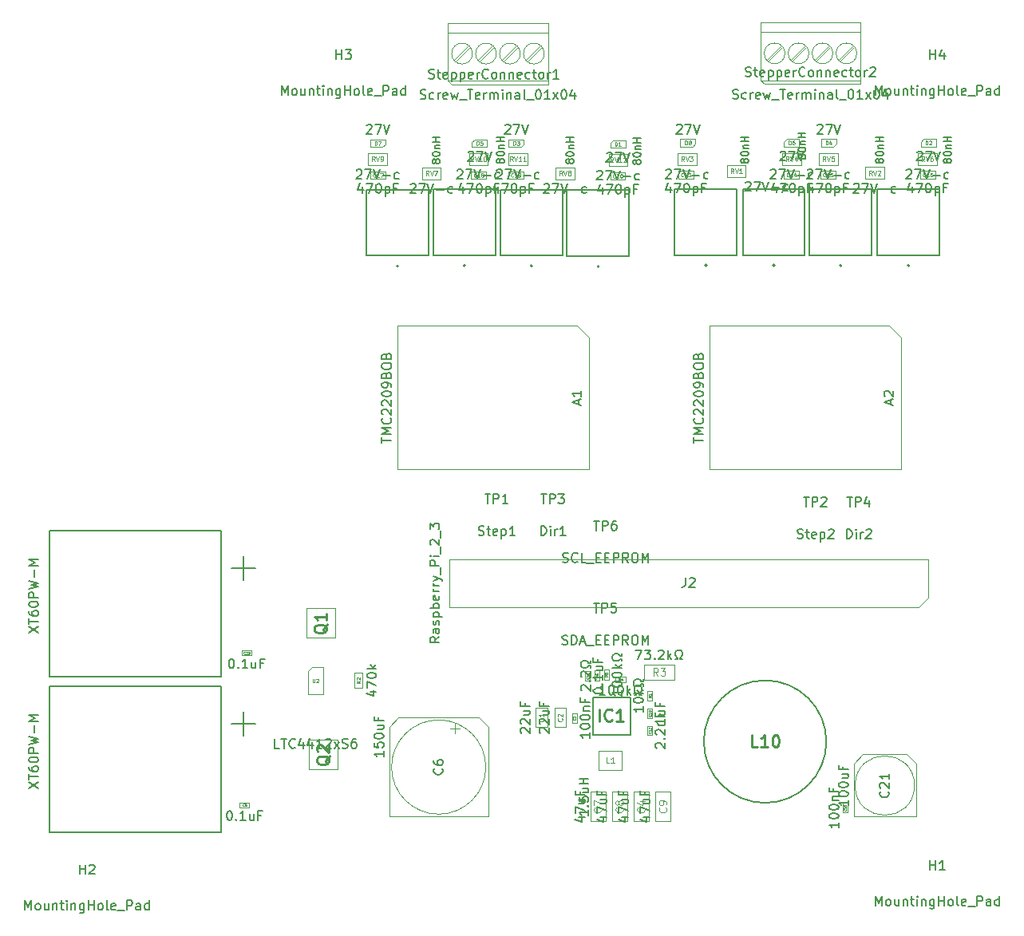
<source format=gbr>
G04 #@! TF.GenerationSoftware,KiCad,Pcbnew,8.0.3*
G04 #@! TF.CreationDate,2024-09-22T19:56:22+01:00*
G04 #@! TF.ProjectId,BetetrDom,42657465-7472-4446-9f6d-2e6b69636164,rev?*
G04 #@! TF.SameCoordinates,Original*
G04 #@! TF.FileFunction,AssemblyDrawing,Top*
%FSLAX46Y46*%
G04 Gerber Fmt 4.6, Leading zero omitted, Abs format (unit mm)*
G04 Created by KiCad (PCBNEW 8.0.3) date 2024-09-22 19:56:22*
%MOMM*%
%LPD*%
G01*
G04 APERTURE LIST*
%ADD10C,0.150000*%
%ADD11C,0.080000*%
%ADD12C,0.060000*%
%ADD13C,0.040000*%
%ADD14C,0.120000*%
%ADD15C,0.254000*%
%ADD16C,0.090000*%
%ADD17C,0.100000*%
%ADD18C,0.127000*%
%ADD19C,0.200000*%
G04 APERTURE END LIST*
D10*
X128161428Y-104247200D02*
X128304285Y-104294819D01*
X128304285Y-104294819D02*
X128542380Y-104294819D01*
X128542380Y-104294819D02*
X128637618Y-104247200D01*
X128637618Y-104247200D02*
X128685237Y-104199580D01*
X128685237Y-104199580D02*
X128732856Y-104104342D01*
X128732856Y-104104342D02*
X128732856Y-104009104D01*
X128732856Y-104009104D02*
X128685237Y-103913866D01*
X128685237Y-103913866D02*
X128637618Y-103866247D01*
X128637618Y-103866247D02*
X128542380Y-103818628D01*
X128542380Y-103818628D02*
X128351904Y-103771009D01*
X128351904Y-103771009D02*
X128256666Y-103723390D01*
X128256666Y-103723390D02*
X128209047Y-103675771D01*
X128209047Y-103675771D02*
X128161428Y-103580533D01*
X128161428Y-103580533D02*
X128161428Y-103485295D01*
X128161428Y-103485295D02*
X128209047Y-103390057D01*
X128209047Y-103390057D02*
X128256666Y-103342438D01*
X128256666Y-103342438D02*
X128351904Y-103294819D01*
X128351904Y-103294819D02*
X128589999Y-103294819D01*
X128589999Y-103294819D02*
X128732856Y-103342438D01*
X129018571Y-103628152D02*
X129399523Y-103628152D01*
X129161428Y-103294819D02*
X129161428Y-104151961D01*
X129161428Y-104151961D02*
X129209047Y-104247200D01*
X129209047Y-104247200D02*
X129304285Y-104294819D01*
X129304285Y-104294819D02*
X129399523Y-104294819D01*
X130113809Y-104247200D02*
X130018571Y-104294819D01*
X130018571Y-104294819D02*
X129828095Y-104294819D01*
X129828095Y-104294819D02*
X129732857Y-104247200D01*
X129732857Y-104247200D02*
X129685238Y-104151961D01*
X129685238Y-104151961D02*
X129685238Y-103771009D01*
X129685238Y-103771009D02*
X129732857Y-103675771D01*
X129732857Y-103675771D02*
X129828095Y-103628152D01*
X129828095Y-103628152D02*
X130018571Y-103628152D01*
X130018571Y-103628152D02*
X130113809Y-103675771D01*
X130113809Y-103675771D02*
X130161428Y-103771009D01*
X130161428Y-103771009D02*
X130161428Y-103866247D01*
X130161428Y-103866247D02*
X129685238Y-103961485D01*
X130590000Y-103628152D02*
X130590000Y-104628152D01*
X130590000Y-103675771D02*
X130685238Y-103628152D01*
X130685238Y-103628152D02*
X130875714Y-103628152D01*
X130875714Y-103628152D02*
X130970952Y-103675771D01*
X130970952Y-103675771D02*
X131018571Y-103723390D01*
X131018571Y-103723390D02*
X131066190Y-103818628D01*
X131066190Y-103818628D02*
X131066190Y-104104342D01*
X131066190Y-104104342D02*
X131018571Y-104199580D01*
X131018571Y-104199580D02*
X130970952Y-104247200D01*
X130970952Y-104247200D02*
X130875714Y-104294819D01*
X130875714Y-104294819D02*
X130685238Y-104294819D01*
X130685238Y-104294819D02*
X130590000Y-104247200D01*
X131447143Y-103390057D02*
X131494762Y-103342438D01*
X131494762Y-103342438D02*
X131590000Y-103294819D01*
X131590000Y-103294819D02*
X131828095Y-103294819D01*
X131828095Y-103294819D02*
X131923333Y-103342438D01*
X131923333Y-103342438D02*
X131970952Y-103390057D01*
X131970952Y-103390057D02*
X132018571Y-103485295D01*
X132018571Y-103485295D02*
X132018571Y-103580533D01*
X132018571Y-103580533D02*
X131970952Y-103723390D01*
X131970952Y-103723390D02*
X131399524Y-104294819D01*
X131399524Y-104294819D02*
X132018571Y-104294819D01*
X128828095Y-99894819D02*
X129399523Y-99894819D01*
X129113809Y-100894819D02*
X129113809Y-99894819D01*
X129732857Y-100894819D02*
X129732857Y-99894819D01*
X129732857Y-99894819D02*
X130113809Y-99894819D01*
X130113809Y-99894819D02*
X130209047Y-99942438D01*
X130209047Y-99942438D02*
X130256666Y-99990057D01*
X130256666Y-99990057D02*
X130304285Y-100085295D01*
X130304285Y-100085295D02*
X130304285Y-100228152D01*
X130304285Y-100228152D02*
X130256666Y-100323390D01*
X130256666Y-100323390D02*
X130209047Y-100371009D01*
X130209047Y-100371009D02*
X130113809Y-100418628D01*
X130113809Y-100418628D02*
X129732857Y-100418628D01*
X130685238Y-99990057D02*
X130732857Y-99942438D01*
X130732857Y-99942438D02*
X130828095Y-99894819D01*
X130828095Y-99894819D02*
X131066190Y-99894819D01*
X131066190Y-99894819D02*
X131161428Y-99942438D01*
X131161428Y-99942438D02*
X131209047Y-99990057D01*
X131209047Y-99990057D02*
X131256666Y-100085295D01*
X131256666Y-100085295D02*
X131256666Y-100180533D01*
X131256666Y-100180533D02*
X131209047Y-100323390D01*
X131209047Y-100323390D02*
X130637619Y-100894819D01*
X130637619Y-100894819D02*
X131256666Y-100894819D01*
X117174819Y-94145713D02*
X117174819Y-93574285D01*
X118174819Y-93859999D02*
X117174819Y-93859999D01*
X118174819Y-93240951D02*
X117174819Y-93240951D01*
X117174819Y-93240951D02*
X117889104Y-92907618D01*
X117889104Y-92907618D02*
X117174819Y-92574285D01*
X117174819Y-92574285D02*
X118174819Y-92574285D01*
X118079580Y-91526666D02*
X118127200Y-91574285D01*
X118127200Y-91574285D02*
X118174819Y-91717142D01*
X118174819Y-91717142D02*
X118174819Y-91812380D01*
X118174819Y-91812380D02*
X118127200Y-91955237D01*
X118127200Y-91955237D02*
X118031961Y-92050475D01*
X118031961Y-92050475D02*
X117936723Y-92098094D01*
X117936723Y-92098094D02*
X117746247Y-92145713D01*
X117746247Y-92145713D02*
X117603390Y-92145713D01*
X117603390Y-92145713D02*
X117412914Y-92098094D01*
X117412914Y-92098094D02*
X117317676Y-92050475D01*
X117317676Y-92050475D02*
X117222438Y-91955237D01*
X117222438Y-91955237D02*
X117174819Y-91812380D01*
X117174819Y-91812380D02*
X117174819Y-91717142D01*
X117174819Y-91717142D02*
X117222438Y-91574285D01*
X117222438Y-91574285D02*
X117270057Y-91526666D01*
X117270057Y-91145713D02*
X117222438Y-91098094D01*
X117222438Y-91098094D02*
X117174819Y-91002856D01*
X117174819Y-91002856D02*
X117174819Y-90764761D01*
X117174819Y-90764761D02*
X117222438Y-90669523D01*
X117222438Y-90669523D02*
X117270057Y-90621904D01*
X117270057Y-90621904D02*
X117365295Y-90574285D01*
X117365295Y-90574285D02*
X117460533Y-90574285D01*
X117460533Y-90574285D02*
X117603390Y-90621904D01*
X117603390Y-90621904D02*
X118174819Y-91193332D01*
X118174819Y-91193332D02*
X118174819Y-90574285D01*
X117270057Y-90193332D02*
X117222438Y-90145713D01*
X117222438Y-90145713D02*
X117174819Y-90050475D01*
X117174819Y-90050475D02*
X117174819Y-89812380D01*
X117174819Y-89812380D02*
X117222438Y-89717142D01*
X117222438Y-89717142D02*
X117270057Y-89669523D01*
X117270057Y-89669523D02*
X117365295Y-89621904D01*
X117365295Y-89621904D02*
X117460533Y-89621904D01*
X117460533Y-89621904D02*
X117603390Y-89669523D01*
X117603390Y-89669523D02*
X118174819Y-90240951D01*
X118174819Y-90240951D02*
X118174819Y-89621904D01*
X117174819Y-89002856D02*
X117174819Y-88907618D01*
X117174819Y-88907618D02*
X117222438Y-88812380D01*
X117222438Y-88812380D02*
X117270057Y-88764761D01*
X117270057Y-88764761D02*
X117365295Y-88717142D01*
X117365295Y-88717142D02*
X117555771Y-88669523D01*
X117555771Y-88669523D02*
X117793866Y-88669523D01*
X117793866Y-88669523D02*
X117984342Y-88717142D01*
X117984342Y-88717142D02*
X118079580Y-88764761D01*
X118079580Y-88764761D02*
X118127200Y-88812380D01*
X118127200Y-88812380D02*
X118174819Y-88907618D01*
X118174819Y-88907618D02*
X118174819Y-89002856D01*
X118174819Y-89002856D02*
X118127200Y-89098094D01*
X118127200Y-89098094D02*
X118079580Y-89145713D01*
X118079580Y-89145713D02*
X117984342Y-89193332D01*
X117984342Y-89193332D02*
X117793866Y-89240951D01*
X117793866Y-89240951D02*
X117555771Y-89240951D01*
X117555771Y-89240951D02*
X117365295Y-89193332D01*
X117365295Y-89193332D02*
X117270057Y-89145713D01*
X117270057Y-89145713D02*
X117222438Y-89098094D01*
X117222438Y-89098094D02*
X117174819Y-89002856D01*
X118174819Y-88193332D02*
X118174819Y-88002856D01*
X118174819Y-88002856D02*
X118127200Y-87907618D01*
X118127200Y-87907618D02*
X118079580Y-87859999D01*
X118079580Y-87859999D02*
X117936723Y-87764761D01*
X117936723Y-87764761D02*
X117746247Y-87717142D01*
X117746247Y-87717142D02*
X117365295Y-87717142D01*
X117365295Y-87717142D02*
X117270057Y-87764761D01*
X117270057Y-87764761D02*
X117222438Y-87812380D01*
X117222438Y-87812380D02*
X117174819Y-87907618D01*
X117174819Y-87907618D02*
X117174819Y-88098094D01*
X117174819Y-88098094D02*
X117222438Y-88193332D01*
X117222438Y-88193332D02*
X117270057Y-88240951D01*
X117270057Y-88240951D02*
X117365295Y-88288570D01*
X117365295Y-88288570D02*
X117603390Y-88288570D01*
X117603390Y-88288570D02*
X117698628Y-88240951D01*
X117698628Y-88240951D02*
X117746247Y-88193332D01*
X117746247Y-88193332D02*
X117793866Y-88098094D01*
X117793866Y-88098094D02*
X117793866Y-87907618D01*
X117793866Y-87907618D02*
X117746247Y-87812380D01*
X117746247Y-87812380D02*
X117698628Y-87764761D01*
X117698628Y-87764761D02*
X117603390Y-87717142D01*
X117651009Y-86955237D02*
X117698628Y-86812380D01*
X117698628Y-86812380D02*
X117746247Y-86764761D01*
X117746247Y-86764761D02*
X117841485Y-86717142D01*
X117841485Y-86717142D02*
X117984342Y-86717142D01*
X117984342Y-86717142D02*
X118079580Y-86764761D01*
X118079580Y-86764761D02*
X118127200Y-86812380D01*
X118127200Y-86812380D02*
X118174819Y-86907618D01*
X118174819Y-86907618D02*
X118174819Y-87288570D01*
X118174819Y-87288570D02*
X117174819Y-87288570D01*
X117174819Y-87288570D02*
X117174819Y-86955237D01*
X117174819Y-86955237D02*
X117222438Y-86859999D01*
X117222438Y-86859999D02*
X117270057Y-86812380D01*
X117270057Y-86812380D02*
X117365295Y-86764761D01*
X117365295Y-86764761D02*
X117460533Y-86764761D01*
X117460533Y-86764761D02*
X117555771Y-86812380D01*
X117555771Y-86812380D02*
X117603390Y-86859999D01*
X117603390Y-86859999D02*
X117651009Y-86955237D01*
X117651009Y-86955237D02*
X117651009Y-87288570D01*
X117174819Y-86098094D02*
X117174819Y-85907618D01*
X117174819Y-85907618D02*
X117222438Y-85812380D01*
X117222438Y-85812380D02*
X117317676Y-85717142D01*
X117317676Y-85717142D02*
X117508152Y-85669523D01*
X117508152Y-85669523D02*
X117841485Y-85669523D01*
X117841485Y-85669523D02*
X118031961Y-85717142D01*
X118031961Y-85717142D02*
X118127200Y-85812380D01*
X118127200Y-85812380D02*
X118174819Y-85907618D01*
X118174819Y-85907618D02*
X118174819Y-86098094D01*
X118174819Y-86098094D02*
X118127200Y-86193332D01*
X118127200Y-86193332D02*
X118031961Y-86288570D01*
X118031961Y-86288570D02*
X117841485Y-86336189D01*
X117841485Y-86336189D02*
X117508152Y-86336189D01*
X117508152Y-86336189D02*
X117317676Y-86288570D01*
X117317676Y-86288570D02*
X117222438Y-86193332D01*
X117222438Y-86193332D02*
X117174819Y-86098094D01*
X117651009Y-84907618D02*
X117698628Y-84764761D01*
X117698628Y-84764761D02*
X117746247Y-84717142D01*
X117746247Y-84717142D02*
X117841485Y-84669523D01*
X117841485Y-84669523D02*
X117984342Y-84669523D01*
X117984342Y-84669523D02*
X118079580Y-84717142D01*
X118079580Y-84717142D02*
X118127200Y-84764761D01*
X118127200Y-84764761D02*
X118174819Y-84859999D01*
X118174819Y-84859999D02*
X118174819Y-85240951D01*
X118174819Y-85240951D02*
X117174819Y-85240951D01*
X117174819Y-85240951D02*
X117174819Y-84907618D01*
X117174819Y-84907618D02*
X117222438Y-84812380D01*
X117222438Y-84812380D02*
X117270057Y-84764761D01*
X117270057Y-84764761D02*
X117365295Y-84717142D01*
X117365295Y-84717142D02*
X117460533Y-84717142D01*
X117460533Y-84717142D02*
X117555771Y-84764761D01*
X117555771Y-84764761D02*
X117603390Y-84812380D01*
X117603390Y-84812380D02*
X117651009Y-84907618D01*
X117651009Y-84907618D02*
X117651009Y-85240951D01*
X138059104Y-90074285D02*
X138059104Y-89598095D01*
X138344819Y-90169523D02*
X137344819Y-89836190D01*
X137344819Y-89836190D02*
X138344819Y-89502857D01*
X137440057Y-89217142D02*
X137392438Y-89169523D01*
X137392438Y-89169523D02*
X137344819Y-89074285D01*
X137344819Y-89074285D02*
X137344819Y-88836190D01*
X137344819Y-88836190D02*
X137392438Y-88740952D01*
X137392438Y-88740952D02*
X137440057Y-88693333D01*
X137440057Y-88693333D02*
X137535295Y-88645714D01*
X137535295Y-88645714D02*
X137630533Y-88645714D01*
X137630533Y-88645714D02*
X137773390Y-88693333D01*
X137773390Y-88693333D02*
X138344819Y-89264761D01*
X138344819Y-89264761D02*
X138344819Y-88645714D01*
X111067152Y-64412095D02*
X111029057Y-64488285D01*
X111029057Y-64488285D02*
X110990961Y-64526380D01*
X110990961Y-64526380D02*
X110914771Y-64564476D01*
X110914771Y-64564476D02*
X110876676Y-64564476D01*
X110876676Y-64564476D02*
X110800485Y-64526380D01*
X110800485Y-64526380D02*
X110762390Y-64488285D01*
X110762390Y-64488285D02*
X110724295Y-64412095D01*
X110724295Y-64412095D02*
X110724295Y-64259714D01*
X110724295Y-64259714D02*
X110762390Y-64183523D01*
X110762390Y-64183523D02*
X110800485Y-64145428D01*
X110800485Y-64145428D02*
X110876676Y-64107333D01*
X110876676Y-64107333D02*
X110914771Y-64107333D01*
X110914771Y-64107333D02*
X110990961Y-64145428D01*
X110990961Y-64145428D02*
X111029057Y-64183523D01*
X111029057Y-64183523D02*
X111067152Y-64259714D01*
X111067152Y-64259714D02*
X111067152Y-64412095D01*
X111067152Y-64412095D02*
X111105247Y-64488285D01*
X111105247Y-64488285D02*
X111143342Y-64526380D01*
X111143342Y-64526380D02*
X111219533Y-64564476D01*
X111219533Y-64564476D02*
X111371914Y-64564476D01*
X111371914Y-64564476D02*
X111448104Y-64526380D01*
X111448104Y-64526380D02*
X111486200Y-64488285D01*
X111486200Y-64488285D02*
X111524295Y-64412095D01*
X111524295Y-64412095D02*
X111524295Y-64259714D01*
X111524295Y-64259714D02*
X111486200Y-64183523D01*
X111486200Y-64183523D02*
X111448104Y-64145428D01*
X111448104Y-64145428D02*
X111371914Y-64107333D01*
X111371914Y-64107333D02*
X111219533Y-64107333D01*
X111219533Y-64107333D02*
X111143342Y-64145428D01*
X111143342Y-64145428D02*
X111105247Y-64183523D01*
X111105247Y-64183523D02*
X111067152Y-64259714D01*
X110724295Y-63612094D02*
X110724295Y-63535904D01*
X110724295Y-63535904D02*
X110762390Y-63459713D01*
X110762390Y-63459713D02*
X110800485Y-63421618D01*
X110800485Y-63421618D02*
X110876676Y-63383523D01*
X110876676Y-63383523D02*
X111029057Y-63345428D01*
X111029057Y-63345428D02*
X111219533Y-63345428D01*
X111219533Y-63345428D02*
X111371914Y-63383523D01*
X111371914Y-63383523D02*
X111448104Y-63421618D01*
X111448104Y-63421618D02*
X111486200Y-63459713D01*
X111486200Y-63459713D02*
X111524295Y-63535904D01*
X111524295Y-63535904D02*
X111524295Y-63612094D01*
X111524295Y-63612094D02*
X111486200Y-63688285D01*
X111486200Y-63688285D02*
X111448104Y-63726380D01*
X111448104Y-63726380D02*
X111371914Y-63764475D01*
X111371914Y-63764475D02*
X111219533Y-63802571D01*
X111219533Y-63802571D02*
X111029057Y-63802571D01*
X111029057Y-63802571D02*
X110876676Y-63764475D01*
X110876676Y-63764475D02*
X110800485Y-63726380D01*
X110800485Y-63726380D02*
X110762390Y-63688285D01*
X110762390Y-63688285D02*
X110724295Y-63612094D01*
X110990961Y-63002570D02*
X111524295Y-63002570D01*
X111067152Y-63002570D02*
X111029057Y-62964475D01*
X111029057Y-62964475D02*
X110990961Y-62888285D01*
X110990961Y-62888285D02*
X110990961Y-62773999D01*
X110990961Y-62773999D02*
X111029057Y-62697808D01*
X111029057Y-62697808D02*
X111105247Y-62659713D01*
X111105247Y-62659713D02*
X111524295Y-62659713D01*
X111524295Y-62278760D02*
X110724295Y-62278760D01*
X111105247Y-62278760D02*
X111105247Y-61821617D01*
X111524295Y-61821617D02*
X110724295Y-61821617D01*
X122649405Y-66525057D02*
X122697024Y-66477438D01*
X122697024Y-66477438D02*
X122792262Y-66429819D01*
X122792262Y-66429819D02*
X123030357Y-66429819D01*
X123030357Y-66429819D02*
X123125595Y-66477438D01*
X123125595Y-66477438D02*
X123173214Y-66525057D01*
X123173214Y-66525057D02*
X123220833Y-66620295D01*
X123220833Y-66620295D02*
X123220833Y-66715533D01*
X123220833Y-66715533D02*
X123173214Y-66858390D01*
X123173214Y-66858390D02*
X122601786Y-67429819D01*
X122601786Y-67429819D02*
X123220833Y-67429819D01*
X123554167Y-66429819D02*
X124220833Y-66429819D01*
X124220833Y-66429819D02*
X123792262Y-67429819D01*
X124458929Y-66429819D02*
X124792262Y-67429819D01*
X124792262Y-67429819D02*
X125125595Y-66429819D01*
X125458929Y-67048866D02*
X126220834Y-67048866D01*
X127125595Y-67382200D02*
X127030357Y-67429819D01*
X127030357Y-67429819D02*
X126839881Y-67429819D01*
X126839881Y-67429819D02*
X126744643Y-67382200D01*
X126744643Y-67382200D02*
X126697024Y-67334580D01*
X126697024Y-67334580D02*
X126649405Y-67239342D01*
X126649405Y-67239342D02*
X126649405Y-66953628D01*
X126649405Y-66953628D02*
X126697024Y-66858390D01*
X126697024Y-66858390D02*
X126744643Y-66810771D01*
X126744643Y-66810771D02*
X126839881Y-66763152D01*
X126839881Y-66763152D02*
X127030357Y-66763152D01*
X127030357Y-66763152D02*
X127125595Y-66810771D01*
D11*
X121364881Y-65552149D02*
X121198215Y-65314054D01*
X121079167Y-65552149D02*
X121079167Y-65052149D01*
X121079167Y-65052149D02*
X121269643Y-65052149D01*
X121269643Y-65052149D02*
X121317262Y-65075959D01*
X121317262Y-65075959D02*
X121341072Y-65099768D01*
X121341072Y-65099768D02*
X121364881Y-65147387D01*
X121364881Y-65147387D02*
X121364881Y-65218816D01*
X121364881Y-65218816D02*
X121341072Y-65266435D01*
X121341072Y-65266435D02*
X121317262Y-65290244D01*
X121317262Y-65290244D02*
X121269643Y-65314054D01*
X121269643Y-65314054D02*
X121079167Y-65314054D01*
X121507739Y-65052149D02*
X121674405Y-65552149D01*
X121674405Y-65552149D02*
X121841072Y-65052149D01*
X122269643Y-65552149D02*
X121983929Y-65552149D01*
X122126786Y-65552149D02*
X122126786Y-65052149D01*
X122126786Y-65052149D02*
X122079167Y-65123578D01*
X122079167Y-65123578D02*
X122031548Y-65171197D01*
X122031548Y-65171197D02*
X121983929Y-65195006D01*
D10*
X107452142Y-67068152D02*
X107452142Y-67734819D01*
X107214047Y-66687200D02*
X106975952Y-67401485D01*
X106975952Y-67401485D02*
X107594999Y-67401485D01*
X107880714Y-66734819D02*
X108547380Y-66734819D01*
X108547380Y-66734819D02*
X108118809Y-67734819D01*
X109118809Y-66734819D02*
X109214047Y-66734819D01*
X109214047Y-66734819D02*
X109309285Y-66782438D01*
X109309285Y-66782438D02*
X109356904Y-66830057D01*
X109356904Y-66830057D02*
X109404523Y-66925295D01*
X109404523Y-66925295D02*
X109452142Y-67115771D01*
X109452142Y-67115771D02*
X109452142Y-67353866D01*
X109452142Y-67353866D02*
X109404523Y-67544342D01*
X109404523Y-67544342D02*
X109356904Y-67639580D01*
X109356904Y-67639580D02*
X109309285Y-67687200D01*
X109309285Y-67687200D02*
X109214047Y-67734819D01*
X109214047Y-67734819D02*
X109118809Y-67734819D01*
X109118809Y-67734819D02*
X109023571Y-67687200D01*
X109023571Y-67687200D02*
X108975952Y-67639580D01*
X108975952Y-67639580D02*
X108928333Y-67544342D01*
X108928333Y-67544342D02*
X108880714Y-67353866D01*
X108880714Y-67353866D02*
X108880714Y-67115771D01*
X108880714Y-67115771D02*
X108928333Y-66925295D01*
X108928333Y-66925295D02*
X108975952Y-66830057D01*
X108975952Y-66830057D02*
X109023571Y-66782438D01*
X109023571Y-66782438D02*
X109118809Y-66734819D01*
X109880714Y-67068152D02*
X109880714Y-68068152D01*
X109880714Y-67115771D02*
X109975952Y-67068152D01*
X109975952Y-67068152D02*
X110166428Y-67068152D01*
X110166428Y-67068152D02*
X110261666Y-67115771D01*
X110261666Y-67115771D02*
X110309285Y-67163390D01*
X110309285Y-67163390D02*
X110356904Y-67258628D01*
X110356904Y-67258628D02*
X110356904Y-67544342D01*
X110356904Y-67544342D02*
X110309285Y-67639580D01*
X110309285Y-67639580D02*
X110261666Y-67687200D01*
X110261666Y-67687200D02*
X110166428Y-67734819D01*
X110166428Y-67734819D02*
X109975952Y-67734819D01*
X109975952Y-67734819D02*
X109880714Y-67687200D01*
X111118809Y-67211009D02*
X110785476Y-67211009D01*
X110785476Y-67734819D02*
X110785476Y-66734819D01*
X110785476Y-66734819D02*
X111261666Y-66734819D01*
D12*
X108837857Y-65993832D02*
X108818809Y-66012880D01*
X108818809Y-66012880D02*
X108761667Y-66031927D01*
X108761667Y-66031927D02*
X108723571Y-66031927D01*
X108723571Y-66031927D02*
X108666428Y-66012880D01*
X108666428Y-66012880D02*
X108628333Y-65974784D01*
X108628333Y-65974784D02*
X108609286Y-65936689D01*
X108609286Y-65936689D02*
X108590238Y-65860499D01*
X108590238Y-65860499D02*
X108590238Y-65803356D01*
X108590238Y-65803356D02*
X108609286Y-65727165D01*
X108609286Y-65727165D02*
X108628333Y-65689070D01*
X108628333Y-65689070D02*
X108666428Y-65650975D01*
X108666428Y-65650975D02*
X108723571Y-65631927D01*
X108723571Y-65631927D02*
X108761667Y-65631927D01*
X108761667Y-65631927D02*
X108818809Y-65650975D01*
X108818809Y-65650975D02*
X108837857Y-65670022D01*
X108990238Y-65670022D02*
X109009286Y-65650975D01*
X109009286Y-65650975D02*
X109047381Y-65631927D01*
X109047381Y-65631927D02*
X109142619Y-65631927D01*
X109142619Y-65631927D02*
X109180714Y-65650975D01*
X109180714Y-65650975D02*
X109199762Y-65670022D01*
X109199762Y-65670022D02*
X109218809Y-65708118D01*
X109218809Y-65708118D02*
X109218809Y-65746213D01*
X109218809Y-65746213D02*
X109199762Y-65803356D01*
X109199762Y-65803356D02*
X108971190Y-66031927D01*
X108971190Y-66031927D02*
X109218809Y-66031927D01*
X109466428Y-65631927D02*
X109504523Y-65631927D01*
X109504523Y-65631927D02*
X109542619Y-65650975D01*
X109542619Y-65650975D02*
X109561666Y-65670022D01*
X109561666Y-65670022D02*
X109580714Y-65708118D01*
X109580714Y-65708118D02*
X109599761Y-65784308D01*
X109599761Y-65784308D02*
X109599761Y-65879546D01*
X109599761Y-65879546D02*
X109580714Y-65955737D01*
X109580714Y-65955737D02*
X109561666Y-65993832D01*
X109561666Y-65993832D02*
X109542619Y-66012880D01*
X109542619Y-66012880D02*
X109504523Y-66031927D01*
X109504523Y-66031927D02*
X109466428Y-66031927D01*
X109466428Y-66031927D02*
X109428333Y-66012880D01*
X109428333Y-66012880D02*
X109409285Y-65993832D01*
X109409285Y-65993832D02*
X109390238Y-65955737D01*
X109390238Y-65955737D02*
X109371190Y-65879546D01*
X109371190Y-65879546D02*
X109371190Y-65784308D01*
X109371190Y-65784308D02*
X109390238Y-65708118D01*
X109390238Y-65708118D02*
X109409285Y-65670022D01*
X109409285Y-65670022D02*
X109428333Y-65650975D01*
X109428333Y-65650975D02*
X109466428Y-65631927D01*
D10*
X106114819Y-124897619D02*
X106114819Y-125469047D01*
X106114819Y-125183333D02*
X105114819Y-125183333D01*
X105114819Y-125183333D02*
X105257676Y-125278571D01*
X105257676Y-125278571D02*
X105352914Y-125373809D01*
X105352914Y-125373809D02*
X105400533Y-125469047D01*
X105114819Y-124278571D02*
X105114819Y-124183333D01*
X105114819Y-124183333D02*
X105162438Y-124088095D01*
X105162438Y-124088095D02*
X105210057Y-124040476D01*
X105210057Y-124040476D02*
X105305295Y-123992857D01*
X105305295Y-123992857D02*
X105495771Y-123945238D01*
X105495771Y-123945238D02*
X105733866Y-123945238D01*
X105733866Y-123945238D02*
X105924342Y-123992857D01*
X105924342Y-123992857D02*
X106019580Y-124040476D01*
X106019580Y-124040476D02*
X106067200Y-124088095D01*
X106067200Y-124088095D02*
X106114819Y-124183333D01*
X106114819Y-124183333D02*
X106114819Y-124278571D01*
X106114819Y-124278571D02*
X106067200Y-124373809D01*
X106067200Y-124373809D02*
X106019580Y-124421428D01*
X106019580Y-124421428D02*
X105924342Y-124469047D01*
X105924342Y-124469047D02*
X105733866Y-124516666D01*
X105733866Y-124516666D02*
X105495771Y-124516666D01*
X105495771Y-124516666D02*
X105305295Y-124469047D01*
X105305295Y-124469047D02*
X105210057Y-124421428D01*
X105210057Y-124421428D02*
X105162438Y-124373809D01*
X105162438Y-124373809D02*
X105114819Y-124278571D01*
X105114819Y-123326190D02*
X105114819Y-123230952D01*
X105114819Y-123230952D02*
X105162438Y-123135714D01*
X105162438Y-123135714D02*
X105210057Y-123088095D01*
X105210057Y-123088095D02*
X105305295Y-123040476D01*
X105305295Y-123040476D02*
X105495771Y-122992857D01*
X105495771Y-122992857D02*
X105733866Y-122992857D01*
X105733866Y-122992857D02*
X105924342Y-123040476D01*
X105924342Y-123040476D02*
X106019580Y-123088095D01*
X106019580Y-123088095D02*
X106067200Y-123135714D01*
X106067200Y-123135714D02*
X106114819Y-123230952D01*
X106114819Y-123230952D02*
X106114819Y-123326190D01*
X106114819Y-123326190D02*
X106067200Y-123421428D01*
X106067200Y-123421428D02*
X106019580Y-123469047D01*
X106019580Y-123469047D02*
X105924342Y-123516666D01*
X105924342Y-123516666D02*
X105733866Y-123564285D01*
X105733866Y-123564285D02*
X105495771Y-123564285D01*
X105495771Y-123564285D02*
X105305295Y-123516666D01*
X105305295Y-123516666D02*
X105210057Y-123469047D01*
X105210057Y-123469047D02*
X105162438Y-123421428D01*
X105162438Y-123421428D02*
X105114819Y-123326190D01*
X105448152Y-122564285D02*
X106114819Y-122564285D01*
X105543390Y-122564285D02*
X105495771Y-122516666D01*
X105495771Y-122516666D02*
X105448152Y-122421428D01*
X105448152Y-122421428D02*
X105448152Y-122278571D01*
X105448152Y-122278571D02*
X105495771Y-122183333D01*
X105495771Y-122183333D02*
X105591009Y-122135714D01*
X105591009Y-122135714D02*
X106114819Y-122135714D01*
X105591009Y-121326190D02*
X105591009Y-121659523D01*
X106114819Y-121659523D02*
X105114819Y-121659523D01*
X105114819Y-121659523D02*
X105114819Y-121183333D01*
D13*
X104589765Y-123391666D02*
X104601670Y-123403570D01*
X104601670Y-123403570D02*
X104613574Y-123439285D01*
X104613574Y-123439285D02*
X104613574Y-123463094D01*
X104613574Y-123463094D02*
X104601670Y-123498808D01*
X104601670Y-123498808D02*
X104577860Y-123522618D01*
X104577860Y-123522618D02*
X104554050Y-123534523D01*
X104554050Y-123534523D02*
X104506431Y-123546427D01*
X104506431Y-123546427D02*
X104470717Y-123546427D01*
X104470717Y-123546427D02*
X104423098Y-123534523D01*
X104423098Y-123534523D02*
X104399289Y-123522618D01*
X104399289Y-123522618D02*
X104375479Y-123498808D01*
X104375479Y-123498808D02*
X104363574Y-123463094D01*
X104363574Y-123463094D02*
X104363574Y-123439285D01*
X104363574Y-123439285D02*
X104375479Y-123403570D01*
X104375479Y-123403570D02*
X104387384Y-123391666D01*
X104363574Y-123308332D02*
X104363574Y-123153570D01*
X104363574Y-123153570D02*
X104458812Y-123236904D01*
X104458812Y-123236904D02*
X104458812Y-123201189D01*
X104458812Y-123201189D02*
X104470717Y-123177380D01*
X104470717Y-123177380D02*
X104482622Y-123165475D01*
X104482622Y-123165475D02*
X104506431Y-123153570D01*
X104506431Y-123153570D02*
X104565955Y-123153570D01*
X104565955Y-123153570D02*
X104589765Y-123165475D01*
X104589765Y-123165475D02*
X104601670Y-123177380D01*
X104601670Y-123177380D02*
X104613574Y-123201189D01*
X104613574Y-123201189D02*
X104613574Y-123272618D01*
X104613574Y-123272618D02*
X104601670Y-123296427D01*
X104601670Y-123296427D02*
X104589765Y-123308332D01*
D10*
X73204166Y-126554819D02*
X72727976Y-126554819D01*
X72727976Y-126554819D02*
X72727976Y-125554819D01*
X73394643Y-125554819D02*
X73966071Y-125554819D01*
X73680357Y-126554819D02*
X73680357Y-125554819D01*
X74870833Y-126459580D02*
X74823214Y-126507200D01*
X74823214Y-126507200D02*
X74680357Y-126554819D01*
X74680357Y-126554819D02*
X74585119Y-126554819D01*
X74585119Y-126554819D02*
X74442262Y-126507200D01*
X74442262Y-126507200D02*
X74347024Y-126411961D01*
X74347024Y-126411961D02*
X74299405Y-126316723D01*
X74299405Y-126316723D02*
X74251786Y-126126247D01*
X74251786Y-126126247D02*
X74251786Y-125983390D01*
X74251786Y-125983390D02*
X74299405Y-125792914D01*
X74299405Y-125792914D02*
X74347024Y-125697676D01*
X74347024Y-125697676D02*
X74442262Y-125602438D01*
X74442262Y-125602438D02*
X74585119Y-125554819D01*
X74585119Y-125554819D02*
X74680357Y-125554819D01*
X74680357Y-125554819D02*
X74823214Y-125602438D01*
X74823214Y-125602438D02*
X74870833Y-125650057D01*
X75727976Y-125888152D02*
X75727976Y-126554819D01*
X75489881Y-125507200D02*
X75251786Y-126221485D01*
X75251786Y-126221485D02*
X75870833Y-126221485D01*
X76680357Y-125888152D02*
X76680357Y-126554819D01*
X76442262Y-125507200D02*
X76204167Y-126221485D01*
X76204167Y-126221485D02*
X76823214Y-126221485D01*
X77727976Y-126554819D02*
X77156548Y-126554819D01*
X77442262Y-126554819D02*
X77442262Y-125554819D01*
X77442262Y-125554819D02*
X77347024Y-125697676D01*
X77347024Y-125697676D02*
X77251786Y-125792914D01*
X77251786Y-125792914D02*
X77156548Y-125840533D01*
X78108929Y-125650057D02*
X78156548Y-125602438D01*
X78156548Y-125602438D02*
X78251786Y-125554819D01*
X78251786Y-125554819D02*
X78489881Y-125554819D01*
X78489881Y-125554819D02*
X78585119Y-125602438D01*
X78585119Y-125602438D02*
X78632738Y-125650057D01*
X78632738Y-125650057D02*
X78680357Y-125745295D01*
X78680357Y-125745295D02*
X78680357Y-125840533D01*
X78680357Y-125840533D02*
X78632738Y-125983390D01*
X78632738Y-125983390D02*
X78061310Y-126554819D01*
X78061310Y-126554819D02*
X78680357Y-126554819D01*
X79013691Y-126554819D02*
X79537500Y-125888152D01*
X79013691Y-125888152D02*
X79537500Y-126554819D01*
X79870834Y-126507200D02*
X80013691Y-126554819D01*
X80013691Y-126554819D02*
X80251786Y-126554819D01*
X80251786Y-126554819D02*
X80347024Y-126507200D01*
X80347024Y-126507200D02*
X80394643Y-126459580D01*
X80394643Y-126459580D02*
X80442262Y-126364342D01*
X80442262Y-126364342D02*
X80442262Y-126269104D01*
X80442262Y-126269104D02*
X80394643Y-126173866D01*
X80394643Y-126173866D02*
X80347024Y-126126247D01*
X80347024Y-126126247D02*
X80251786Y-126078628D01*
X80251786Y-126078628D02*
X80061310Y-126031009D01*
X80061310Y-126031009D02*
X79966072Y-125983390D01*
X79966072Y-125983390D02*
X79918453Y-125935771D01*
X79918453Y-125935771D02*
X79870834Y-125840533D01*
X79870834Y-125840533D02*
X79870834Y-125745295D01*
X79870834Y-125745295D02*
X79918453Y-125650057D01*
X79918453Y-125650057D02*
X79966072Y-125602438D01*
X79966072Y-125602438D02*
X80061310Y-125554819D01*
X80061310Y-125554819D02*
X80299405Y-125554819D01*
X80299405Y-125554819D02*
X80442262Y-125602438D01*
X81299405Y-125554819D02*
X81108929Y-125554819D01*
X81108929Y-125554819D02*
X81013691Y-125602438D01*
X81013691Y-125602438D02*
X80966072Y-125650057D01*
X80966072Y-125650057D02*
X80870834Y-125792914D01*
X80870834Y-125792914D02*
X80823215Y-125983390D01*
X80823215Y-125983390D02*
X80823215Y-126364342D01*
X80823215Y-126364342D02*
X80870834Y-126459580D01*
X80870834Y-126459580D02*
X80918453Y-126507200D01*
X80918453Y-126507200D02*
X81013691Y-126554819D01*
X81013691Y-126554819D02*
X81204167Y-126554819D01*
X81204167Y-126554819D02*
X81299405Y-126507200D01*
X81299405Y-126507200D02*
X81347024Y-126459580D01*
X81347024Y-126459580D02*
X81394643Y-126364342D01*
X81394643Y-126364342D02*
X81394643Y-126126247D01*
X81394643Y-126126247D02*
X81347024Y-126031009D01*
X81347024Y-126031009D02*
X81299405Y-125983390D01*
X81299405Y-125983390D02*
X81204167Y-125935771D01*
X81204167Y-125935771D02*
X81013691Y-125935771D01*
X81013691Y-125935771D02*
X80918453Y-125983390D01*
X80918453Y-125983390D02*
X80870834Y-126031009D01*
X80870834Y-126031009D02*
X80823215Y-126126247D01*
D12*
X76732738Y-119181927D02*
X76732738Y-119505737D01*
X76732738Y-119505737D02*
X76751785Y-119543832D01*
X76751785Y-119543832D02*
X76770833Y-119562880D01*
X76770833Y-119562880D02*
X76808928Y-119581927D01*
X76808928Y-119581927D02*
X76885119Y-119581927D01*
X76885119Y-119581927D02*
X76923214Y-119562880D01*
X76923214Y-119562880D02*
X76942261Y-119543832D01*
X76942261Y-119543832D02*
X76961309Y-119505737D01*
X76961309Y-119505737D02*
X76961309Y-119181927D01*
X77132738Y-119220022D02*
X77151786Y-119200975D01*
X77151786Y-119200975D02*
X77189881Y-119181927D01*
X77189881Y-119181927D02*
X77285119Y-119181927D01*
X77285119Y-119181927D02*
X77323214Y-119200975D01*
X77323214Y-119200975D02*
X77342262Y-119220022D01*
X77342262Y-119220022D02*
X77361309Y-119258118D01*
X77361309Y-119258118D02*
X77361309Y-119296213D01*
X77361309Y-119296213D02*
X77342262Y-119353356D01*
X77342262Y-119353356D02*
X77113690Y-119581927D01*
X77113690Y-119581927D02*
X77361309Y-119581927D01*
D10*
X125907142Y-66943152D02*
X125907142Y-67609819D01*
X125669047Y-66562200D02*
X125430952Y-67276485D01*
X125430952Y-67276485D02*
X126049999Y-67276485D01*
X126335714Y-66609819D02*
X127002380Y-66609819D01*
X127002380Y-66609819D02*
X126573809Y-67609819D01*
X127573809Y-66609819D02*
X127669047Y-66609819D01*
X127669047Y-66609819D02*
X127764285Y-66657438D01*
X127764285Y-66657438D02*
X127811904Y-66705057D01*
X127811904Y-66705057D02*
X127859523Y-66800295D01*
X127859523Y-66800295D02*
X127907142Y-66990771D01*
X127907142Y-66990771D02*
X127907142Y-67228866D01*
X127907142Y-67228866D02*
X127859523Y-67419342D01*
X127859523Y-67419342D02*
X127811904Y-67514580D01*
X127811904Y-67514580D02*
X127764285Y-67562200D01*
X127764285Y-67562200D02*
X127669047Y-67609819D01*
X127669047Y-67609819D02*
X127573809Y-67609819D01*
X127573809Y-67609819D02*
X127478571Y-67562200D01*
X127478571Y-67562200D02*
X127430952Y-67514580D01*
X127430952Y-67514580D02*
X127383333Y-67419342D01*
X127383333Y-67419342D02*
X127335714Y-67228866D01*
X127335714Y-67228866D02*
X127335714Y-66990771D01*
X127335714Y-66990771D02*
X127383333Y-66800295D01*
X127383333Y-66800295D02*
X127430952Y-66705057D01*
X127430952Y-66705057D02*
X127478571Y-66657438D01*
X127478571Y-66657438D02*
X127573809Y-66609819D01*
X128335714Y-66943152D02*
X128335714Y-67943152D01*
X128335714Y-66990771D02*
X128430952Y-66943152D01*
X128430952Y-66943152D02*
X128621428Y-66943152D01*
X128621428Y-66943152D02*
X128716666Y-66990771D01*
X128716666Y-66990771D02*
X128764285Y-67038390D01*
X128764285Y-67038390D02*
X128811904Y-67133628D01*
X128811904Y-67133628D02*
X128811904Y-67419342D01*
X128811904Y-67419342D02*
X128764285Y-67514580D01*
X128764285Y-67514580D02*
X128716666Y-67562200D01*
X128716666Y-67562200D02*
X128621428Y-67609819D01*
X128621428Y-67609819D02*
X128430952Y-67609819D01*
X128430952Y-67609819D02*
X128335714Y-67562200D01*
X129573809Y-67086009D02*
X129240476Y-67086009D01*
X129240476Y-67609819D02*
X129240476Y-66609819D01*
X129240476Y-66609819D02*
X129716666Y-66609819D01*
D12*
X127292857Y-65868832D02*
X127273809Y-65887880D01*
X127273809Y-65887880D02*
X127216667Y-65906927D01*
X127216667Y-65906927D02*
X127178571Y-65906927D01*
X127178571Y-65906927D02*
X127121428Y-65887880D01*
X127121428Y-65887880D02*
X127083333Y-65849784D01*
X127083333Y-65849784D02*
X127064286Y-65811689D01*
X127064286Y-65811689D02*
X127045238Y-65735499D01*
X127045238Y-65735499D02*
X127045238Y-65678356D01*
X127045238Y-65678356D02*
X127064286Y-65602165D01*
X127064286Y-65602165D02*
X127083333Y-65564070D01*
X127083333Y-65564070D02*
X127121428Y-65525975D01*
X127121428Y-65525975D02*
X127178571Y-65506927D01*
X127178571Y-65506927D02*
X127216667Y-65506927D01*
X127216667Y-65506927D02*
X127273809Y-65525975D01*
X127273809Y-65525975D02*
X127292857Y-65545022D01*
X127673809Y-65906927D02*
X127445238Y-65906927D01*
X127559524Y-65906927D02*
X127559524Y-65506927D01*
X127559524Y-65506927D02*
X127521428Y-65564070D01*
X127521428Y-65564070D02*
X127483333Y-65602165D01*
X127483333Y-65602165D02*
X127445238Y-65621213D01*
X128016666Y-65640260D02*
X128016666Y-65906927D01*
X127921428Y-65487880D02*
X127826190Y-65773594D01*
X127826190Y-65773594D02*
X128073809Y-65773594D01*
D10*
X101281905Y-66750057D02*
X101329524Y-66702438D01*
X101329524Y-66702438D02*
X101424762Y-66654819D01*
X101424762Y-66654819D02*
X101662857Y-66654819D01*
X101662857Y-66654819D02*
X101758095Y-66702438D01*
X101758095Y-66702438D02*
X101805714Y-66750057D01*
X101805714Y-66750057D02*
X101853333Y-66845295D01*
X101853333Y-66845295D02*
X101853333Y-66940533D01*
X101853333Y-66940533D02*
X101805714Y-67083390D01*
X101805714Y-67083390D02*
X101234286Y-67654819D01*
X101234286Y-67654819D02*
X101853333Y-67654819D01*
X102186667Y-66654819D02*
X102853333Y-66654819D01*
X102853333Y-66654819D02*
X102424762Y-67654819D01*
X103091429Y-66654819D02*
X103424762Y-67654819D01*
X103424762Y-67654819D02*
X103758095Y-66654819D01*
X104091429Y-67273866D02*
X104853334Y-67273866D01*
X105758095Y-67607200D02*
X105662857Y-67654819D01*
X105662857Y-67654819D02*
X105472381Y-67654819D01*
X105472381Y-67654819D02*
X105377143Y-67607200D01*
X105377143Y-67607200D02*
X105329524Y-67559580D01*
X105329524Y-67559580D02*
X105281905Y-67464342D01*
X105281905Y-67464342D02*
X105281905Y-67178628D01*
X105281905Y-67178628D02*
X105329524Y-67083390D01*
X105329524Y-67083390D02*
X105377143Y-67035771D01*
X105377143Y-67035771D02*
X105472381Y-66988152D01*
X105472381Y-66988152D02*
X105662857Y-66988152D01*
X105662857Y-66988152D02*
X105758095Y-67035771D01*
D11*
X103222381Y-65777149D02*
X103055715Y-65539054D01*
X102936667Y-65777149D02*
X102936667Y-65277149D01*
X102936667Y-65277149D02*
X103127143Y-65277149D01*
X103127143Y-65277149D02*
X103174762Y-65300959D01*
X103174762Y-65300959D02*
X103198572Y-65324768D01*
X103198572Y-65324768D02*
X103222381Y-65372387D01*
X103222381Y-65372387D02*
X103222381Y-65443816D01*
X103222381Y-65443816D02*
X103198572Y-65491435D01*
X103198572Y-65491435D02*
X103174762Y-65515244D01*
X103174762Y-65515244D02*
X103127143Y-65539054D01*
X103127143Y-65539054D02*
X102936667Y-65539054D01*
X103365239Y-65277149D02*
X103531905Y-65777149D01*
X103531905Y-65777149D02*
X103698572Y-65277149D01*
X103936667Y-65491435D02*
X103889048Y-65467625D01*
X103889048Y-65467625D02*
X103865238Y-65443816D01*
X103865238Y-65443816D02*
X103841429Y-65396197D01*
X103841429Y-65396197D02*
X103841429Y-65372387D01*
X103841429Y-65372387D02*
X103865238Y-65324768D01*
X103865238Y-65324768D02*
X103889048Y-65300959D01*
X103889048Y-65300959D02*
X103936667Y-65277149D01*
X103936667Y-65277149D02*
X104031905Y-65277149D01*
X104031905Y-65277149D02*
X104079524Y-65300959D01*
X104079524Y-65300959D02*
X104103333Y-65324768D01*
X104103333Y-65324768D02*
X104127143Y-65372387D01*
X104127143Y-65372387D02*
X104127143Y-65396197D01*
X104127143Y-65396197D02*
X104103333Y-65443816D01*
X104103333Y-65443816D02*
X104079524Y-65467625D01*
X104079524Y-65467625D02*
X104031905Y-65491435D01*
X104031905Y-65491435D02*
X103936667Y-65491435D01*
X103936667Y-65491435D02*
X103889048Y-65515244D01*
X103889048Y-65515244D02*
X103865238Y-65539054D01*
X103865238Y-65539054D02*
X103841429Y-65586673D01*
X103841429Y-65586673D02*
X103841429Y-65681911D01*
X103841429Y-65681911D02*
X103865238Y-65729530D01*
X103865238Y-65729530D02*
X103889048Y-65753340D01*
X103889048Y-65753340D02*
X103936667Y-65777149D01*
X103936667Y-65777149D02*
X104031905Y-65777149D01*
X104031905Y-65777149D02*
X104079524Y-65753340D01*
X104079524Y-65753340D02*
X104103333Y-65729530D01*
X104103333Y-65729530D02*
X104127143Y-65681911D01*
X104127143Y-65681911D02*
X104127143Y-65586673D01*
X104127143Y-65586673D02*
X104103333Y-65539054D01*
X104103333Y-65539054D02*
X104079524Y-65515244D01*
X104079524Y-65515244D02*
X104031905Y-65491435D01*
D10*
X111000000Y-116134819D02*
X111666666Y-116134819D01*
X111666666Y-116134819D02*
X111238095Y-117134819D01*
X111952381Y-116134819D02*
X112571428Y-116134819D01*
X112571428Y-116134819D02*
X112238095Y-116515771D01*
X112238095Y-116515771D02*
X112380952Y-116515771D01*
X112380952Y-116515771D02*
X112476190Y-116563390D01*
X112476190Y-116563390D02*
X112523809Y-116611009D01*
X112523809Y-116611009D02*
X112571428Y-116706247D01*
X112571428Y-116706247D02*
X112571428Y-116944342D01*
X112571428Y-116944342D02*
X112523809Y-117039580D01*
X112523809Y-117039580D02*
X112476190Y-117087200D01*
X112476190Y-117087200D02*
X112380952Y-117134819D01*
X112380952Y-117134819D02*
X112095238Y-117134819D01*
X112095238Y-117134819D02*
X112000000Y-117087200D01*
X112000000Y-117087200D02*
X111952381Y-117039580D01*
X113000000Y-117039580D02*
X113047619Y-117087200D01*
X113047619Y-117087200D02*
X113000000Y-117134819D01*
X113000000Y-117134819D02*
X112952381Y-117087200D01*
X112952381Y-117087200D02*
X113000000Y-117039580D01*
X113000000Y-117039580D02*
X113000000Y-117134819D01*
X113428571Y-116230057D02*
X113476190Y-116182438D01*
X113476190Y-116182438D02*
X113571428Y-116134819D01*
X113571428Y-116134819D02*
X113809523Y-116134819D01*
X113809523Y-116134819D02*
X113904761Y-116182438D01*
X113904761Y-116182438D02*
X113952380Y-116230057D01*
X113952380Y-116230057D02*
X113999999Y-116325295D01*
X113999999Y-116325295D02*
X113999999Y-116420533D01*
X113999999Y-116420533D02*
X113952380Y-116563390D01*
X113952380Y-116563390D02*
X113380952Y-117134819D01*
X113380952Y-117134819D02*
X113999999Y-117134819D01*
X114428571Y-117134819D02*
X114428571Y-116134819D01*
X114523809Y-116753866D02*
X114809523Y-117134819D01*
X114809523Y-116468152D02*
X114428571Y-116849104D01*
X115190476Y-117134819D02*
X115428571Y-117134819D01*
X115428571Y-117134819D02*
X115428571Y-116944342D01*
X115428571Y-116944342D02*
X115333333Y-116896723D01*
X115333333Y-116896723D02*
X115238095Y-116801485D01*
X115238095Y-116801485D02*
X115190476Y-116658628D01*
X115190476Y-116658628D02*
X115190476Y-116420533D01*
X115190476Y-116420533D02*
X115238095Y-116277676D01*
X115238095Y-116277676D02*
X115333333Y-116182438D01*
X115333333Y-116182438D02*
X115476190Y-116134819D01*
X115476190Y-116134819D02*
X115666666Y-116134819D01*
X115666666Y-116134819D02*
X115809523Y-116182438D01*
X115809523Y-116182438D02*
X115904761Y-116277676D01*
X115904761Y-116277676D02*
X115952380Y-116420533D01*
X115952380Y-116420533D02*
X115952380Y-116658628D01*
X115952380Y-116658628D02*
X115904761Y-116801485D01*
X115904761Y-116801485D02*
X115809523Y-116896723D01*
X115809523Y-116896723D02*
X115714285Y-116944342D01*
X115714285Y-116944342D02*
X115714285Y-117134819D01*
X115714285Y-117134819D02*
X115952380Y-117134819D01*
D14*
X113366667Y-118863855D02*
X113100000Y-118482902D01*
X112909524Y-118863855D02*
X112909524Y-118063855D01*
X112909524Y-118063855D02*
X113214286Y-118063855D01*
X113214286Y-118063855D02*
X113290476Y-118101950D01*
X113290476Y-118101950D02*
X113328571Y-118140045D01*
X113328571Y-118140045D02*
X113366667Y-118216236D01*
X113366667Y-118216236D02*
X113366667Y-118330521D01*
X113366667Y-118330521D02*
X113328571Y-118406712D01*
X113328571Y-118406712D02*
X113290476Y-118444807D01*
X113290476Y-118444807D02*
X113214286Y-118482902D01*
X113214286Y-118482902D02*
X112909524Y-118482902D01*
X113633333Y-118063855D02*
X114128571Y-118063855D01*
X114128571Y-118063855D02*
X113861905Y-118368617D01*
X113861905Y-118368617D02*
X113976190Y-118368617D01*
X113976190Y-118368617D02*
X114052381Y-118406712D01*
X114052381Y-118406712D02*
X114090476Y-118444807D01*
X114090476Y-118444807D02*
X114128571Y-118520998D01*
X114128571Y-118520998D02*
X114128571Y-118711474D01*
X114128571Y-118711474D02*
X114090476Y-118787664D01*
X114090476Y-118787664D02*
X114052381Y-118825760D01*
X114052381Y-118825760D02*
X113976190Y-118863855D01*
X113976190Y-118863855D02*
X113747619Y-118863855D01*
X113747619Y-118863855D02*
X113671428Y-118825760D01*
X113671428Y-118825760D02*
X113633333Y-118787664D01*
D15*
X78295270Y-113395952D02*
X78234794Y-113516904D01*
X78234794Y-113516904D02*
X78113842Y-113637857D01*
X78113842Y-113637857D02*
X77932413Y-113819285D01*
X77932413Y-113819285D02*
X77871937Y-113940238D01*
X77871937Y-113940238D02*
X77871937Y-114061190D01*
X78174318Y-114000714D02*
X78113842Y-114121666D01*
X78113842Y-114121666D02*
X77992889Y-114242619D01*
X77992889Y-114242619D02*
X77750984Y-114303095D01*
X77750984Y-114303095D02*
X77327651Y-114303095D01*
X77327651Y-114303095D02*
X77085746Y-114242619D01*
X77085746Y-114242619D02*
X76964794Y-114121666D01*
X76964794Y-114121666D02*
X76904318Y-114000714D01*
X76904318Y-114000714D02*
X76904318Y-113758809D01*
X76904318Y-113758809D02*
X76964794Y-113637857D01*
X76964794Y-113637857D02*
X77085746Y-113516904D01*
X77085746Y-113516904D02*
X77327651Y-113456428D01*
X77327651Y-113456428D02*
X77750984Y-113456428D01*
X77750984Y-113456428D02*
X77992889Y-113516904D01*
X77992889Y-113516904D02*
X78113842Y-113637857D01*
X78113842Y-113637857D02*
X78174318Y-113758809D01*
X78174318Y-113758809D02*
X78174318Y-114000714D01*
X78174318Y-112246904D02*
X78174318Y-112972619D01*
X78174318Y-112609762D02*
X76904318Y-112609762D01*
X76904318Y-112609762D02*
X77085746Y-112730714D01*
X77085746Y-112730714D02*
X77206699Y-112851666D01*
X77206699Y-112851666D02*
X77267175Y-112972619D01*
D10*
X103967152Y-64349595D02*
X103929057Y-64425785D01*
X103929057Y-64425785D02*
X103890961Y-64463880D01*
X103890961Y-64463880D02*
X103814771Y-64501976D01*
X103814771Y-64501976D02*
X103776676Y-64501976D01*
X103776676Y-64501976D02*
X103700485Y-64463880D01*
X103700485Y-64463880D02*
X103662390Y-64425785D01*
X103662390Y-64425785D02*
X103624295Y-64349595D01*
X103624295Y-64349595D02*
X103624295Y-64197214D01*
X103624295Y-64197214D02*
X103662390Y-64121023D01*
X103662390Y-64121023D02*
X103700485Y-64082928D01*
X103700485Y-64082928D02*
X103776676Y-64044833D01*
X103776676Y-64044833D02*
X103814771Y-64044833D01*
X103814771Y-64044833D02*
X103890961Y-64082928D01*
X103890961Y-64082928D02*
X103929057Y-64121023D01*
X103929057Y-64121023D02*
X103967152Y-64197214D01*
X103967152Y-64197214D02*
X103967152Y-64349595D01*
X103967152Y-64349595D02*
X104005247Y-64425785D01*
X104005247Y-64425785D02*
X104043342Y-64463880D01*
X104043342Y-64463880D02*
X104119533Y-64501976D01*
X104119533Y-64501976D02*
X104271914Y-64501976D01*
X104271914Y-64501976D02*
X104348104Y-64463880D01*
X104348104Y-64463880D02*
X104386200Y-64425785D01*
X104386200Y-64425785D02*
X104424295Y-64349595D01*
X104424295Y-64349595D02*
X104424295Y-64197214D01*
X104424295Y-64197214D02*
X104386200Y-64121023D01*
X104386200Y-64121023D02*
X104348104Y-64082928D01*
X104348104Y-64082928D02*
X104271914Y-64044833D01*
X104271914Y-64044833D02*
X104119533Y-64044833D01*
X104119533Y-64044833D02*
X104043342Y-64082928D01*
X104043342Y-64082928D02*
X104005247Y-64121023D01*
X104005247Y-64121023D02*
X103967152Y-64197214D01*
X103624295Y-63549594D02*
X103624295Y-63473404D01*
X103624295Y-63473404D02*
X103662390Y-63397213D01*
X103662390Y-63397213D02*
X103700485Y-63359118D01*
X103700485Y-63359118D02*
X103776676Y-63321023D01*
X103776676Y-63321023D02*
X103929057Y-63282928D01*
X103929057Y-63282928D02*
X104119533Y-63282928D01*
X104119533Y-63282928D02*
X104271914Y-63321023D01*
X104271914Y-63321023D02*
X104348104Y-63359118D01*
X104348104Y-63359118D02*
X104386200Y-63397213D01*
X104386200Y-63397213D02*
X104424295Y-63473404D01*
X104424295Y-63473404D02*
X104424295Y-63549594D01*
X104424295Y-63549594D02*
X104386200Y-63625785D01*
X104386200Y-63625785D02*
X104348104Y-63663880D01*
X104348104Y-63663880D02*
X104271914Y-63701975D01*
X104271914Y-63701975D02*
X104119533Y-63740071D01*
X104119533Y-63740071D02*
X103929057Y-63740071D01*
X103929057Y-63740071D02*
X103776676Y-63701975D01*
X103776676Y-63701975D02*
X103700485Y-63663880D01*
X103700485Y-63663880D02*
X103662390Y-63625785D01*
X103662390Y-63625785D02*
X103624295Y-63549594D01*
X103890961Y-62940070D02*
X104424295Y-62940070D01*
X103967152Y-62940070D02*
X103929057Y-62901975D01*
X103929057Y-62901975D02*
X103890961Y-62825785D01*
X103890961Y-62825785D02*
X103890961Y-62711499D01*
X103890961Y-62711499D02*
X103929057Y-62635308D01*
X103929057Y-62635308D02*
X104005247Y-62597213D01*
X104005247Y-62597213D02*
X104424295Y-62597213D01*
X104424295Y-62216260D02*
X103624295Y-62216260D01*
X104005247Y-62216260D02*
X104005247Y-61759117D01*
X104424295Y-61759117D02*
X103624295Y-61759117D01*
X88151904Y-57627200D02*
X88294761Y-57674819D01*
X88294761Y-57674819D02*
X88532856Y-57674819D01*
X88532856Y-57674819D02*
X88628094Y-57627200D01*
X88628094Y-57627200D02*
X88675713Y-57579580D01*
X88675713Y-57579580D02*
X88723332Y-57484342D01*
X88723332Y-57484342D02*
X88723332Y-57389104D01*
X88723332Y-57389104D02*
X88675713Y-57293866D01*
X88675713Y-57293866D02*
X88628094Y-57246247D01*
X88628094Y-57246247D02*
X88532856Y-57198628D01*
X88532856Y-57198628D02*
X88342380Y-57151009D01*
X88342380Y-57151009D02*
X88247142Y-57103390D01*
X88247142Y-57103390D02*
X88199523Y-57055771D01*
X88199523Y-57055771D02*
X88151904Y-56960533D01*
X88151904Y-56960533D02*
X88151904Y-56865295D01*
X88151904Y-56865295D02*
X88199523Y-56770057D01*
X88199523Y-56770057D02*
X88247142Y-56722438D01*
X88247142Y-56722438D02*
X88342380Y-56674819D01*
X88342380Y-56674819D02*
X88580475Y-56674819D01*
X88580475Y-56674819D02*
X88723332Y-56722438D01*
X89580475Y-57627200D02*
X89485237Y-57674819D01*
X89485237Y-57674819D02*
X89294761Y-57674819D01*
X89294761Y-57674819D02*
X89199523Y-57627200D01*
X89199523Y-57627200D02*
X89151904Y-57579580D01*
X89151904Y-57579580D02*
X89104285Y-57484342D01*
X89104285Y-57484342D02*
X89104285Y-57198628D01*
X89104285Y-57198628D02*
X89151904Y-57103390D01*
X89151904Y-57103390D02*
X89199523Y-57055771D01*
X89199523Y-57055771D02*
X89294761Y-57008152D01*
X89294761Y-57008152D02*
X89485237Y-57008152D01*
X89485237Y-57008152D02*
X89580475Y-57055771D01*
X90009047Y-57674819D02*
X90009047Y-57008152D01*
X90009047Y-57198628D02*
X90056666Y-57103390D01*
X90056666Y-57103390D02*
X90104285Y-57055771D01*
X90104285Y-57055771D02*
X90199523Y-57008152D01*
X90199523Y-57008152D02*
X90294761Y-57008152D01*
X91009047Y-57627200D02*
X90913809Y-57674819D01*
X90913809Y-57674819D02*
X90723333Y-57674819D01*
X90723333Y-57674819D02*
X90628095Y-57627200D01*
X90628095Y-57627200D02*
X90580476Y-57531961D01*
X90580476Y-57531961D02*
X90580476Y-57151009D01*
X90580476Y-57151009D02*
X90628095Y-57055771D01*
X90628095Y-57055771D02*
X90723333Y-57008152D01*
X90723333Y-57008152D02*
X90913809Y-57008152D01*
X90913809Y-57008152D02*
X91009047Y-57055771D01*
X91009047Y-57055771D02*
X91056666Y-57151009D01*
X91056666Y-57151009D02*
X91056666Y-57246247D01*
X91056666Y-57246247D02*
X90580476Y-57341485D01*
X91390000Y-57008152D02*
X91580476Y-57674819D01*
X91580476Y-57674819D02*
X91770952Y-57198628D01*
X91770952Y-57198628D02*
X91961428Y-57674819D01*
X91961428Y-57674819D02*
X92151904Y-57008152D01*
X92294762Y-57770057D02*
X93056666Y-57770057D01*
X93151905Y-56674819D02*
X93723333Y-56674819D01*
X93437619Y-57674819D02*
X93437619Y-56674819D01*
X94437619Y-57627200D02*
X94342381Y-57674819D01*
X94342381Y-57674819D02*
X94151905Y-57674819D01*
X94151905Y-57674819D02*
X94056667Y-57627200D01*
X94056667Y-57627200D02*
X94009048Y-57531961D01*
X94009048Y-57531961D02*
X94009048Y-57151009D01*
X94009048Y-57151009D02*
X94056667Y-57055771D01*
X94056667Y-57055771D02*
X94151905Y-57008152D01*
X94151905Y-57008152D02*
X94342381Y-57008152D01*
X94342381Y-57008152D02*
X94437619Y-57055771D01*
X94437619Y-57055771D02*
X94485238Y-57151009D01*
X94485238Y-57151009D02*
X94485238Y-57246247D01*
X94485238Y-57246247D02*
X94009048Y-57341485D01*
X94913810Y-57674819D02*
X94913810Y-57008152D01*
X94913810Y-57198628D02*
X94961429Y-57103390D01*
X94961429Y-57103390D02*
X95009048Y-57055771D01*
X95009048Y-57055771D02*
X95104286Y-57008152D01*
X95104286Y-57008152D02*
X95199524Y-57008152D01*
X95532858Y-57674819D02*
X95532858Y-57008152D01*
X95532858Y-57103390D02*
X95580477Y-57055771D01*
X95580477Y-57055771D02*
X95675715Y-57008152D01*
X95675715Y-57008152D02*
X95818572Y-57008152D01*
X95818572Y-57008152D02*
X95913810Y-57055771D01*
X95913810Y-57055771D02*
X95961429Y-57151009D01*
X95961429Y-57151009D02*
X95961429Y-57674819D01*
X95961429Y-57151009D02*
X96009048Y-57055771D01*
X96009048Y-57055771D02*
X96104286Y-57008152D01*
X96104286Y-57008152D02*
X96247143Y-57008152D01*
X96247143Y-57008152D02*
X96342382Y-57055771D01*
X96342382Y-57055771D02*
X96390001Y-57151009D01*
X96390001Y-57151009D02*
X96390001Y-57674819D01*
X96866191Y-57674819D02*
X96866191Y-57008152D01*
X96866191Y-56674819D02*
X96818572Y-56722438D01*
X96818572Y-56722438D02*
X96866191Y-56770057D01*
X96866191Y-56770057D02*
X96913810Y-56722438D01*
X96913810Y-56722438D02*
X96866191Y-56674819D01*
X96866191Y-56674819D02*
X96866191Y-56770057D01*
X97342381Y-57008152D02*
X97342381Y-57674819D01*
X97342381Y-57103390D02*
X97390000Y-57055771D01*
X97390000Y-57055771D02*
X97485238Y-57008152D01*
X97485238Y-57008152D02*
X97628095Y-57008152D01*
X97628095Y-57008152D02*
X97723333Y-57055771D01*
X97723333Y-57055771D02*
X97770952Y-57151009D01*
X97770952Y-57151009D02*
X97770952Y-57674819D01*
X98675714Y-57674819D02*
X98675714Y-57151009D01*
X98675714Y-57151009D02*
X98628095Y-57055771D01*
X98628095Y-57055771D02*
X98532857Y-57008152D01*
X98532857Y-57008152D02*
X98342381Y-57008152D01*
X98342381Y-57008152D02*
X98247143Y-57055771D01*
X98675714Y-57627200D02*
X98580476Y-57674819D01*
X98580476Y-57674819D02*
X98342381Y-57674819D01*
X98342381Y-57674819D02*
X98247143Y-57627200D01*
X98247143Y-57627200D02*
X98199524Y-57531961D01*
X98199524Y-57531961D02*
X98199524Y-57436723D01*
X98199524Y-57436723D02*
X98247143Y-57341485D01*
X98247143Y-57341485D02*
X98342381Y-57293866D01*
X98342381Y-57293866D02*
X98580476Y-57293866D01*
X98580476Y-57293866D02*
X98675714Y-57246247D01*
X99294762Y-57674819D02*
X99199524Y-57627200D01*
X99199524Y-57627200D02*
X99151905Y-57531961D01*
X99151905Y-57531961D02*
X99151905Y-56674819D01*
X99437620Y-57770057D02*
X100199524Y-57770057D01*
X100628096Y-56674819D02*
X100723334Y-56674819D01*
X100723334Y-56674819D02*
X100818572Y-56722438D01*
X100818572Y-56722438D02*
X100866191Y-56770057D01*
X100866191Y-56770057D02*
X100913810Y-56865295D01*
X100913810Y-56865295D02*
X100961429Y-57055771D01*
X100961429Y-57055771D02*
X100961429Y-57293866D01*
X100961429Y-57293866D02*
X100913810Y-57484342D01*
X100913810Y-57484342D02*
X100866191Y-57579580D01*
X100866191Y-57579580D02*
X100818572Y-57627200D01*
X100818572Y-57627200D02*
X100723334Y-57674819D01*
X100723334Y-57674819D02*
X100628096Y-57674819D01*
X100628096Y-57674819D02*
X100532858Y-57627200D01*
X100532858Y-57627200D02*
X100485239Y-57579580D01*
X100485239Y-57579580D02*
X100437620Y-57484342D01*
X100437620Y-57484342D02*
X100390001Y-57293866D01*
X100390001Y-57293866D02*
X100390001Y-57055771D01*
X100390001Y-57055771D02*
X100437620Y-56865295D01*
X100437620Y-56865295D02*
X100485239Y-56770057D01*
X100485239Y-56770057D02*
X100532858Y-56722438D01*
X100532858Y-56722438D02*
X100628096Y-56674819D01*
X101913810Y-57674819D02*
X101342382Y-57674819D01*
X101628096Y-57674819D02*
X101628096Y-56674819D01*
X101628096Y-56674819D02*
X101532858Y-56817676D01*
X101532858Y-56817676D02*
X101437620Y-56912914D01*
X101437620Y-56912914D02*
X101342382Y-56960533D01*
X102247144Y-57674819D02*
X102770953Y-57008152D01*
X102247144Y-57008152D02*
X102770953Y-57674819D01*
X103342382Y-56674819D02*
X103437620Y-56674819D01*
X103437620Y-56674819D02*
X103532858Y-56722438D01*
X103532858Y-56722438D02*
X103580477Y-56770057D01*
X103580477Y-56770057D02*
X103628096Y-56865295D01*
X103628096Y-56865295D02*
X103675715Y-57055771D01*
X103675715Y-57055771D02*
X103675715Y-57293866D01*
X103675715Y-57293866D02*
X103628096Y-57484342D01*
X103628096Y-57484342D02*
X103580477Y-57579580D01*
X103580477Y-57579580D02*
X103532858Y-57627200D01*
X103532858Y-57627200D02*
X103437620Y-57674819D01*
X103437620Y-57674819D02*
X103342382Y-57674819D01*
X103342382Y-57674819D02*
X103247144Y-57627200D01*
X103247144Y-57627200D02*
X103199525Y-57579580D01*
X103199525Y-57579580D02*
X103151906Y-57484342D01*
X103151906Y-57484342D02*
X103104287Y-57293866D01*
X103104287Y-57293866D02*
X103104287Y-57055771D01*
X103104287Y-57055771D02*
X103151906Y-56865295D01*
X103151906Y-56865295D02*
X103199525Y-56770057D01*
X103199525Y-56770057D02*
X103247144Y-56722438D01*
X103247144Y-56722438D02*
X103342382Y-56674819D01*
X104532858Y-57008152D02*
X104532858Y-57674819D01*
X104294763Y-56627200D02*
X104056668Y-57341485D01*
X104056668Y-57341485D02*
X104675715Y-57341485D01*
X89069046Y-55457200D02*
X89211903Y-55504819D01*
X89211903Y-55504819D02*
X89449998Y-55504819D01*
X89449998Y-55504819D02*
X89545236Y-55457200D01*
X89545236Y-55457200D02*
X89592855Y-55409580D01*
X89592855Y-55409580D02*
X89640474Y-55314342D01*
X89640474Y-55314342D02*
X89640474Y-55219104D01*
X89640474Y-55219104D02*
X89592855Y-55123866D01*
X89592855Y-55123866D02*
X89545236Y-55076247D01*
X89545236Y-55076247D02*
X89449998Y-55028628D01*
X89449998Y-55028628D02*
X89259522Y-54981009D01*
X89259522Y-54981009D02*
X89164284Y-54933390D01*
X89164284Y-54933390D02*
X89116665Y-54885771D01*
X89116665Y-54885771D02*
X89069046Y-54790533D01*
X89069046Y-54790533D02*
X89069046Y-54695295D01*
X89069046Y-54695295D02*
X89116665Y-54600057D01*
X89116665Y-54600057D02*
X89164284Y-54552438D01*
X89164284Y-54552438D02*
X89259522Y-54504819D01*
X89259522Y-54504819D02*
X89497617Y-54504819D01*
X89497617Y-54504819D02*
X89640474Y-54552438D01*
X89926189Y-54838152D02*
X90307141Y-54838152D01*
X90069046Y-54504819D02*
X90069046Y-55361961D01*
X90069046Y-55361961D02*
X90116665Y-55457200D01*
X90116665Y-55457200D02*
X90211903Y-55504819D01*
X90211903Y-55504819D02*
X90307141Y-55504819D01*
X91021427Y-55457200D02*
X90926189Y-55504819D01*
X90926189Y-55504819D02*
X90735713Y-55504819D01*
X90735713Y-55504819D02*
X90640475Y-55457200D01*
X90640475Y-55457200D02*
X90592856Y-55361961D01*
X90592856Y-55361961D02*
X90592856Y-54981009D01*
X90592856Y-54981009D02*
X90640475Y-54885771D01*
X90640475Y-54885771D02*
X90735713Y-54838152D01*
X90735713Y-54838152D02*
X90926189Y-54838152D01*
X90926189Y-54838152D02*
X91021427Y-54885771D01*
X91021427Y-54885771D02*
X91069046Y-54981009D01*
X91069046Y-54981009D02*
X91069046Y-55076247D01*
X91069046Y-55076247D02*
X90592856Y-55171485D01*
X91497618Y-54838152D02*
X91497618Y-55838152D01*
X91497618Y-54885771D02*
X91592856Y-54838152D01*
X91592856Y-54838152D02*
X91783332Y-54838152D01*
X91783332Y-54838152D02*
X91878570Y-54885771D01*
X91878570Y-54885771D02*
X91926189Y-54933390D01*
X91926189Y-54933390D02*
X91973808Y-55028628D01*
X91973808Y-55028628D02*
X91973808Y-55314342D01*
X91973808Y-55314342D02*
X91926189Y-55409580D01*
X91926189Y-55409580D02*
X91878570Y-55457200D01*
X91878570Y-55457200D02*
X91783332Y-55504819D01*
X91783332Y-55504819D02*
X91592856Y-55504819D01*
X91592856Y-55504819D02*
X91497618Y-55457200D01*
X92402380Y-54838152D02*
X92402380Y-55838152D01*
X92402380Y-54885771D02*
X92497618Y-54838152D01*
X92497618Y-54838152D02*
X92688094Y-54838152D01*
X92688094Y-54838152D02*
X92783332Y-54885771D01*
X92783332Y-54885771D02*
X92830951Y-54933390D01*
X92830951Y-54933390D02*
X92878570Y-55028628D01*
X92878570Y-55028628D02*
X92878570Y-55314342D01*
X92878570Y-55314342D02*
X92830951Y-55409580D01*
X92830951Y-55409580D02*
X92783332Y-55457200D01*
X92783332Y-55457200D02*
X92688094Y-55504819D01*
X92688094Y-55504819D02*
X92497618Y-55504819D01*
X92497618Y-55504819D02*
X92402380Y-55457200D01*
X93688094Y-55457200D02*
X93592856Y-55504819D01*
X93592856Y-55504819D02*
X93402380Y-55504819D01*
X93402380Y-55504819D02*
X93307142Y-55457200D01*
X93307142Y-55457200D02*
X93259523Y-55361961D01*
X93259523Y-55361961D02*
X93259523Y-54981009D01*
X93259523Y-54981009D02*
X93307142Y-54885771D01*
X93307142Y-54885771D02*
X93402380Y-54838152D01*
X93402380Y-54838152D02*
X93592856Y-54838152D01*
X93592856Y-54838152D02*
X93688094Y-54885771D01*
X93688094Y-54885771D02*
X93735713Y-54981009D01*
X93735713Y-54981009D02*
X93735713Y-55076247D01*
X93735713Y-55076247D02*
X93259523Y-55171485D01*
X94164285Y-55504819D02*
X94164285Y-54838152D01*
X94164285Y-55028628D02*
X94211904Y-54933390D01*
X94211904Y-54933390D02*
X94259523Y-54885771D01*
X94259523Y-54885771D02*
X94354761Y-54838152D01*
X94354761Y-54838152D02*
X94449999Y-54838152D01*
X95354761Y-55409580D02*
X95307142Y-55457200D01*
X95307142Y-55457200D02*
X95164285Y-55504819D01*
X95164285Y-55504819D02*
X95069047Y-55504819D01*
X95069047Y-55504819D02*
X94926190Y-55457200D01*
X94926190Y-55457200D02*
X94830952Y-55361961D01*
X94830952Y-55361961D02*
X94783333Y-55266723D01*
X94783333Y-55266723D02*
X94735714Y-55076247D01*
X94735714Y-55076247D02*
X94735714Y-54933390D01*
X94735714Y-54933390D02*
X94783333Y-54742914D01*
X94783333Y-54742914D02*
X94830952Y-54647676D01*
X94830952Y-54647676D02*
X94926190Y-54552438D01*
X94926190Y-54552438D02*
X95069047Y-54504819D01*
X95069047Y-54504819D02*
X95164285Y-54504819D01*
X95164285Y-54504819D02*
X95307142Y-54552438D01*
X95307142Y-54552438D02*
X95354761Y-54600057D01*
X95926190Y-55504819D02*
X95830952Y-55457200D01*
X95830952Y-55457200D02*
X95783333Y-55409580D01*
X95783333Y-55409580D02*
X95735714Y-55314342D01*
X95735714Y-55314342D02*
X95735714Y-55028628D01*
X95735714Y-55028628D02*
X95783333Y-54933390D01*
X95783333Y-54933390D02*
X95830952Y-54885771D01*
X95830952Y-54885771D02*
X95926190Y-54838152D01*
X95926190Y-54838152D02*
X96069047Y-54838152D01*
X96069047Y-54838152D02*
X96164285Y-54885771D01*
X96164285Y-54885771D02*
X96211904Y-54933390D01*
X96211904Y-54933390D02*
X96259523Y-55028628D01*
X96259523Y-55028628D02*
X96259523Y-55314342D01*
X96259523Y-55314342D02*
X96211904Y-55409580D01*
X96211904Y-55409580D02*
X96164285Y-55457200D01*
X96164285Y-55457200D02*
X96069047Y-55504819D01*
X96069047Y-55504819D02*
X95926190Y-55504819D01*
X96688095Y-54838152D02*
X96688095Y-55504819D01*
X96688095Y-54933390D02*
X96735714Y-54885771D01*
X96735714Y-54885771D02*
X96830952Y-54838152D01*
X96830952Y-54838152D02*
X96973809Y-54838152D01*
X96973809Y-54838152D02*
X97069047Y-54885771D01*
X97069047Y-54885771D02*
X97116666Y-54981009D01*
X97116666Y-54981009D02*
X97116666Y-55504819D01*
X97592857Y-54838152D02*
X97592857Y-55504819D01*
X97592857Y-54933390D02*
X97640476Y-54885771D01*
X97640476Y-54885771D02*
X97735714Y-54838152D01*
X97735714Y-54838152D02*
X97878571Y-54838152D01*
X97878571Y-54838152D02*
X97973809Y-54885771D01*
X97973809Y-54885771D02*
X98021428Y-54981009D01*
X98021428Y-54981009D02*
X98021428Y-55504819D01*
X98878571Y-55457200D02*
X98783333Y-55504819D01*
X98783333Y-55504819D02*
X98592857Y-55504819D01*
X98592857Y-55504819D02*
X98497619Y-55457200D01*
X98497619Y-55457200D02*
X98450000Y-55361961D01*
X98450000Y-55361961D02*
X98450000Y-54981009D01*
X98450000Y-54981009D02*
X98497619Y-54885771D01*
X98497619Y-54885771D02*
X98592857Y-54838152D01*
X98592857Y-54838152D02*
X98783333Y-54838152D01*
X98783333Y-54838152D02*
X98878571Y-54885771D01*
X98878571Y-54885771D02*
X98926190Y-54981009D01*
X98926190Y-54981009D02*
X98926190Y-55076247D01*
X98926190Y-55076247D02*
X98450000Y-55171485D01*
X99783333Y-55457200D02*
X99688095Y-55504819D01*
X99688095Y-55504819D02*
X99497619Y-55504819D01*
X99497619Y-55504819D02*
X99402381Y-55457200D01*
X99402381Y-55457200D02*
X99354762Y-55409580D01*
X99354762Y-55409580D02*
X99307143Y-55314342D01*
X99307143Y-55314342D02*
X99307143Y-55028628D01*
X99307143Y-55028628D02*
X99354762Y-54933390D01*
X99354762Y-54933390D02*
X99402381Y-54885771D01*
X99402381Y-54885771D02*
X99497619Y-54838152D01*
X99497619Y-54838152D02*
X99688095Y-54838152D01*
X99688095Y-54838152D02*
X99783333Y-54885771D01*
X100069048Y-54838152D02*
X100450000Y-54838152D01*
X100211905Y-54504819D02*
X100211905Y-55361961D01*
X100211905Y-55361961D02*
X100259524Y-55457200D01*
X100259524Y-55457200D02*
X100354762Y-55504819D01*
X100354762Y-55504819D02*
X100450000Y-55504819D01*
X100926191Y-55504819D02*
X100830953Y-55457200D01*
X100830953Y-55457200D02*
X100783334Y-55409580D01*
X100783334Y-55409580D02*
X100735715Y-55314342D01*
X100735715Y-55314342D02*
X100735715Y-55028628D01*
X100735715Y-55028628D02*
X100783334Y-54933390D01*
X100783334Y-54933390D02*
X100830953Y-54885771D01*
X100830953Y-54885771D02*
X100926191Y-54838152D01*
X100926191Y-54838152D02*
X101069048Y-54838152D01*
X101069048Y-54838152D02*
X101164286Y-54885771D01*
X101164286Y-54885771D02*
X101211905Y-54933390D01*
X101211905Y-54933390D02*
X101259524Y-55028628D01*
X101259524Y-55028628D02*
X101259524Y-55314342D01*
X101259524Y-55314342D02*
X101211905Y-55409580D01*
X101211905Y-55409580D02*
X101164286Y-55457200D01*
X101164286Y-55457200D02*
X101069048Y-55504819D01*
X101069048Y-55504819D02*
X100926191Y-55504819D01*
X101688096Y-55504819D02*
X101688096Y-54838152D01*
X101688096Y-55028628D02*
X101735715Y-54933390D01*
X101735715Y-54933390D02*
X101783334Y-54885771D01*
X101783334Y-54885771D02*
X101878572Y-54838152D01*
X101878572Y-54838152D02*
X101973810Y-54838152D01*
X102830953Y-55504819D02*
X102259525Y-55504819D01*
X102545239Y-55504819D02*
X102545239Y-54504819D01*
X102545239Y-54504819D02*
X102450001Y-54647676D01*
X102450001Y-54647676D02*
X102354763Y-54742914D01*
X102354763Y-54742914D02*
X102259525Y-54790533D01*
X133529819Y-132060119D02*
X133529819Y-132631547D01*
X133529819Y-132345833D02*
X132529819Y-132345833D01*
X132529819Y-132345833D02*
X132672676Y-132441071D01*
X132672676Y-132441071D02*
X132767914Y-132536309D01*
X132767914Y-132536309D02*
X132815533Y-132631547D01*
X132529819Y-131441071D02*
X132529819Y-131345833D01*
X132529819Y-131345833D02*
X132577438Y-131250595D01*
X132577438Y-131250595D02*
X132625057Y-131202976D01*
X132625057Y-131202976D02*
X132720295Y-131155357D01*
X132720295Y-131155357D02*
X132910771Y-131107738D01*
X132910771Y-131107738D02*
X133148866Y-131107738D01*
X133148866Y-131107738D02*
X133339342Y-131155357D01*
X133339342Y-131155357D02*
X133434580Y-131202976D01*
X133434580Y-131202976D02*
X133482200Y-131250595D01*
X133482200Y-131250595D02*
X133529819Y-131345833D01*
X133529819Y-131345833D02*
X133529819Y-131441071D01*
X133529819Y-131441071D02*
X133482200Y-131536309D01*
X133482200Y-131536309D02*
X133434580Y-131583928D01*
X133434580Y-131583928D02*
X133339342Y-131631547D01*
X133339342Y-131631547D02*
X133148866Y-131679166D01*
X133148866Y-131679166D02*
X132910771Y-131679166D01*
X132910771Y-131679166D02*
X132720295Y-131631547D01*
X132720295Y-131631547D02*
X132625057Y-131583928D01*
X132625057Y-131583928D02*
X132577438Y-131536309D01*
X132577438Y-131536309D02*
X132529819Y-131441071D01*
X132529819Y-130488690D02*
X132529819Y-130393452D01*
X132529819Y-130393452D02*
X132577438Y-130298214D01*
X132577438Y-130298214D02*
X132625057Y-130250595D01*
X132625057Y-130250595D02*
X132720295Y-130202976D01*
X132720295Y-130202976D02*
X132910771Y-130155357D01*
X132910771Y-130155357D02*
X133148866Y-130155357D01*
X133148866Y-130155357D02*
X133339342Y-130202976D01*
X133339342Y-130202976D02*
X133434580Y-130250595D01*
X133434580Y-130250595D02*
X133482200Y-130298214D01*
X133482200Y-130298214D02*
X133529819Y-130393452D01*
X133529819Y-130393452D02*
X133529819Y-130488690D01*
X133529819Y-130488690D02*
X133482200Y-130583928D01*
X133482200Y-130583928D02*
X133434580Y-130631547D01*
X133434580Y-130631547D02*
X133339342Y-130679166D01*
X133339342Y-130679166D02*
X133148866Y-130726785D01*
X133148866Y-130726785D02*
X132910771Y-130726785D01*
X132910771Y-130726785D02*
X132720295Y-130679166D01*
X132720295Y-130679166D02*
X132625057Y-130631547D01*
X132625057Y-130631547D02*
X132577438Y-130583928D01*
X132577438Y-130583928D02*
X132529819Y-130488690D01*
X132863152Y-129298214D02*
X133529819Y-129298214D01*
X132863152Y-129726785D02*
X133386961Y-129726785D01*
X133386961Y-129726785D02*
X133482200Y-129679166D01*
X133482200Y-129679166D02*
X133529819Y-129583928D01*
X133529819Y-129583928D02*
X133529819Y-129441071D01*
X133529819Y-129441071D02*
X133482200Y-129345833D01*
X133482200Y-129345833D02*
X133434580Y-129298214D01*
X133006009Y-128488690D02*
X133006009Y-128822023D01*
X133529819Y-128822023D02*
X132529819Y-128822023D01*
X132529819Y-128822023D02*
X132529819Y-128345833D01*
X137784580Y-131155357D02*
X137832200Y-131202976D01*
X137832200Y-131202976D02*
X137879819Y-131345833D01*
X137879819Y-131345833D02*
X137879819Y-131441071D01*
X137879819Y-131441071D02*
X137832200Y-131583928D01*
X137832200Y-131583928D02*
X137736961Y-131679166D01*
X137736961Y-131679166D02*
X137641723Y-131726785D01*
X137641723Y-131726785D02*
X137451247Y-131774404D01*
X137451247Y-131774404D02*
X137308390Y-131774404D01*
X137308390Y-131774404D02*
X137117914Y-131726785D01*
X137117914Y-131726785D02*
X137022676Y-131679166D01*
X137022676Y-131679166D02*
X136927438Y-131583928D01*
X136927438Y-131583928D02*
X136879819Y-131441071D01*
X136879819Y-131441071D02*
X136879819Y-131345833D01*
X136879819Y-131345833D02*
X136927438Y-131202976D01*
X136927438Y-131202976D02*
X136975057Y-131155357D01*
X136975057Y-130774404D02*
X136927438Y-130726785D01*
X136927438Y-130726785D02*
X136879819Y-130631547D01*
X136879819Y-130631547D02*
X136879819Y-130393452D01*
X136879819Y-130393452D02*
X136927438Y-130298214D01*
X136927438Y-130298214D02*
X136975057Y-130250595D01*
X136975057Y-130250595D02*
X137070295Y-130202976D01*
X137070295Y-130202976D02*
X137165533Y-130202976D01*
X137165533Y-130202976D02*
X137308390Y-130250595D01*
X137308390Y-130250595D02*
X137879819Y-130822023D01*
X137879819Y-130822023D02*
X137879819Y-130202976D01*
X137879819Y-129250595D02*
X137879819Y-129822023D01*
X137879819Y-129536309D02*
X136879819Y-129536309D01*
X136879819Y-129536309D02*
X137022676Y-129631547D01*
X137022676Y-129631547D02*
X137117914Y-129726785D01*
X137117914Y-129726785D02*
X137165533Y-129822023D01*
X46610488Y-130779975D02*
X47612220Y-130112154D01*
X46610488Y-130112154D02*
X47612220Y-130779975D01*
X46610488Y-129873646D02*
X46610488Y-129301228D01*
X47612220Y-129587437D02*
X46610488Y-129587437D01*
X46610488Y-128538004D02*
X46610488Y-128728810D01*
X46610488Y-128728810D02*
X46658190Y-128824213D01*
X46658190Y-128824213D02*
X46705891Y-128871915D01*
X46705891Y-128871915D02*
X46848996Y-128967318D01*
X46848996Y-128967318D02*
X47039802Y-129015019D01*
X47039802Y-129015019D02*
X47421414Y-129015019D01*
X47421414Y-129015019D02*
X47516817Y-128967318D01*
X47516817Y-128967318D02*
X47564519Y-128919616D01*
X47564519Y-128919616D02*
X47612220Y-128824213D01*
X47612220Y-128824213D02*
X47612220Y-128633407D01*
X47612220Y-128633407D02*
X47564519Y-128538004D01*
X47564519Y-128538004D02*
X47516817Y-128490303D01*
X47516817Y-128490303D02*
X47421414Y-128442601D01*
X47421414Y-128442601D02*
X47182906Y-128442601D01*
X47182906Y-128442601D02*
X47087503Y-128490303D01*
X47087503Y-128490303D02*
X47039802Y-128538004D01*
X47039802Y-128538004D02*
X46992100Y-128633407D01*
X46992100Y-128633407D02*
X46992100Y-128824213D01*
X46992100Y-128824213D02*
X47039802Y-128919616D01*
X47039802Y-128919616D02*
X47087503Y-128967318D01*
X47087503Y-128967318D02*
X47182906Y-129015019D01*
X46610488Y-127822482D02*
X46610488Y-127727079D01*
X46610488Y-127727079D02*
X46658190Y-127631676D01*
X46658190Y-127631676D02*
X46705891Y-127583974D01*
X46705891Y-127583974D02*
X46801294Y-127536273D01*
X46801294Y-127536273D02*
X46992100Y-127488571D01*
X46992100Y-127488571D02*
X47230608Y-127488571D01*
X47230608Y-127488571D02*
X47421414Y-127536273D01*
X47421414Y-127536273D02*
X47516817Y-127583974D01*
X47516817Y-127583974D02*
X47564519Y-127631676D01*
X47564519Y-127631676D02*
X47612220Y-127727079D01*
X47612220Y-127727079D02*
X47612220Y-127822482D01*
X47612220Y-127822482D02*
X47564519Y-127917885D01*
X47564519Y-127917885D02*
X47516817Y-127965586D01*
X47516817Y-127965586D02*
X47421414Y-128013288D01*
X47421414Y-128013288D02*
X47230608Y-128060989D01*
X47230608Y-128060989D02*
X46992100Y-128060989D01*
X46992100Y-128060989D02*
X46801294Y-128013288D01*
X46801294Y-128013288D02*
X46705891Y-127965586D01*
X46705891Y-127965586D02*
X46658190Y-127917885D01*
X46658190Y-127917885D02*
X46610488Y-127822482D01*
X47612220Y-127059258D02*
X46610488Y-127059258D01*
X46610488Y-127059258D02*
X46610488Y-126677646D01*
X46610488Y-126677646D02*
X46658190Y-126582243D01*
X46658190Y-126582243D02*
X46705891Y-126534541D01*
X46705891Y-126534541D02*
X46801294Y-126486840D01*
X46801294Y-126486840D02*
X46944399Y-126486840D01*
X46944399Y-126486840D02*
X47039802Y-126534541D01*
X47039802Y-126534541D02*
X47087503Y-126582243D01*
X47087503Y-126582243D02*
X47135205Y-126677646D01*
X47135205Y-126677646D02*
X47135205Y-127059258D01*
X46610488Y-126152929D02*
X47612220Y-125914421D01*
X47612220Y-125914421D02*
X46896697Y-125723615D01*
X46896697Y-125723615D02*
X47612220Y-125532809D01*
X47612220Y-125532809D02*
X46610488Y-125294302D01*
X47230608Y-124912689D02*
X47230608Y-124149465D01*
X47612220Y-123672449D02*
X46610488Y-123672449D01*
X46610488Y-123672449D02*
X47326011Y-123338538D01*
X47326011Y-123338538D02*
X46610488Y-123004628D01*
X46610488Y-123004628D02*
X47612220Y-123004628D01*
X130272024Y-60445057D02*
X130319643Y-60397438D01*
X130319643Y-60397438D02*
X130414881Y-60349819D01*
X130414881Y-60349819D02*
X130652976Y-60349819D01*
X130652976Y-60349819D02*
X130748214Y-60397438D01*
X130748214Y-60397438D02*
X130795833Y-60445057D01*
X130795833Y-60445057D02*
X130843452Y-60540295D01*
X130843452Y-60540295D02*
X130843452Y-60635533D01*
X130843452Y-60635533D02*
X130795833Y-60778390D01*
X130795833Y-60778390D02*
X130224405Y-61349819D01*
X130224405Y-61349819D02*
X130843452Y-61349819D01*
X131176786Y-60349819D02*
X131843452Y-60349819D01*
X131843452Y-60349819D02*
X131414881Y-61349819D01*
X132081548Y-60349819D02*
X132414881Y-61349819D01*
X132414881Y-61349819D02*
X132748214Y-60349819D01*
D12*
X131167262Y-62506927D02*
X131167262Y-62106927D01*
X131167262Y-62106927D02*
X131262500Y-62106927D01*
X131262500Y-62106927D02*
X131319643Y-62125975D01*
X131319643Y-62125975D02*
X131357738Y-62164070D01*
X131357738Y-62164070D02*
X131376785Y-62202165D01*
X131376785Y-62202165D02*
X131395833Y-62278356D01*
X131395833Y-62278356D02*
X131395833Y-62335499D01*
X131395833Y-62335499D02*
X131376785Y-62411689D01*
X131376785Y-62411689D02*
X131357738Y-62449784D01*
X131357738Y-62449784D02*
X131319643Y-62487880D01*
X131319643Y-62487880D02*
X131262500Y-62506927D01*
X131262500Y-62506927D02*
X131167262Y-62506927D01*
X131738690Y-62240260D02*
X131738690Y-62506927D01*
X131643452Y-62087880D02*
X131548214Y-62373594D01*
X131548214Y-62373594D02*
X131795833Y-62373594D01*
D10*
X111838152Y-133891666D02*
X112504819Y-133891666D01*
X111457200Y-134129761D02*
X112171485Y-134367856D01*
X112171485Y-134367856D02*
X112171485Y-133748809D01*
X111504819Y-133463094D02*
X111504819Y-132796428D01*
X111504819Y-132796428D02*
X112504819Y-133224999D01*
X111838152Y-131986904D02*
X112504819Y-131986904D01*
X111838152Y-132415475D02*
X112361961Y-132415475D01*
X112361961Y-132415475D02*
X112457200Y-132367856D01*
X112457200Y-132367856D02*
X112504819Y-132272618D01*
X112504819Y-132272618D02*
X112504819Y-132129761D01*
X112504819Y-132129761D02*
X112457200Y-132034523D01*
X112457200Y-132034523D02*
X112409580Y-131986904D01*
X111981009Y-131177380D02*
X111981009Y-131510713D01*
X112504819Y-131510713D02*
X111504819Y-131510713D01*
X111504819Y-131510713D02*
X111504819Y-131034523D01*
D14*
X114187664Y-132858332D02*
X114225760Y-132896428D01*
X114225760Y-132896428D02*
X114263855Y-133010713D01*
X114263855Y-133010713D02*
X114263855Y-133086904D01*
X114263855Y-133086904D02*
X114225760Y-133201190D01*
X114225760Y-133201190D02*
X114149569Y-133277380D01*
X114149569Y-133277380D02*
X114073379Y-133315475D01*
X114073379Y-133315475D02*
X113920998Y-133353571D01*
X113920998Y-133353571D02*
X113806712Y-133353571D01*
X113806712Y-133353571D02*
X113654331Y-133315475D01*
X113654331Y-133315475D02*
X113578140Y-133277380D01*
X113578140Y-133277380D02*
X113501950Y-133201190D01*
X113501950Y-133201190D02*
X113463855Y-133086904D01*
X113463855Y-133086904D02*
X113463855Y-133010713D01*
X113463855Y-133010713D02*
X113501950Y-132896428D01*
X113501950Y-132896428D02*
X113540045Y-132858332D01*
X114263855Y-132477380D02*
X114263855Y-132324999D01*
X114263855Y-132324999D02*
X114225760Y-132248809D01*
X114225760Y-132248809D02*
X114187664Y-132210713D01*
X114187664Y-132210713D02*
X114073379Y-132134523D01*
X114073379Y-132134523D02*
X113920998Y-132096428D01*
X113920998Y-132096428D02*
X113616236Y-132096428D01*
X113616236Y-132096428D02*
X113540045Y-132134523D01*
X113540045Y-132134523D02*
X113501950Y-132172618D01*
X113501950Y-132172618D02*
X113463855Y-132248809D01*
X113463855Y-132248809D02*
X113463855Y-132401190D01*
X113463855Y-132401190D02*
X113501950Y-132477380D01*
X113501950Y-132477380D02*
X113540045Y-132515475D01*
X113540045Y-132515475D02*
X113616236Y-132553571D01*
X113616236Y-132553571D02*
X113806712Y-132553571D01*
X113806712Y-132553571D02*
X113882902Y-132515475D01*
X113882902Y-132515475D02*
X113920998Y-132477380D01*
X113920998Y-132477380D02*
X113959093Y-132401190D01*
X113959093Y-132401190D02*
X113959093Y-132248809D01*
X113959093Y-132248809D02*
X113920998Y-132172618D01*
X113920998Y-132172618D02*
X113882902Y-132134523D01*
X113882902Y-132134523D02*
X113806712Y-132096428D01*
D10*
X114199405Y-65225057D02*
X114247024Y-65177438D01*
X114247024Y-65177438D02*
X114342262Y-65129819D01*
X114342262Y-65129819D02*
X114580357Y-65129819D01*
X114580357Y-65129819D02*
X114675595Y-65177438D01*
X114675595Y-65177438D02*
X114723214Y-65225057D01*
X114723214Y-65225057D02*
X114770833Y-65320295D01*
X114770833Y-65320295D02*
X114770833Y-65415533D01*
X114770833Y-65415533D02*
X114723214Y-65558390D01*
X114723214Y-65558390D02*
X114151786Y-66129819D01*
X114151786Y-66129819D02*
X114770833Y-66129819D01*
X115104167Y-65129819D02*
X115770833Y-65129819D01*
X115770833Y-65129819D02*
X115342262Y-66129819D01*
X116008929Y-65129819D02*
X116342262Y-66129819D01*
X116342262Y-66129819D02*
X116675595Y-65129819D01*
X117008929Y-65748866D02*
X117770834Y-65748866D01*
X118675595Y-66082200D02*
X118580357Y-66129819D01*
X118580357Y-66129819D02*
X118389881Y-66129819D01*
X118389881Y-66129819D02*
X118294643Y-66082200D01*
X118294643Y-66082200D02*
X118247024Y-66034580D01*
X118247024Y-66034580D02*
X118199405Y-65939342D01*
X118199405Y-65939342D02*
X118199405Y-65653628D01*
X118199405Y-65653628D02*
X118247024Y-65558390D01*
X118247024Y-65558390D02*
X118294643Y-65510771D01*
X118294643Y-65510771D02*
X118389881Y-65463152D01*
X118389881Y-65463152D02*
X118580357Y-65463152D01*
X118580357Y-65463152D02*
X118675595Y-65510771D01*
D11*
X116139881Y-64252149D02*
X115973215Y-64014054D01*
X115854167Y-64252149D02*
X115854167Y-63752149D01*
X115854167Y-63752149D02*
X116044643Y-63752149D01*
X116044643Y-63752149D02*
X116092262Y-63775959D01*
X116092262Y-63775959D02*
X116116072Y-63799768D01*
X116116072Y-63799768D02*
X116139881Y-63847387D01*
X116139881Y-63847387D02*
X116139881Y-63918816D01*
X116139881Y-63918816D02*
X116116072Y-63966435D01*
X116116072Y-63966435D02*
X116092262Y-63990244D01*
X116092262Y-63990244D02*
X116044643Y-64014054D01*
X116044643Y-64014054D02*
X115854167Y-64014054D01*
X116282739Y-63752149D02*
X116449405Y-64252149D01*
X116449405Y-64252149D02*
X116616072Y-63752149D01*
X116735119Y-63752149D02*
X117044643Y-63752149D01*
X117044643Y-63752149D02*
X116877976Y-63942625D01*
X116877976Y-63942625D02*
X116949405Y-63942625D01*
X116949405Y-63942625D02*
X116997024Y-63966435D01*
X116997024Y-63966435D02*
X117020833Y-63990244D01*
X117020833Y-63990244D02*
X117044643Y-64037863D01*
X117044643Y-64037863D02*
X117044643Y-64156911D01*
X117044643Y-64156911D02*
X117020833Y-64204530D01*
X117020833Y-64204530D02*
X116997024Y-64228340D01*
X116997024Y-64228340D02*
X116949405Y-64252149D01*
X116949405Y-64252149D02*
X116806548Y-64252149D01*
X116806548Y-64252149D02*
X116758929Y-64228340D01*
X116758929Y-64228340D02*
X116735119Y-64204530D01*
D15*
X78560270Y-127345952D02*
X78499794Y-127466904D01*
X78499794Y-127466904D02*
X78378842Y-127587857D01*
X78378842Y-127587857D02*
X78197413Y-127769285D01*
X78197413Y-127769285D02*
X78136937Y-127890238D01*
X78136937Y-127890238D02*
X78136937Y-128011190D01*
X78439318Y-127950714D02*
X78378842Y-128071666D01*
X78378842Y-128071666D02*
X78257889Y-128192619D01*
X78257889Y-128192619D02*
X78015984Y-128253095D01*
X78015984Y-128253095D02*
X77592651Y-128253095D01*
X77592651Y-128253095D02*
X77350746Y-128192619D01*
X77350746Y-128192619D02*
X77229794Y-128071666D01*
X77229794Y-128071666D02*
X77169318Y-127950714D01*
X77169318Y-127950714D02*
X77169318Y-127708809D01*
X77169318Y-127708809D02*
X77229794Y-127587857D01*
X77229794Y-127587857D02*
X77350746Y-127466904D01*
X77350746Y-127466904D02*
X77592651Y-127406428D01*
X77592651Y-127406428D02*
X78015984Y-127406428D01*
X78015984Y-127406428D02*
X78257889Y-127466904D01*
X78257889Y-127466904D02*
X78378842Y-127587857D01*
X78378842Y-127587857D02*
X78439318Y-127708809D01*
X78439318Y-127708809D02*
X78439318Y-127950714D01*
X77290270Y-126922619D02*
X77229794Y-126862143D01*
X77229794Y-126862143D02*
X77169318Y-126741190D01*
X77169318Y-126741190D02*
X77169318Y-126438809D01*
X77169318Y-126438809D02*
X77229794Y-126317857D01*
X77229794Y-126317857D02*
X77290270Y-126257381D01*
X77290270Y-126257381D02*
X77411222Y-126196904D01*
X77411222Y-126196904D02*
X77532175Y-126196904D01*
X77532175Y-126196904D02*
X77713603Y-126257381D01*
X77713603Y-126257381D02*
X78439318Y-126983095D01*
X78439318Y-126983095D02*
X78439318Y-126196904D01*
D10*
X113210057Y-126550951D02*
X113162438Y-126503332D01*
X113162438Y-126503332D02*
X113114819Y-126408094D01*
X113114819Y-126408094D02*
X113114819Y-126169999D01*
X113114819Y-126169999D02*
X113162438Y-126074761D01*
X113162438Y-126074761D02*
X113210057Y-126027142D01*
X113210057Y-126027142D02*
X113305295Y-125979523D01*
X113305295Y-125979523D02*
X113400533Y-125979523D01*
X113400533Y-125979523D02*
X113543390Y-126027142D01*
X113543390Y-126027142D02*
X114114819Y-126598570D01*
X114114819Y-126598570D02*
X114114819Y-125979523D01*
X114019580Y-125550951D02*
X114067200Y-125503332D01*
X114067200Y-125503332D02*
X114114819Y-125550951D01*
X114114819Y-125550951D02*
X114067200Y-125598570D01*
X114067200Y-125598570D02*
X114019580Y-125550951D01*
X114019580Y-125550951D02*
X114114819Y-125550951D01*
X113210057Y-125122380D02*
X113162438Y-125074761D01*
X113162438Y-125074761D02*
X113114819Y-124979523D01*
X113114819Y-124979523D02*
X113114819Y-124741428D01*
X113114819Y-124741428D02*
X113162438Y-124646190D01*
X113162438Y-124646190D02*
X113210057Y-124598571D01*
X113210057Y-124598571D02*
X113305295Y-124550952D01*
X113305295Y-124550952D02*
X113400533Y-124550952D01*
X113400533Y-124550952D02*
X113543390Y-124598571D01*
X113543390Y-124598571D02*
X114114819Y-125169999D01*
X114114819Y-125169999D02*
X114114819Y-124550952D01*
X113448152Y-123693809D02*
X114114819Y-123693809D01*
X113448152Y-124122380D02*
X113971961Y-124122380D01*
X113971961Y-124122380D02*
X114067200Y-124074761D01*
X114067200Y-124074761D02*
X114114819Y-123979523D01*
X114114819Y-123979523D02*
X114114819Y-123836666D01*
X114114819Y-123836666D02*
X114067200Y-123741428D01*
X114067200Y-123741428D02*
X114019580Y-123693809D01*
X113591009Y-122884285D02*
X113591009Y-123217618D01*
X114114819Y-123217618D02*
X113114819Y-123217618D01*
X113114819Y-123217618D02*
X113114819Y-122741428D01*
D13*
X112589765Y-124830714D02*
X112601670Y-124842618D01*
X112601670Y-124842618D02*
X112613574Y-124878333D01*
X112613574Y-124878333D02*
X112613574Y-124902142D01*
X112613574Y-124902142D02*
X112601670Y-124937856D01*
X112601670Y-124937856D02*
X112577860Y-124961666D01*
X112577860Y-124961666D02*
X112554050Y-124973571D01*
X112554050Y-124973571D02*
X112506431Y-124985475D01*
X112506431Y-124985475D02*
X112470717Y-124985475D01*
X112470717Y-124985475D02*
X112423098Y-124973571D01*
X112423098Y-124973571D02*
X112399289Y-124961666D01*
X112399289Y-124961666D02*
X112375479Y-124937856D01*
X112375479Y-124937856D02*
X112363574Y-124902142D01*
X112363574Y-124902142D02*
X112363574Y-124878333D01*
X112363574Y-124878333D02*
X112375479Y-124842618D01*
X112375479Y-124842618D02*
X112387384Y-124830714D01*
X112613574Y-124592618D02*
X112613574Y-124735475D01*
X112613574Y-124664047D02*
X112363574Y-124664047D01*
X112363574Y-124664047D02*
X112399289Y-124687856D01*
X112399289Y-124687856D02*
X112423098Y-124711666D01*
X112423098Y-124711666D02*
X112435003Y-124735475D01*
X112387384Y-124497380D02*
X112375479Y-124485476D01*
X112375479Y-124485476D02*
X112363574Y-124461666D01*
X112363574Y-124461666D02*
X112363574Y-124402142D01*
X112363574Y-124402142D02*
X112375479Y-124378333D01*
X112375479Y-124378333D02*
X112387384Y-124366428D01*
X112387384Y-124366428D02*
X112411193Y-124354523D01*
X112411193Y-124354523D02*
X112435003Y-124354523D01*
X112435003Y-124354523D02*
X112470717Y-124366428D01*
X112470717Y-124366428D02*
X112613574Y-124509285D01*
X112613574Y-124509285D02*
X112613574Y-124354523D01*
D10*
X133384286Y-104294819D02*
X133384286Y-103294819D01*
X133384286Y-103294819D02*
X133622381Y-103294819D01*
X133622381Y-103294819D02*
X133765238Y-103342438D01*
X133765238Y-103342438D02*
X133860476Y-103437676D01*
X133860476Y-103437676D02*
X133908095Y-103532914D01*
X133908095Y-103532914D02*
X133955714Y-103723390D01*
X133955714Y-103723390D02*
X133955714Y-103866247D01*
X133955714Y-103866247D02*
X133908095Y-104056723D01*
X133908095Y-104056723D02*
X133860476Y-104151961D01*
X133860476Y-104151961D02*
X133765238Y-104247200D01*
X133765238Y-104247200D02*
X133622381Y-104294819D01*
X133622381Y-104294819D02*
X133384286Y-104294819D01*
X134384286Y-104294819D02*
X134384286Y-103628152D01*
X134384286Y-103294819D02*
X134336667Y-103342438D01*
X134336667Y-103342438D02*
X134384286Y-103390057D01*
X134384286Y-103390057D02*
X134431905Y-103342438D01*
X134431905Y-103342438D02*
X134384286Y-103294819D01*
X134384286Y-103294819D02*
X134384286Y-103390057D01*
X134860476Y-104294819D02*
X134860476Y-103628152D01*
X134860476Y-103818628D02*
X134908095Y-103723390D01*
X134908095Y-103723390D02*
X134955714Y-103675771D01*
X134955714Y-103675771D02*
X135050952Y-103628152D01*
X135050952Y-103628152D02*
X135146190Y-103628152D01*
X135431905Y-103390057D02*
X135479524Y-103342438D01*
X135479524Y-103342438D02*
X135574762Y-103294819D01*
X135574762Y-103294819D02*
X135812857Y-103294819D01*
X135812857Y-103294819D02*
X135908095Y-103342438D01*
X135908095Y-103342438D02*
X135955714Y-103390057D01*
X135955714Y-103390057D02*
X136003333Y-103485295D01*
X136003333Y-103485295D02*
X136003333Y-103580533D01*
X136003333Y-103580533D02*
X135955714Y-103723390D01*
X135955714Y-103723390D02*
X135384286Y-104294819D01*
X135384286Y-104294819D02*
X136003333Y-104294819D01*
X133408095Y-99894819D02*
X133979523Y-99894819D01*
X133693809Y-100894819D02*
X133693809Y-99894819D01*
X134312857Y-100894819D02*
X134312857Y-99894819D01*
X134312857Y-99894819D02*
X134693809Y-99894819D01*
X134693809Y-99894819D02*
X134789047Y-99942438D01*
X134789047Y-99942438D02*
X134836666Y-99990057D01*
X134836666Y-99990057D02*
X134884285Y-100085295D01*
X134884285Y-100085295D02*
X134884285Y-100228152D01*
X134884285Y-100228152D02*
X134836666Y-100323390D01*
X134836666Y-100323390D02*
X134789047Y-100371009D01*
X134789047Y-100371009D02*
X134693809Y-100418628D01*
X134693809Y-100418628D02*
X134312857Y-100418628D01*
X135741428Y-100228152D02*
X135741428Y-100894819D01*
X135503333Y-99847200D02*
X135265238Y-100561485D01*
X135265238Y-100561485D02*
X135884285Y-100561485D01*
X136428571Y-57254819D02*
X136428571Y-56254819D01*
X136428571Y-56254819D02*
X136761904Y-56969104D01*
X136761904Y-56969104D02*
X137095237Y-56254819D01*
X137095237Y-56254819D02*
X137095237Y-57254819D01*
X137714285Y-57254819D02*
X137619047Y-57207200D01*
X137619047Y-57207200D02*
X137571428Y-57159580D01*
X137571428Y-57159580D02*
X137523809Y-57064342D01*
X137523809Y-57064342D02*
X137523809Y-56778628D01*
X137523809Y-56778628D02*
X137571428Y-56683390D01*
X137571428Y-56683390D02*
X137619047Y-56635771D01*
X137619047Y-56635771D02*
X137714285Y-56588152D01*
X137714285Y-56588152D02*
X137857142Y-56588152D01*
X137857142Y-56588152D02*
X137952380Y-56635771D01*
X137952380Y-56635771D02*
X137999999Y-56683390D01*
X137999999Y-56683390D02*
X138047618Y-56778628D01*
X138047618Y-56778628D02*
X138047618Y-57064342D01*
X138047618Y-57064342D02*
X137999999Y-57159580D01*
X137999999Y-57159580D02*
X137952380Y-57207200D01*
X137952380Y-57207200D02*
X137857142Y-57254819D01*
X137857142Y-57254819D02*
X137714285Y-57254819D01*
X138904761Y-56588152D02*
X138904761Y-57254819D01*
X138476190Y-56588152D02*
X138476190Y-57111961D01*
X138476190Y-57111961D02*
X138523809Y-57207200D01*
X138523809Y-57207200D02*
X138619047Y-57254819D01*
X138619047Y-57254819D02*
X138761904Y-57254819D01*
X138761904Y-57254819D02*
X138857142Y-57207200D01*
X138857142Y-57207200D02*
X138904761Y-57159580D01*
X139380952Y-56588152D02*
X139380952Y-57254819D01*
X139380952Y-56683390D02*
X139428571Y-56635771D01*
X139428571Y-56635771D02*
X139523809Y-56588152D01*
X139523809Y-56588152D02*
X139666666Y-56588152D01*
X139666666Y-56588152D02*
X139761904Y-56635771D01*
X139761904Y-56635771D02*
X139809523Y-56731009D01*
X139809523Y-56731009D02*
X139809523Y-57254819D01*
X140142857Y-56588152D02*
X140523809Y-56588152D01*
X140285714Y-56254819D02*
X140285714Y-57111961D01*
X140285714Y-57111961D02*
X140333333Y-57207200D01*
X140333333Y-57207200D02*
X140428571Y-57254819D01*
X140428571Y-57254819D02*
X140523809Y-57254819D01*
X140857143Y-57254819D02*
X140857143Y-56588152D01*
X140857143Y-56254819D02*
X140809524Y-56302438D01*
X140809524Y-56302438D02*
X140857143Y-56350057D01*
X140857143Y-56350057D02*
X140904762Y-56302438D01*
X140904762Y-56302438D02*
X140857143Y-56254819D01*
X140857143Y-56254819D02*
X140857143Y-56350057D01*
X141333333Y-56588152D02*
X141333333Y-57254819D01*
X141333333Y-56683390D02*
X141380952Y-56635771D01*
X141380952Y-56635771D02*
X141476190Y-56588152D01*
X141476190Y-56588152D02*
X141619047Y-56588152D01*
X141619047Y-56588152D02*
X141714285Y-56635771D01*
X141714285Y-56635771D02*
X141761904Y-56731009D01*
X141761904Y-56731009D02*
X141761904Y-57254819D01*
X142666666Y-56588152D02*
X142666666Y-57397676D01*
X142666666Y-57397676D02*
X142619047Y-57492914D01*
X142619047Y-57492914D02*
X142571428Y-57540533D01*
X142571428Y-57540533D02*
X142476190Y-57588152D01*
X142476190Y-57588152D02*
X142333333Y-57588152D01*
X142333333Y-57588152D02*
X142238095Y-57540533D01*
X142666666Y-57207200D02*
X142571428Y-57254819D01*
X142571428Y-57254819D02*
X142380952Y-57254819D01*
X142380952Y-57254819D02*
X142285714Y-57207200D01*
X142285714Y-57207200D02*
X142238095Y-57159580D01*
X142238095Y-57159580D02*
X142190476Y-57064342D01*
X142190476Y-57064342D02*
X142190476Y-56778628D01*
X142190476Y-56778628D02*
X142238095Y-56683390D01*
X142238095Y-56683390D02*
X142285714Y-56635771D01*
X142285714Y-56635771D02*
X142380952Y-56588152D01*
X142380952Y-56588152D02*
X142571428Y-56588152D01*
X142571428Y-56588152D02*
X142666666Y-56635771D01*
X143142857Y-57254819D02*
X143142857Y-56254819D01*
X143142857Y-56731009D02*
X143714285Y-56731009D01*
X143714285Y-57254819D02*
X143714285Y-56254819D01*
X144333333Y-57254819D02*
X144238095Y-57207200D01*
X144238095Y-57207200D02*
X144190476Y-57159580D01*
X144190476Y-57159580D02*
X144142857Y-57064342D01*
X144142857Y-57064342D02*
X144142857Y-56778628D01*
X144142857Y-56778628D02*
X144190476Y-56683390D01*
X144190476Y-56683390D02*
X144238095Y-56635771D01*
X144238095Y-56635771D02*
X144333333Y-56588152D01*
X144333333Y-56588152D02*
X144476190Y-56588152D01*
X144476190Y-56588152D02*
X144571428Y-56635771D01*
X144571428Y-56635771D02*
X144619047Y-56683390D01*
X144619047Y-56683390D02*
X144666666Y-56778628D01*
X144666666Y-56778628D02*
X144666666Y-57064342D01*
X144666666Y-57064342D02*
X144619047Y-57159580D01*
X144619047Y-57159580D02*
X144571428Y-57207200D01*
X144571428Y-57207200D02*
X144476190Y-57254819D01*
X144476190Y-57254819D02*
X144333333Y-57254819D01*
X145238095Y-57254819D02*
X145142857Y-57207200D01*
X145142857Y-57207200D02*
X145095238Y-57111961D01*
X145095238Y-57111961D02*
X145095238Y-56254819D01*
X146000000Y-57207200D02*
X145904762Y-57254819D01*
X145904762Y-57254819D02*
X145714286Y-57254819D01*
X145714286Y-57254819D02*
X145619048Y-57207200D01*
X145619048Y-57207200D02*
X145571429Y-57111961D01*
X145571429Y-57111961D02*
X145571429Y-56731009D01*
X145571429Y-56731009D02*
X145619048Y-56635771D01*
X145619048Y-56635771D02*
X145714286Y-56588152D01*
X145714286Y-56588152D02*
X145904762Y-56588152D01*
X145904762Y-56588152D02*
X146000000Y-56635771D01*
X146000000Y-56635771D02*
X146047619Y-56731009D01*
X146047619Y-56731009D02*
X146047619Y-56826247D01*
X146047619Y-56826247D02*
X145571429Y-56921485D01*
X146238096Y-57350057D02*
X147000000Y-57350057D01*
X147238096Y-57254819D02*
X147238096Y-56254819D01*
X147238096Y-56254819D02*
X147619048Y-56254819D01*
X147619048Y-56254819D02*
X147714286Y-56302438D01*
X147714286Y-56302438D02*
X147761905Y-56350057D01*
X147761905Y-56350057D02*
X147809524Y-56445295D01*
X147809524Y-56445295D02*
X147809524Y-56588152D01*
X147809524Y-56588152D02*
X147761905Y-56683390D01*
X147761905Y-56683390D02*
X147714286Y-56731009D01*
X147714286Y-56731009D02*
X147619048Y-56778628D01*
X147619048Y-56778628D02*
X147238096Y-56778628D01*
X148666667Y-57254819D02*
X148666667Y-56731009D01*
X148666667Y-56731009D02*
X148619048Y-56635771D01*
X148619048Y-56635771D02*
X148523810Y-56588152D01*
X148523810Y-56588152D02*
X148333334Y-56588152D01*
X148333334Y-56588152D02*
X148238096Y-56635771D01*
X148666667Y-57207200D02*
X148571429Y-57254819D01*
X148571429Y-57254819D02*
X148333334Y-57254819D01*
X148333334Y-57254819D02*
X148238096Y-57207200D01*
X148238096Y-57207200D02*
X148190477Y-57111961D01*
X148190477Y-57111961D02*
X148190477Y-57016723D01*
X148190477Y-57016723D02*
X148238096Y-56921485D01*
X148238096Y-56921485D02*
X148333334Y-56873866D01*
X148333334Y-56873866D02*
X148571429Y-56873866D01*
X148571429Y-56873866D02*
X148666667Y-56826247D01*
X149571429Y-57254819D02*
X149571429Y-56254819D01*
X149571429Y-57207200D02*
X149476191Y-57254819D01*
X149476191Y-57254819D02*
X149285715Y-57254819D01*
X149285715Y-57254819D02*
X149190477Y-57207200D01*
X149190477Y-57207200D02*
X149142858Y-57159580D01*
X149142858Y-57159580D02*
X149095239Y-57064342D01*
X149095239Y-57064342D02*
X149095239Y-56778628D01*
X149095239Y-56778628D02*
X149142858Y-56683390D01*
X149142858Y-56683390D02*
X149190477Y-56635771D01*
X149190477Y-56635771D02*
X149285715Y-56588152D01*
X149285715Y-56588152D02*
X149476191Y-56588152D01*
X149476191Y-56588152D02*
X149571429Y-56635771D01*
X142238095Y-53454819D02*
X142238095Y-52454819D01*
X142238095Y-52931009D02*
X142809523Y-52931009D01*
X142809523Y-53454819D02*
X142809523Y-52454819D01*
X143714285Y-52788152D02*
X143714285Y-53454819D01*
X143476190Y-52407200D02*
X143238095Y-53121485D01*
X143238095Y-53121485D02*
X143857142Y-53121485D01*
X136797152Y-64287095D02*
X136759057Y-64363285D01*
X136759057Y-64363285D02*
X136720961Y-64401380D01*
X136720961Y-64401380D02*
X136644771Y-64439476D01*
X136644771Y-64439476D02*
X136606676Y-64439476D01*
X136606676Y-64439476D02*
X136530485Y-64401380D01*
X136530485Y-64401380D02*
X136492390Y-64363285D01*
X136492390Y-64363285D02*
X136454295Y-64287095D01*
X136454295Y-64287095D02*
X136454295Y-64134714D01*
X136454295Y-64134714D02*
X136492390Y-64058523D01*
X136492390Y-64058523D02*
X136530485Y-64020428D01*
X136530485Y-64020428D02*
X136606676Y-63982333D01*
X136606676Y-63982333D02*
X136644771Y-63982333D01*
X136644771Y-63982333D02*
X136720961Y-64020428D01*
X136720961Y-64020428D02*
X136759057Y-64058523D01*
X136759057Y-64058523D02*
X136797152Y-64134714D01*
X136797152Y-64134714D02*
X136797152Y-64287095D01*
X136797152Y-64287095D02*
X136835247Y-64363285D01*
X136835247Y-64363285D02*
X136873342Y-64401380D01*
X136873342Y-64401380D02*
X136949533Y-64439476D01*
X136949533Y-64439476D02*
X137101914Y-64439476D01*
X137101914Y-64439476D02*
X137178104Y-64401380D01*
X137178104Y-64401380D02*
X137216200Y-64363285D01*
X137216200Y-64363285D02*
X137254295Y-64287095D01*
X137254295Y-64287095D02*
X137254295Y-64134714D01*
X137254295Y-64134714D02*
X137216200Y-64058523D01*
X137216200Y-64058523D02*
X137178104Y-64020428D01*
X137178104Y-64020428D02*
X137101914Y-63982333D01*
X137101914Y-63982333D02*
X136949533Y-63982333D01*
X136949533Y-63982333D02*
X136873342Y-64020428D01*
X136873342Y-64020428D02*
X136835247Y-64058523D01*
X136835247Y-64058523D02*
X136797152Y-64134714D01*
X136454295Y-63487094D02*
X136454295Y-63410904D01*
X136454295Y-63410904D02*
X136492390Y-63334713D01*
X136492390Y-63334713D02*
X136530485Y-63296618D01*
X136530485Y-63296618D02*
X136606676Y-63258523D01*
X136606676Y-63258523D02*
X136759057Y-63220428D01*
X136759057Y-63220428D02*
X136949533Y-63220428D01*
X136949533Y-63220428D02*
X137101914Y-63258523D01*
X137101914Y-63258523D02*
X137178104Y-63296618D01*
X137178104Y-63296618D02*
X137216200Y-63334713D01*
X137216200Y-63334713D02*
X137254295Y-63410904D01*
X137254295Y-63410904D02*
X137254295Y-63487094D01*
X137254295Y-63487094D02*
X137216200Y-63563285D01*
X137216200Y-63563285D02*
X137178104Y-63601380D01*
X137178104Y-63601380D02*
X137101914Y-63639475D01*
X137101914Y-63639475D02*
X136949533Y-63677571D01*
X136949533Y-63677571D02*
X136759057Y-63677571D01*
X136759057Y-63677571D02*
X136606676Y-63639475D01*
X136606676Y-63639475D02*
X136530485Y-63601380D01*
X136530485Y-63601380D02*
X136492390Y-63563285D01*
X136492390Y-63563285D02*
X136454295Y-63487094D01*
X136720961Y-62877570D02*
X137254295Y-62877570D01*
X136797152Y-62877570D02*
X136759057Y-62839475D01*
X136759057Y-62839475D02*
X136720961Y-62763285D01*
X136720961Y-62763285D02*
X136720961Y-62648999D01*
X136720961Y-62648999D02*
X136759057Y-62572808D01*
X136759057Y-62572808D02*
X136835247Y-62534713D01*
X136835247Y-62534713D02*
X137254295Y-62534713D01*
X137254295Y-62153760D02*
X136454295Y-62153760D01*
X136835247Y-62153760D02*
X136835247Y-61696617D01*
X137254295Y-61696617D02*
X136454295Y-61696617D01*
X103253571Y-106782200D02*
X103396428Y-106829819D01*
X103396428Y-106829819D02*
X103634523Y-106829819D01*
X103634523Y-106829819D02*
X103729761Y-106782200D01*
X103729761Y-106782200D02*
X103777380Y-106734580D01*
X103777380Y-106734580D02*
X103824999Y-106639342D01*
X103824999Y-106639342D02*
X103824999Y-106544104D01*
X103824999Y-106544104D02*
X103777380Y-106448866D01*
X103777380Y-106448866D02*
X103729761Y-106401247D01*
X103729761Y-106401247D02*
X103634523Y-106353628D01*
X103634523Y-106353628D02*
X103444047Y-106306009D01*
X103444047Y-106306009D02*
X103348809Y-106258390D01*
X103348809Y-106258390D02*
X103301190Y-106210771D01*
X103301190Y-106210771D02*
X103253571Y-106115533D01*
X103253571Y-106115533D02*
X103253571Y-106020295D01*
X103253571Y-106020295D02*
X103301190Y-105925057D01*
X103301190Y-105925057D02*
X103348809Y-105877438D01*
X103348809Y-105877438D02*
X103444047Y-105829819D01*
X103444047Y-105829819D02*
X103682142Y-105829819D01*
X103682142Y-105829819D02*
X103824999Y-105877438D01*
X104824999Y-106734580D02*
X104777380Y-106782200D01*
X104777380Y-106782200D02*
X104634523Y-106829819D01*
X104634523Y-106829819D02*
X104539285Y-106829819D01*
X104539285Y-106829819D02*
X104396428Y-106782200D01*
X104396428Y-106782200D02*
X104301190Y-106686961D01*
X104301190Y-106686961D02*
X104253571Y-106591723D01*
X104253571Y-106591723D02*
X104205952Y-106401247D01*
X104205952Y-106401247D02*
X104205952Y-106258390D01*
X104205952Y-106258390D02*
X104253571Y-106067914D01*
X104253571Y-106067914D02*
X104301190Y-105972676D01*
X104301190Y-105972676D02*
X104396428Y-105877438D01*
X104396428Y-105877438D02*
X104539285Y-105829819D01*
X104539285Y-105829819D02*
X104634523Y-105829819D01*
X104634523Y-105829819D02*
X104777380Y-105877438D01*
X104777380Y-105877438D02*
X104824999Y-105925057D01*
X105729761Y-106829819D02*
X105253571Y-106829819D01*
X105253571Y-106829819D02*
X105253571Y-105829819D01*
X105825000Y-106925057D02*
X106586904Y-106925057D01*
X106825000Y-106306009D02*
X107158333Y-106306009D01*
X107301190Y-106829819D02*
X106825000Y-106829819D01*
X106825000Y-106829819D02*
X106825000Y-105829819D01*
X106825000Y-105829819D02*
X107301190Y-105829819D01*
X107729762Y-106306009D02*
X108063095Y-106306009D01*
X108205952Y-106829819D02*
X107729762Y-106829819D01*
X107729762Y-106829819D02*
X107729762Y-105829819D01*
X107729762Y-105829819D02*
X108205952Y-105829819D01*
X108634524Y-106829819D02*
X108634524Y-105829819D01*
X108634524Y-105829819D02*
X109015476Y-105829819D01*
X109015476Y-105829819D02*
X109110714Y-105877438D01*
X109110714Y-105877438D02*
X109158333Y-105925057D01*
X109158333Y-105925057D02*
X109205952Y-106020295D01*
X109205952Y-106020295D02*
X109205952Y-106163152D01*
X109205952Y-106163152D02*
X109158333Y-106258390D01*
X109158333Y-106258390D02*
X109110714Y-106306009D01*
X109110714Y-106306009D02*
X109015476Y-106353628D01*
X109015476Y-106353628D02*
X108634524Y-106353628D01*
X110205952Y-106829819D02*
X109872619Y-106353628D01*
X109634524Y-106829819D02*
X109634524Y-105829819D01*
X109634524Y-105829819D02*
X110015476Y-105829819D01*
X110015476Y-105829819D02*
X110110714Y-105877438D01*
X110110714Y-105877438D02*
X110158333Y-105925057D01*
X110158333Y-105925057D02*
X110205952Y-106020295D01*
X110205952Y-106020295D02*
X110205952Y-106163152D01*
X110205952Y-106163152D02*
X110158333Y-106258390D01*
X110158333Y-106258390D02*
X110110714Y-106306009D01*
X110110714Y-106306009D02*
X110015476Y-106353628D01*
X110015476Y-106353628D02*
X109634524Y-106353628D01*
X110825000Y-105829819D02*
X111015476Y-105829819D01*
X111015476Y-105829819D02*
X111110714Y-105877438D01*
X111110714Y-105877438D02*
X111205952Y-105972676D01*
X111205952Y-105972676D02*
X111253571Y-106163152D01*
X111253571Y-106163152D02*
X111253571Y-106496485D01*
X111253571Y-106496485D02*
X111205952Y-106686961D01*
X111205952Y-106686961D02*
X111110714Y-106782200D01*
X111110714Y-106782200D02*
X111015476Y-106829819D01*
X111015476Y-106829819D02*
X110825000Y-106829819D01*
X110825000Y-106829819D02*
X110729762Y-106782200D01*
X110729762Y-106782200D02*
X110634524Y-106686961D01*
X110634524Y-106686961D02*
X110586905Y-106496485D01*
X110586905Y-106496485D02*
X110586905Y-106163152D01*
X110586905Y-106163152D02*
X110634524Y-105972676D01*
X110634524Y-105972676D02*
X110729762Y-105877438D01*
X110729762Y-105877438D02*
X110825000Y-105829819D01*
X111682143Y-106829819D02*
X111682143Y-105829819D01*
X111682143Y-105829819D02*
X112015476Y-106544104D01*
X112015476Y-106544104D02*
X112348809Y-105829819D01*
X112348809Y-105829819D02*
X112348809Y-106829819D01*
X106563095Y-102429819D02*
X107134523Y-102429819D01*
X106848809Y-103429819D02*
X106848809Y-102429819D01*
X107467857Y-103429819D02*
X107467857Y-102429819D01*
X107467857Y-102429819D02*
X107848809Y-102429819D01*
X107848809Y-102429819D02*
X107944047Y-102477438D01*
X107944047Y-102477438D02*
X107991666Y-102525057D01*
X107991666Y-102525057D02*
X108039285Y-102620295D01*
X108039285Y-102620295D02*
X108039285Y-102763152D01*
X108039285Y-102763152D02*
X107991666Y-102858390D01*
X107991666Y-102858390D02*
X107944047Y-102906009D01*
X107944047Y-102906009D02*
X107848809Y-102953628D01*
X107848809Y-102953628D02*
X107467857Y-102953628D01*
X108896428Y-102429819D02*
X108705952Y-102429819D01*
X108705952Y-102429819D02*
X108610714Y-102477438D01*
X108610714Y-102477438D02*
X108563095Y-102525057D01*
X108563095Y-102525057D02*
X108467857Y-102667914D01*
X108467857Y-102667914D02*
X108420238Y-102858390D01*
X108420238Y-102858390D02*
X108420238Y-103239342D01*
X108420238Y-103239342D02*
X108467857Y-103334580D01*
X108467857Y-103334580D02*
X108515476Y-103382200D01*
X108515476Y-103382200D02*
X108610714Y-103429819D01*
X108610714Y-103429819D02*
X108801190Y-103429819D01*
X108801190Y-103429819D02*
X108896428Y-103382200D01*
X108896428Y-103382200D02*
X108944047Y-103334580D01*
X108944047Y-103334580D02*
X108991666Y-103239342D01*
X108991666Y-103239342D02*
X108991666Y-103001247D01*
X108991666Y-103001247D02*
X108944047Y-102906009D01*
X108944047Y-102906009D02*
X108896428Y-102858390D01*
X108896428Y-102858390D02*
X108801190Y-102810771D01*
X108801190Y-102810771D02*
X108610714Y-102810771D01*
X108610714Y-102810771D02*
X108515476Y-102858390D01*
X108515476Y-102858390D02*
X108467857Y-102906009D01*
X108467857Y-102906009D02*
X108420238Y-103001247D01*
X104938152Y-133891666D02*
X105604819Y-133891666D01*
X104557200Y-134129761D02*
X105271485Y-134367856D01*
X105271485Y-134367856D02*
X105271485Y-133748809D01*
X104604819Y-133463094D02*
X104604819Y-132796428D01*
X104604819Y-132796428D02*
X105604819Y-133224999D01*
X104938152Y-131986904D02*
X105604819Y-131986904D01*
X104938152Y-132415475D02*
X105461961Y-132415475D01*
X105461961Y-132415475D02*
X105557200Y-132367856D01*
X105557200Y-132367856D02*
X105604819Y-132272618D01*
X105604819Y-132272618D02*
X105604819Y-132129761D01*
X105604819Y-132129761D02*
X105557200Y-132034523D01*
X105557200Y-132034523D02*
X105509580Y-131986904D01*
X105081009Y-131177380D02*
X105081009Y-131510713D01*
X105604819Y-131510713D02*
X104604819Y-131510713D01*
X104604819Y-131510713D02*
X104604819Y-131034523D01*
D14*
X107287664Y-132858332D02*
X107325760Y-132896428D01*
X107325760Y-132896428D02*
X107363855Y-133010713D01*
X107363855Y-133010713D02*
X107363855Y-133086904D01*
X107363855Y-133086904D02*
X107325760Y-133201190D01*
X107325760Y-133201190D02*
X107249569Y-133277380D01*
X107249569Y-133277380D02*
X107173379Y-133315475D01*
X107173379Y-133315475D02*
X107020998Y-133353571D01*
X107020998Y-133353571D02*
X106906712Y-133353571D01*
X106906712Y-133353571D02*
X106754331Y-133315475D01*
X106754331Y-133315475D02*
X106678140Y-133277380D01*
X106678140Y-133277380D02*
X106601950Y-133201190D01*
X106601950Y-133201190D02*
X106563855Y-133086904D01*
X106563855Y-133086904D02*
X106563855Y-133010713D01*
X106563855Y-133010713D02*
X106601950Y-132896428D01*
X106601950Y-132896428D02*
X106640045Y-132858332D01*
X106563855Y-132591666D02*
X106563855Y-132058332D01*
X106563855Y-132058332D02*
X107363855Y-132401190D01*
D10*
X107238152Y-133891666D02*
X107904819Y-133891666D01*
X106857200Y-134129761D02*
X107571485Y-134367856D01*
X107571485Y-134367856D02*
X107571485Y-133748809D01*
X106904819Y-133463094D02*
X106904819Y-132796428D01*
X106904819Y-132796428D02*
X107904819Y-133224999D01*
X107238152Y-131986904D02*
X107904819Y-131986904D01*
X107238152Y-132415475D02*
X107761961Y-132415475D01*
X107761961Y-132415475D02*
X107857200Y-132367856D01*
X107857200Y-132367856D02*
X107904819Y-132272618D01*
X107904819Y-132272618D02*
X107904819Y-132129761D01*
X107904819Y-132129761D02*
X107857200Y-132034523D01*
X107857200Y-132034523D02*
X107809580Y-131986904D01*
X107381009Y-131177380D02*
X107381009Y-131510713D01*
X107904819Y-131510713D02*
X106904819Y-131510713D01*
X106904819Y-131510713D02*
X106904819Y-131034523D01*
D14*
X109587664Y-132858332D02*
X109625760Y-132896428D01*
X109625760Y-132896428D02*
X109663855Y-133010713D01*
X109663855Y-133010713D02*
X109663855Y-133086904D01*
X109663855Y-133086904D02*
X109625760Y-133201190D01*
X109625760Y-133201190D02*
X109549569Y-133277380D01*
X109549569Y-133277380D02*
X109473379Y-133315475D01*
X109473379Y-133315475D02*
X109320998Y-133353571D01*
X109320998Y-133353571D02*
X109206712Y-133353571D01*
X109206712Y-133353571D02*
X109054331Y-133315475D01*
X109054331Y-133315475D02*
X108978140Y-133277380D01*
X108978140Y-133277380D02*
X108901950Y-133201190D01*
X108901950Y-133201190D02*
X108863855Y-133086904D01*
X108863855Y-133086904D02*
X108863855Y-133010713D01*
X108863855Y-133010713D02*
X108901950Y-132896428D01*
X108901950Y-132896428D02*
X108940045Y-132858332D01*
X109206712Y-132401190D02*
X109168617Y-132477380D01*
X109168617Y-132477380D02*
X109130521Y-132515475D01*
X109130521Y-132515475D02*
X109054331Y-132553571D01*
X109054331Y-132553571D02*
X109016236Y-132553571D01*
X109016236Y-132553571D02*
X108940045Y-132515475D01*
X108940045Y-132515475D02*
X108901950Y-132477380D01*
X108901950Y-132477380D02*
X108863855Y-132401190D01*
X108863855Y-132401190D02*
X108863855Y-132248809D01*
X108863855Y-132248809D02*
X108901950Y-132172618D01*
X108901950Y-132172618D02*
X108940045Y-132134523D01*
X108940045Y-132134523D02*
X109016236Y-132096428D01*
X109016236Y-132096428D02*
X109054331Y-132096428D01*
X109054331Y-132096428D02*
X109130521Y-132134523D01*
X109130521Y-132134523D02*
X109168617Y-132172618D01*
X109168617Y-132172618D02*
X109206712Y-132248809D01*
X109206712Y-132248809D02*
X109206712Y-132401190D01*
X109206712Y-132401190D02*
X109244807Y-132477380D01*
X109244807Y-132477380D02*
X109282902Y-132515475D01*
X109282902Y-132515475D02*
X109359093Y-132553571D01*
X109359093Y-132553571D02*
X109511474Y-132553571D01*
X109511474Y-132553571D02*
X109587664Y-132515475D01*
X109587664Y-132515475D02*
X109625760Y-132477380D01*
X109625760Y-132477380D02*
X109663855Y-132401190D01*
X109663855Y-132401190D02*
X109663855Y-132248809D01*
X109663855Y-132248809D02*
X109625760Y-132172618D01*
X109625760Y-132172618D02*
X109587664Y-132134523D01*
X109587664Y-132134523D02*
X109511474Y-132096428D01*
X109511474Y-132096428D02*
X109359093Y-132096428D01*
X109359093Y-132096428D02*
X109282902Y-132134523D01*
X109282902Y-132134523D02*
X109244807Y-132172618D01*
X109244807Y-132172618D02*
X109206712Y-132248809D01*
D10*
X46610488Y-114279975D02*
X47612220Y-113612154D01*
X46610488Y-113612154D02*
X47612220Y-114279975D01*
X46610488Y-113373646D02*
X46610488Y-112801228D01*
X47612220Y-113087437D02*
X46610488Y-113087437D01*
X46610488Y-112038004D02*
X46610488Y-112228810D01*
X46610488Y-112228810D02*
X46658190Y-112324213D01*
X46658190Y-112324213D02*
X46705891Y-112371915D01*
X46705891Y-112371915D02*
X46848996Y-112467318D01*
X46848996Y-112467318D02*
X47039802Y-112515019D01*
X47039802Y-112515019D02*
X47421414Y-112515019D01*
X47421414Y-112515019D02*
X47516817Y-112467318D01*
X47516817Y-112467318D02*
X47564519Y-112419616D01*
X47564519Y-112419616D02*
X47612220Y-112324213D01*
X47612220Y-112324213D02*
X47612220Y-112133407D01*
X47612220Y-112133407D02*
X47564519Y-112038004D01*
X47564519Y-112038004D02*
X47516817Y-111990303D01*
X47516817Y-111990303D02*
X47421414Y-111942601D01*
X47421414Y-111942601D02*
X47182906Y-111942601D01*
X47182906Y-111942601D02*
X47087503Y-111990303D01*
X47087503Y-111990303D02*
X47039802Y-112038004D01*
X47039802Y-112038004D02*
X46992100Y-112133407D01*
X46992100Y-112133407D02*
X46992100Y-112324213D01*
X46992100Y-112324213D02*
X47039802Y-112419616D01*
X47039802Y-112419616D02*
X47087503Y-112467318D01*
X47087503Y-112467318D02*
X47182906Y-112515019D01*
X46610488Y-111322482D02*
X46610488Y-111227079D01*
X46610488Y-111227079D02*
X46658190Y-111131676D01*
X46658190Y-111131676D02*
X46705891Y-111083974D01*
X46705891Y-111083974D02*
X46801294Y-111036273D01*
X46801294Y-111036273D02*
X46992100Y-110988571D01*
X46992100Y-110988571D02*
X47230608Y-110988571D01*
X47230608Y-110988571D02*
X47421414Y-111036273D01*
X47421414Y-111036273D02*
X47516817Y-111083974D01*
X47516817Y-111083974D02*
X47564519Y-111131676D01*
X47564519Y-111131676D02*
X47612220Y-111227079D01*
X47612220Y-111227079D02*
X47612220Y-111322482D01*
X47612220Y-111322482D02*
X47564519Y-111417885D01*
X47564519Y-111417885D02*
X47516817Y-111465586D01*
X47516817Y-111465586D02*
X47421414Y-111513288D01*
X47421414Y-111513288D02*
X47230608Y-111560989D01*
X47230608Y-111560989D02*
X46992100Y-111560989D01*
X46992100Y-111560989D02*
X46801294Y-111513288D01*
X46801294Y-111513288D02*
X46705891Y-111465586D01*
X46705891Y-111465586D02*
X46658190Y-111417885D01*
X46658190Y-111417885D02*
X46610488Y-111322482D01*
X47612220Y-110559258D02*
X46610488Y-110559258D01*
X46610488Y-110559258D02*
X46610488Y-110177646D01*
X46610488Y-110177646D02*
X46658190Y-110082243D01*
X46658190Y-110082243D02*
X46705891Y-110034541D01*
X46705891Y-110034541D02*
X46801294Y-109986840D01*
X46801294Y-109986840D02*
X46944399Y-109986840D01*
X46944399Y-109986840D02*
X47039802Y-110034541D01*
X47039802Y-110034541D02*
X47087503Y-110082243D01*
X47087503Y-110082243D02*
X47135205Y-110177646D01*
X47135205Y-110177646D02*
X47135205Y-110559258D01*
X46610488Y-109652929D02*
X47612220Y-109414421D01*
X47612220Y-109414421D02*
X46896697Y-109223615D01*
X46896697Y-109223615D02*
X47612220Y-109032809D01*
X47612220Y-109032809D02*
X46610488Y-108794302D01*
X47230608Y-108412689D02*
X47230608Y-107649465D01*
X47612220Y-107172449D02*
X46610488Y-107172449D01*
X46610488Y-107172449D02*
X47326011Y-106838538D01*
X47326011Y-106838538D02*
X46610488Y-106504628D01*
X46610488Y-106504628D02*
X47612220Y-106504628D01*
X129211905Y-65225057D02*
X129259524Y-65177438D01*
X129259524Y-65177438D02*
X129354762Y-65129819D01*
X129354762Y-65129819D02*
X129592857Y-65129819D01*
X129592857Y-65129819D02*
X129688095Y-65177438D01*
X129688095Y-65177438D02*
X129735714Y-65225057D01*
X129735714Y-65225057D02*
X129783333Y-65320295D01*
X129783333Y-65320295D02*
X129783333Y-65415533D01*
X129783333Y-65415533D02*
X129735714Y-65558390D01*
X129735714Y-65558390D02*
X129164286Y-66129819D01*
X129164286Y-66129819D02*
X129783333Y-66129819D01*
X130116667Y-65129819D02*
X130783333Y-65129819D01*
X130783333Y-65129819D02*
X130354762Y-66129819D01*
X131021429Y-65129819D02*
X131354762Y-66129819D01*
X131354762Y-66129819D02*
X131688095Y-65129819D01*
X132021429Y-65748866D02*
X132783334Y-65748866D01*
X133688095Y-66082200D02*
X133592857Y-66129819D01*
X133592857Y-66129819D02*
X133402381Y-66129819D01*
X133402381Y-66129819D02*
X133307143Y-66082200D01*
X133307143Y-66082200D02*
X133259524Y-66034580D01*
X133259524Y-66034580D02*
X133211905Y-65939342D01*
X133211905Y-65939342D02*
X133211905Y-65653628D01*
X133211905Y-65653628D02*
X133259524Y-65558390D01*
X133259524Y-65558390D02*
X133307143Y-65510771D01*
X133307143Y-65510771D02*
X133402381Y-65463152D01*
X133402381Y-65463152D02*
X133592857Y-65463152D01*
X133592857Y-65463152D02*
X133688095Y-65510771D01*
D11*
X131152381Y-64252149D02*
X130985715Y-64014054D01*
X130866667Y-64252149D02*
X130866667Y-63752149D01*
X130866667Y-63752149D02*
X131057143Y-63752149D01*
X131057143Y-63752149D02*
X131104762Y-63775959D01*
X131104762Y-63775959D02*
X131128572Y-63799768D01*
X131128572Y-63799768D02*
X131152381Y-63847387D01*
X131152381Y-63847387D02*
X131152381Y-63918816D01*
X131152381Y-63918816D02*
X131128572Y-63966435D01*
X131128572Y-63966435D02*
X131104762Y-63990244D01*
X131104762Y-63990244D02*
X131057143Y-64014054D01*
X131057143Y-64014054D02*
X130866667Y-64014054D01*
X131295239Y-63752149D02*
X131461905Y-64252149D01*
X131461905Y-64252149D02*
X131628572Y-63752149D01*
X132033333Y-63752149D02*
X131795238Y-63752149D01*
X131795238Y-63752149D02*
X131771429Y-63990244D01*
X131771429Y-63990244D02*
X131795238Y-63966435D01*
X131795238Y-63966435D02*
X131842857Y-63942625D01*
X131842857Y-63942625D02*
X131961905Y-63942625D01*
X131961905Y-63942625D02*
X132009524Y-63966435D01*
X132009524Y-63966435D02*
X132033333Y-63990244D01*
X132033333Y-63990244D02*
X132057143Y-64037863D01*
X132057143Y-64037863D02*
X132057143Y-64156911D01*
X132057143Y-64156911D02*
X132033333Y-64204530D01*
X132033333Y-64204530D02*
X132009524Y-64228340D01*
X132009524Y-64228340D02*
X131961905Y-64252149D01*
X131961905Y-64252149D02*
X131842857Y-64252149D01*
X131842857Y-64252149D02*
X131795238Y-64228340D01*
X131795238Y-64228340D02*
X131771429Y-64204530D01*
D10*
X136428571Y-143254819D02*
X136428571Y-142254819D01*
X136428571Y-142254819D02*
X136761904Y-142969104D01*
X136761904Y-142969104D02*
X137095237Y-142254819D01*
X137095237Y-142254819D02*
X137095237Y-143254819D01*
X137714285Y-143254819D02*
X137619047Y-143207200D01*
X137619047Y-143207200D02*
X137571428Y-143159580D01*
X137571428Y-143159580D02*
X137523809Y-143064342D01*
X137523809Y-143064342D02*
X137523809Y-142778628D01*
X137523809Y-142778628D02*
X137571428Y-142683390D01*
X137571428Y-142683390D02*
X137619047Y-142635771D01*
X137619047Y-142635771D02*
X137714285Y-142588152D01*
X137714285Y-142588152D02*
X137857142Y-142588152D01*
X137857142Y-142588152D02*
X137952380Y-142635771D01*
X137952380Y-142635771D02*
X137999999Y-142683390D01*
X137999999Y-142683390D02*
X138047618Y-142778628D01*
X138047618Y-142778628D02*
X138047618Y-143064342D01*
X138047618Y-143064342D02*
X137999999Y-143159580D01*
X137999999Y-143159580D02*
X137952380Y-143207200D01*
X137952380Y-143207200D02*
X137857142Y-143254819D01*
X137857142Y-143254819D02*
X137714285Y-143254819D01*
X138904761Y-142588152D02*
X138904761Y-143254819D01*
X138476190Y-142588152D02*
X138476190Y-143111961D01*
X138476190Y-143111961D02*
X138523809Y-143207200D01*
X138523809Y-143207200D02*
X138619047Y-143254819D01*
X138619047Y-143254819D02*
X138761904Y-143254819D01*
X138761904Y-143254819D02*
X138857142Y-143207200D01*
X138857142Y-143207200D02*
X138904761Y-143159580D01*
X139380952Y-142588152D02*
X139380952Y-143254819D01*
X139380952Y-142683390D02*
X139428571Y-142635771D01*
X139428571Y-142635771D02*
X139523809Y-142588152D01*
X139523809Y-142588152D02*
X139666666Y-142588152D01*
X139666666Y-142588152D02*
X139761904Y-142635771D01*
X139761904Y-142635771D02*
X139809523Y-142731009D01*
X139809523Y-142731009D02*
X139809523Y-143254819D01*
X140142857Y-142588152D02*
X140523809Y-142588152D01*
X140285714Y-142254819D02*
X140285714Y-143111961D01*
X140285714Y-143111961D02*
X140333333Y-143207200D01*
X140333333Y-143207200D02*
X140428571Y-143254819D01*
X140428571Y-143254819D02*
X140523809Y-143254819D01*
X140857143Y-143254819D02*
X140857143Y-142588152D01*
X140857143Y-142254819D02*
X140809524Y-142302438D01*
X140809524Y-142302438D02*
X140857143Y-142350057D01*
X140857143Y-142350057D02*
X140904762Y-142302438D01*
X140904762Y-142302438D02*
X140857143Y-142254819D01*
X140857143Y-142254819D02*
X140857143Y-142350057D01*
X141333333Y-142588152D02*
X141333333Y-143254819D01*
X141333333Y-142683390D02*
X141380952Y-142635771D01*
X141380952Y-142635771D02*
X141476190Y-142588152D01*
X141476190Y-142588152D02*
X141619047Y-142588152D01*
X141619047Y-142588152D02*
X141714285Y-142635771D01*
X141714285Y-142635771D02*
X141761904Y-142731009D01*
X141761904Y-142731009D02*
X141761904Y-143254819D01*
X142666666Y-142588152D02*
X142666666Y-143397676D01*
X142666666Y-143397676D02*
X142619047Y-143492914D01*
X142619047Y-143492914D02*
X142571428Y-143540533D01*
X142571428Y-143540533D02*
X142476190Y-143588152D01*
X142476190Y-143588152D02*
X142333333Y-143588152D01*
X142333333Y-143588152D02*
X142238095Y-143540533D01*
X142666666Y-143207200D02*
X142571428Y-143254819D01*
X142571428Y-143254819D02*
X142380952Y-143254819D01*
X142380952Y-143254819D02*
X142285714Y-143207200D01*
X142285714Y-143207200D02*
X142238095Y-143159580D01*
X142238095Y-143159580D02*
X142190476Y-143064342D01*
X142190476Y-143064342D02*
X142190476Y-142778628D01*
X142190476Y-142778628D02*
X142238095Y-142683390D01*
X142238095Y-142683390D02*
X142285714Y-142635771D01*
X142285714Y-142635771D02*
X142380952Y-142588152D01*
X142380952Y-142588152D02*
X142571428Y-142588152D01*
X142571428Y-142588152D02*
X142666666Y-142635771D01*
X143142857Y-143254819D02*
X143142857Y-142254819D01*
X143142857Y-142731009D02*
X143714285Y-142731009D01*
X143714285Y-143254819D02*
X143714285Y-142254819D01*
X144333333Y-143254819D02*
X144238095Y-143207200D01*
X144238095Y-143207200D02*
X144190476Y-143159580D01*
X144190476Y-143159580D02*
X144142857Y-143064342D01*
X144142857Y-143064342D02*
X144142857Y-142778628D01*
X144142857Y-142778628D02*
X144190476Y-142683390D01*
X144190476Y-142683390D02*
X144238095Y-142635771D01*
X144238095Y-142635771D02*
X144333333Y-142588152D01*
X144333333Y-142588152D02*
X144476190Y-142588152D01*
X144476190Y-142588152D02*
X144571428Y-142635771D01*
X144571428Y-142635771D02*
X144619047Y-142683390D01*
X144619047Y-142683390D02*
X144666666Y-142778628D01*
X144666666Y-142778628D02*
X144666666Y-143064342D01*
X144666666Y-143064342D02*
X144619047Y-143159580D01*
X144619047Y-143159580D02*
X144571428Y-143207200D01*
X144571428Y-143207200D02*
X144476190Y-143254819D01*
X144476190Y-143254819D02*
X144333333Y-143254819D01*
X145238095Y-143254819D02*
X145142857Y-143207200D01*
X145142857Y-143207200D02*
X145095238Y-143111961D01*
X145095238Y-143111961D02*
X145095238Y-142254819D01*
X146000000Y-143207200D02*
X145904762Y-143254819D01*
X145904762Y-143254819D02*
X145714286Y-143254819D01*
X145714286Y-143254819D02*
X145619048Y-143207200D01*
X145619048Y-143207200D02*
X145571429Y-143111961D01*
X145571429Y-143111961D02*
X145571429Y-142731009D01*
X145571429Y-142731009D02*
X145619048Y-142635771D01*
X145619048Y-142635771D02*
X145714286Y-142588152D01*
X145714286Y-142588152D02*
X145904762Y-142588152D01*
X145904762Y-142588152D02*
X146000000Y-142635771D01*
X146000000Y-142635771D02*
X146047619Y-142731009D01*
X146047619Y-142731009D02*
X146047619Y-142826247D01*
X146047619Y-142826247D02*
X145571429Y-142921485D01*
X146238096Y-143350057D02*
X147000000Y-143350057D01*
X147238096Y-143254819D02*
X147238096Y-142254819D01*
X147238096Y-142254819D02*
X147619048Y-142254819D01*
X147619048Y-142254819D02*
X147714286Y-142302438D01*
X147714286Y-142302438D02*
X147761905Y-142350057D01*
X147761905Y-142350057D02*
X147809524Y-142445295D01*
X147809524Y-142445295D02*
X147809524Y-142588152D01*
X147809524Y-142588152D02*
X147761905Y-142683390D01*
X147761905Y-142683390D02*
X147714286Y-142731009D01*
X147714286Y-142731009D02*
X147619048Y-142778628D01*
X147619048Y-142778628D02*
X147238096Y-142778628D01*
X148666667Y-143254819D02*
X148666667Y-142731009D01*
X148666667Y-142731009D02*
X148619048Y-142635771D01*
X148619048Y-142635771D02*
X148523810Y-142588152D01*
X148523810Y-142588152D02*
X148333334Y-142588152D01*
X148333334Y-142588152D02*
X148238096Y-142635771D01*
X148666667Y-143207200D02*
X148571429Y-143254819D01*
X148571429Y-143254819D02*
X148333334Y-143254819D01*
X148333334Y-143254819D02*
X148238096Y-143207200D01*
X148238096Y-143207200D02*
X148190477Y-143111961D01*
X148190477Y-143111961D02*
X148190477Y-143016723D01*
X148190477Y-143016723D02*
X148238096Y-142921485D01*
X148238096Y-142921485D02*
X148333334Y-142873866D01*
X148333334Y-142873866D02*
X148571429Y-142873866D01*
X148571429Y-142873866D02*
X148666667Y-142826247D01*
X149571429Y-143254819D02*
X149571429Y-142254819D01*
X149571429Y-143207200D02*
X149476191Y-143254819D01*
X149476191Y-143254819D02*
X149285715Y-143254819D01*
X149285715Y-143254819D02*
X149190477Y-143207200D01*
X149190477Y-143207200D02*
X149142858Y-143159580D01*
X149142858Y-143159580D02*
X149095239Y-143064342D01*
X149095239Y-143064342D02*
X149095239Y-142778628D01*
X149095239Y-142778628D02*
X149142858Y-142683390D01*
X149142858Y-142683390D02*
X149190477Y-142635771D01*
X149190477Y-142635771D02*
X149285715Y-142588152D01*
X149285715Y-142588152D02*
X149476191Y-142588152D01*
X149476191Y-142588152D02*
X149571429Y-142635771D01*
X142238095Y-139454819D02*
X142238095Y-138454819D01*
X142238095Y-138931009D02*
X142809523Y-138931009D01*
X142809523Y-139454819D02*
X142809523Y-138454819D01*
X143809523Y-139454819D02*
X143238095Y-139454819D01*
X143523809Y-139454819D02*
X143523809Y-138454819D01*
X143523809Y-138454819D02*
X143428571Y-138597676D01*
X143428571Y-138597676D02*
X143333333Y-138692914D01*
X143333333Y-138692914D02*
X143238095Y-138740533D01*
X106514819Y-120512856D02*
X106514819Y-120417618D01*
X106514819Y-120417618D02*
X106562438Y-120322380D01*
X106562438Y-120322380D02*
X106610057Y-120274761D01*
X106610057Y-120274761D02*
X106705295Y-120227142D01*
X106705295Y-120227142D02*
X106895771Y-120179523D01*
X106895771Y-120179523D02*
X107133866Y-120179523D01*
X107133866Y-120179523D02*
X107324342Y-120227142D01*
X107324342Y-120227142D02*
X107419580Y-120274761D01*
X107419580Y-120274761D02*
X107467200Y-120322380D01*
X107467200Y-120322380D02*
X107514819Y-120417618D01*
X107514819Y-120417618D02*
X107514819Y-120512856D01*
X107514819Y-120512856D02*
X107467200Y-120608094D01*
X107467200Y-120608094D02*
X107419580Y-120655713D01*
X107419580Y-120655713D02*
X107324342Y-120703332D01*
X107324342Y-120703332D02*
X107133866Y-120750951D01*
X107133866Y-120750951D02*
X106895771Y-120750951D01*
X106895771Y-120750951D02*
X106705295Y-120703332D01*
X106705295Y-120703332D02*
X106610057Y-120655713D01*
X106610057Y-120655713D02*
X106562438Y-120608094D01*
X106562438Y-120608094D02*
X106514819Y-120512856D01*
X107419580Y-119750951D02*
X107467200Y-119703332D01*
X107467200Y-119703332D02*
X107514819Y-119750951D01*
X107514819Y-119750951D02*
X107467200Y-119798570D01*
X107467200Y-119798570D02*
X107419580Y-119750951D01*
X107419580Y-119750951D02*
X107514819Y-119750951D01*
X107514819Y-118750952D02*
X107514819Y-119322380D01*
X107514819Y-119036666D02*
X106514819Y-119036666D01*
X106514819Y-119036666D02*
X106657676Y-119131904D01*
X106657676Y-119131904D02*
X106752914Y-119227142D01*
X106752914Y-119227142D02*
X106800533Y-119322380D01*
X106848152Y-117893809D02*
X107514819Y-117893809D01*
X106848152Y-118322380D02*
X107371961Y-118322380D01*
X107371961Y-118322380D02*
X107467200Y-118274761D01*
X107467200Y-118274761D02*
X107514819Y-118179523D01*
X107514819Y-118179523D02*
X107514819Y-118036666D01*
X107514819Y-118036666D02*
X107467200Y-117941428D01*
X107467200Y-117941428D02*
X107419580Y-117893809D01*
X106991009Y-117084285D02*
X106991009Y-117417618D01*
X107514819Y-117417618D02*
X106514819Y-117417618D01*
X106514819Y-117417618D02*
X106514819Y-116941428D01*
D13*
X105989765Y-119030714D02*
X106001670Y-119042618D01*
X106001670Y-119042618D02*
X106013574Y-119078333D01*
X106013574Y-119078333D02*
X106013574Y-119102142D01*
X106013574Y-119102142D02*
X106001670Y-119137856D01*
X106001670Y-119137856D02*
X105977860Y-119161666D01*
X105977860Y-119161666D02*
X105954050Y-119173571D01*
X105954050Y-119173571D02*
X105906431Y-119185475D01*
X105906431Y-119185475D02*
X105870717Y-119185475D01*
X105870717Y-119185475D02*
X105823098Y-119173571D01*
X105823098Y-119173571D02*
X105799289Y-119161666D01*
X105799289Y-119161666D02*
X105775479Y-119137856D01*
X105775479Y-119137856D02*
X105763574Y-119102142D01*
X105763574Y-119102142D02*
X105763574Y-119078333D01*
X105763574Y-119078333D02*
X105775479Y-119042618D01*
X105775479Y-119042618D02*
X105787384Y-119030714D01*
X106013574Y-118792618D02*
X106013574Y-118935475D01*
X106013574Y-118864047D02*
X105763574Y-118864047D01*
X105763574Y-118864047D02*
X105799289Y-118887856D01*
X105799289Y-118887856D02*
X105823098Y-118911666D01*
X105823098Y-118911666D02*
X105835003Y-118935475D01*
X106013574Y-118554523D02*
X106013574Y-118697380D01*
X106013574Y-118625952D02*
X105763574Y-118625952D01*
X105763574Y-118625952D02*
X105799289Y-118649761D01*
X105799289Y-118649761D02*
X105823098Y-118673571D01*
X105823098Y-118673571D02*
X105835003Y-118697380D01*
D10*
X89767152Y-64349595D02*
X89729057Y-64425785D01*
X89729057Y-64425785D02*
X89690961Y-64463880D01*
X89690961Y-64463880D02*
X89614771Y-64501976D01*
X89614771Y-64501976D02*
X89576676Y-64501976D01*
X89576676Y-64501976D02*
X89500485Y-64463880D01*
X89500485Y-64463880D02*
X89462390Y-64425785D01*
X89462390Y-64425785D02*
X89424295Y-64349595D01*
X89424295Y-64349595D02*
X89424295Y-64197214D01*
X89424295Y-64197214D02*
X89462390Y-64121023D01*
X89462390Y-64121023D02*
X89500485Y-64082928D01*
X89500485Y-64082928D02*
X89576676Y-64044833D01*
X89576676Y-64044833D02*
X89614771Y-64044833D01*
X89614771Y-64044833D02*
X89690961Y-64082928D01*
X89690961Y-64082928D02*
X89729057Y-64121023D01*
X89729057Y-64121023D02*
X89767152Y-64197214D01*
X89767152Y-64197214D02*
X89767152Y-64349595D01*
X89767152Y-64349595D02*
X89805247Y-64425785D01*
X89805247Y-64425785D02*
X89843342Y-64463880D01*
X89843342Y-64463880D02*
X89919533Y-64501976D01*
X89919533Y-64501976D02*
X90071914Y-64501976D01*
X90071914Y-64501976D02*
X90148104Y-64463880D01*
X90148104Y-64463880D02*
X90186200Y-64425785D01*
X90186200Y-64425785D02*
X90224295Y-64349595D01*
X90224295Y-64349595D02*
X90224295Y-64197214D01*
X90224295Y-64197214D02*
X90186200Y-64121023D01*
X90186200Y-64121023D02*
X90148104Y-64082928D01*
X90148104Y-64082928D02*
X90071914Y-64044833D01*
X90071914Y-64044833D02*
X89919533Y-64044833D01*
X89919533Y-64044833D02*
X89843342Y-64082928D01*
X89843342Y-64082928D02*
X89805247Y-64121023D01*
X89805247Y-64121023D02*
X89767152Y-64197214D01*
X89424295Y-63549594D02*
X89424295Y-63473404D01*
X89424295Y-63473404D02*
X89462390Y-63397213D01*
X89462390Y-63397213D02*
X89500485Y-63359118D01*
X89500485Y-63359118D02*
X89576676Y-63321023D01*
X89576676Y-63321023D02*
X89729057Y-63282928D01*
X89729057Y-63282928D02*
X89919533Y-63282928D01*
X89919533Y-63282928D02*
X90071914Y-63321023D01*
X90071914Y-63321023D02*
X90148104Y-63359118D01*
X90148104Y-63359118D02*
X90186200Y-63397213D01*
X90186200Y-63397213D02*
X90224295Y-63473404D01*
X90224295Y-63473404D02*
X90224295Y-63549594D01*
X90224295Y-63549594D02*
X90186200Y-63625785D01*
X90186200Y-63625785D02*
X90148104Y-63663880D01*
X90148104Y-63663880D02*
X90071914Y-63701975D01*
X90071914Y-63701975D02*
X89919533Y-63740071D01*
X89919533Y-63740071D02*
X89729057Y-63740071D01*
X89729057Y-63740071D02*
X89576676Y-63701975D01*
X89576676Y-63701975D02*
X89500485Y-63663880D01*
X89500485Y-63663880D02*
X89462390Y-63625785D01*
X89462390Y-63625785D02*
X89424295Y-63549594D01*
X89690961Y-62940070D02*
X90224295Y-62940070D01*
X89767152Y-62940070D02*
X89729057Y-62901975D01*
X89729057Y-62901975D02*
X89690961Y-62825785D01*
X89690961Y-62825785D02*
X89690961Y-62711499D01*
X89690961Y-62711499D02*
X89729057Y-62635308D01*
X89729057Y-62635308D02*
X89805247Y-62597213D01*
X89805247Y-62597213D02*
X90224295Y-62597213D01*
X90224295Y-62216260D02*
X89424295Y-62216260D01*
X89805247Y-62216260D02*
X89805247Y-61759117D01*
X90224295Y-61759117D02*
X89424295Y-61759117D01*
X98870057Y-124942856D02*
X98822438Y-124895237D01*
X98822438Y-124895237D02*
X98774819Y-124799999D01*
X98774819Y-124799999D02*
X98774819Y-124561904D01*
X98774819Y-124561904D02*
X98822438Y-124466666D01*
X98822438Y-124466666D02*
X98870057Y-124419047D01*
X98870057Y-124419047D02*
X98965295Y-124371428D01*
X98965295Y-124371428D02*
X99060533Y-124371428D01*
X99060533Y-124371428D02*
X99203390Y-124419047D01*
X99203390Y-124419047D02*
X99774819Y-124990475D01*
X99774819Y-124990475D02*
X99774819Y-124371428D01*
X98870057Y-123990475D02*
X98822438Y-123942856D01*
X98822438Y-123942856D02*
X98774819Y-123847618D01*
X98774819Y-123847618D02*
X98774819Y-123609523D01*
X98774819Y-123609523D02*
X98822438Y-123514285D01*
X98822438Y-123514285D02*
X98870057Y-123466666D01*
X98870057Y-123466666D02*
X98965295Y-123419047D01*
X98965295Y-123419047D02*
X99060533Y-123419047D01*
X99060533Y-123419047D02*
X99203390Y-123466666D01*
X99203390Y-123466666D02*
X99774819Y-124038094D01*
X99774819Y-124038094D02*
X99774819Y-123419047D01*
X99108152Y-122561904D02*
X99774819Y-122561904D01*
X99108152Y-122990475D02*
X99631961Y-122990475D01*
X99631961Y-122990475D02*
X99727200Y-122942856D01*
X99727200Y-122942856D02*
X99774819Y-122847618D01*
X99774819Y-122847618D02*
X99774819Y-122704761D01*
X99774819Y-122704761D02*
X99727200Y-122609523D01*
X99727200Y-122609523D02*
X99679580Y-122561904D01*
X99251009Y-121752380D02*
X99251009Y-122085713D01*
X99774819Y-122085713D02*
X98774819Y-122085713D01*
X98774819Y-122085713D02*
X98774819Y-121609523D01*
D11*
X101179530Y-123383333D02*
X101203340Y-123407142D01*
X101203340Y-123407142D02*
X101227149Y-123478571D01*
X101227149Y-123478571D02*
X101227149Y-123526190D01*
X101227149Y-123526190D02*
X101203340Y-123597618D01*
X101203340Y-123597618D02*
X101155720Y-123645237D01*
X101155720Y-123645237D02*
X101108101Y-123669047D01*
X101108101Y-123669047D02*
X101012863Y-123692856D01*
X101012863Y-123692856D02*
X100941435Y-123692856D01*
X100941435Y-123692856D02*
X100846197Y-123669047D01*
X100846197Y-123669047D02*
X100798578Y-123645237D01*
X100798578Y-123645237D02*
X100750959Y-123597618D01*
X100750959Y-123597618D02*
X100727149Y-123526190D01*
X100727149Y-123526190D02*
X100727149Y-123478571D01*
X100727149Y-123478571D02*
X100750959Y-123407142D01*
X100750959Y-123407142D02*
X100774768Y-123383333D01*
X101227149Y-122907142D02*
X101227149Y-123192856D01*
X101227149Y-123049999D02*
X100727149Y-123049999D01*
X100727149Y-123049999D02*
X100798578Y-123097618D01*
X100798578Y-123097618D02*
X100846197Y-123145237D01*
X100846197Y-123145237D02*
X100870006Y-123192856D01*
D10*
X140847024Y-63305057D02*
X140894643Y-63257438D01*
X140894643Y-63257438D02*
X140989881Y-63209819D01*
X140989881Y-63209819D02*
X141227976Y-63209819D01*
X141227976Y-63209819D02*
X141323214Y-63257438D01*
X141323214Y-63257438D02*
X141370833Y-63305057D01*
X141370833Y-63305057D02*
X141418452Y-63400295D01*
X141418452Y-63400295D02*
X141418452Y-63495533D01*
X141418452Y-63495533D02*
X141370833Y-63638390D01*
X141370833Y-63638390D02*
X140799405Y-64209819D01*
X140799405Y-64209819D02*
X141418452Y-64209819D01*
X141751786Y-63209819D02*
X142418452Y-63209819D01*
X142418452Y-63209819D02*
X141989881Y-64209819D01*
X142656548Y-63209819D02*
X142989881Y-64209819D01*
X142989881Y-64209819D02*
X143323214Y-63209819D01*
D12*
X141742262Y-62506927D02*
X141742262Y-62106927D01*
X141742262Y-62106927D02*
X141837500Y-62106927D01*
X141837500Y-62106927D02*
X141894643Y-62125975D01*
X141894643Y-62125975D02*
X141932738Y-62164070D01*
X141932738Y-62164070D02*
X141951785Y-62202165D01*
X141951785Y-62202165D02*
X141970833Y-62278356D01*
X141970833Y-62278356D02*
X141970833Y-62335499D01*
X141970833Y-62335499D02*
X141951785Y-62411689D01*
X141951785Y-62411689D02*
X141932738Y-62449784D01*
X141932738Y-62449784D02*
X141894643Y-62487880D01*
X141894643Y-62487880D02*
X141837500Y-62506927D01*
X141837500Y-62506927D02*
X141742262Y-62506927D01*
X142123214Y-62145022D02*
X142142262Y-62125975D01*
X142142262Y-62125975D02*
X142180357Y-62106927D01*
X142180357Y-62106927D02*
X142275595Y-62106927D01*
X142275595Y-62106927D02*
X142313690Y-62125975D01*
X142313690Y-62125975D02*
X142332738Y-62145022D01*
X142332738Y-62145022D02*
X142351785Y-62183118D01*
X142351785Y-62183118D02*
X142351785Y-62221213D01*
X142351785Y-62221213D02*
X142332738Y-62278356D01*
X142332738Y-62278356D02*
X142104166Y-62506927D01*
X142104166Y-62506927D02*
X142351785Y-62506927D01*
D10*
X90164819Y-114734286D02*
X89688628Y-115067619D01*
X90164819Y-115305714D02*
X89164819Y-115305714D01*
X89164819Y-115305714D02*
X89164819Y-114924762D01*
X89164819Y-114924762D02*
X89212438Y-114829524D01*
X89212438Y-114829524D02*
X89260057Y-114781905D01*
X89260057Y-114781905D02*
X89355295Y-114734286D01*
X89355295Y-114734286D02*
X89498152Y-114734286D01*
X89498152Y-114734286D02*
X89593390Y-114781905D01*
X89593390Y-114781905D02*
X89641009Y-114829524D01*
X89641009Y-114829524D02*
X89688628Y-114924762D01*
X89688628Y-114924762D02*
X89688628Y-115305714D01*
X90164819Y-113877143D02*
X89641009Y-113877143D01*
X89641009Y-113877143D02*
X89545771Y-113924762D01*
X89545771Y-113924762D02*
X89498152Y-114020000D01*
X89498152Y-114020000D02*
X89498152Y-114210476D01*
X89498152Y-114210476D02*
X89545771Y-114305714D01*
X90117200Y-113877143D02*
X90164819Y-113972381D01*
X90164819Y-113972381D02*
X90164819Y-114210476D01*
X90164819Y-114210476D02*
X90117200Y-114305714D01*
X90117200Y-114305714D02*
X90021961Y-114353333D01*
X90021961Y-114353333D02*
X89926723Y-114353333D01*
X89926723Y-114353333D02*
X89831485Y-114305714D01*
X89831485Y-114305714D02*
X89783866Y-114210476D01*
X89783866Y-114210476D02*
X89783866Y-113972381D01*
X89783866Y-113972381D02*
X89736247Y-113877143D01*
X90117200Y-113448571D02*
X90164819Y-113353333D01*
X90164819Y-113353333D02*
X90164819Y-113162857D01*
X90164819Y-113162857D02*
X90117200Y-113067619D01*
X90117200Y-113067619D02*
X90021961Y-113020000D01*
X90021961Y-113020000D02*
X89974342Y-113020000D01*
X89974342Y-113020000D02*
X89879104Y-113067619D01*
X89879104Y-113067619D02*
X89831485Y-113162857D01*
X89831485Y-113162857D02*
X89831485Y-113305714D01*
X89831485Y-113305714D02*
X89783866Y-113400952D01*
X89783866Y-113400952D02*
X89688628Y-113448571D01*
X89688628Y-113448571D02*
X89641009Y-113448571D01*
X89641009Y-113448571D02*
X89545771Y-113400952D01*
X89545771Y-113400952D02*
X89498152Y-113305714D01*
X89498152Y-113305714D02*
X89498152Y-113162857D01*
X89498152Y-113162857D02*
X89545771Y-113067619D01*
X89498152Y-112591428D02*
X90498152Y-112591428D01*
X89545771Y-112591428D02*
X89498152Y-112496190D01*
X89498152Y-112496190D02*
X89498152Y-112305714D01*
X89498152Y-112305714D02*
X89545771Y-112210476D01*
X89545771Y-112210476D02*
X89593390Y-112162857D01*
X89593390Y-112162857D02*
X89688628Y-112115238D01*
X89688628Y-112115238D02*
X89974342Y-112115238D01*
X89974342Y-112115238D02*
X90069580Y-112162857D01*
X90069580Y-112162857D02*
X90117200Y-112210476D01*
X90117200Y-112210476D02*
X90164819Y-112305714D01*
X90164819Y-112305714D02*
X90164819Y-112496190D01*
X90164819Y-112496190D02*
X90117200Y-112591428D01*
X90164819Y-111686666D02*
X89164819Y-111686666D01*
X89545771Y-111686666D02*
X89498152Y-111591428D01*
X89498152Y-111591428D02*
X89498152Y-111400952D01*
X89498152Y-111400952D02*
X89545771Y-111305714D01*
X89545771Y-111305714D02*
X89593390Y-111258095D01*
X89593390Y-111258095D02*
X89688628Y-111210476D01*
X89688628Y-111210476D02*
X89974342Y-111210476D01*
X89974342Y-111210476D02*
X90069580Y-111258095D01*
X90069580Y-111258095D02*
X90117200Y-111305714D01*
X90117200Y-111305714D02*
X90164819Y-111400952D01*
X90164819Y-111400952D02*
X90164819Y-111591428D01*
X90164819Y-111591428D02*
X90117200Y-111686666D01*
X90117200Y-110400952D02*
X90164819Y-110496190D01*
X90164819Y-110496190D02*
X90164819Y-110686666D01*
X90164819Y-110686666D02*
X90117200Y-110781904D01*
X90117200Y-110781904D02*
X90021961Y-110829523D01*
X90021961Y-110829523D02*
X89641009Y-110829523D01*
X89641009Y-110829523D02*
X89545771Y-110781904D01*
X89545771Y-110781904D02*
X89498152Y-110686666D01*
X89498152Y-110686666D02*
X89498152Y-110496190D01*
X89498152Y-110496190D02*
X89545771Y-110400952D01*
X89545771Y-110400952D02*
X89641009Y-110353333D01*
X89641009Y-110353333D02*
X89736247Y-110353333D01*
X89736247Y-110353333D02*
X89831485Y-110829523D01*
X90164819Y-109924761D02*
X89498152Y-109924761D01*
X89688628Y-109924761D02*
X89593390Y-109877142D01*
X89593390Y-109877142D02*
X89545771Y-109829523D01*
X89545771Y-109829523D02*
X89498152Y-109734285D01*
X89498152Y-109734285D02*
X89498152Y-109639047D01*
X90164819Y-109305713D02*
X89498152Y-109305713D01*
X89688628Y-109305713D02*
X89593390Y-109258094D01*
X89593390Y-109258094D02*
X89545771Y-109210475D01*
X89545771Y-109210475D02*
X89498152Y-109115237D01*
X89498152Y-109115237D02*
X89498152Y-109019999D01*
X89498152Y-108781903D02*
X90164819Y-108543808D01*
X89498152Y-108305713D02*
X90164819Y-108543808D01*
X90164819Y-108543808D02*
X90402914Y-108639046D01*
X90402914Y-108639046D02*
X90450533Y-108686665D01*
X90450533Y-108686665D02*
X90498152Y-108781903D01*
X90260057Y-108162856D02*
X90260057Y-107400951D01*
X90164819Y-107162855D02*
X89164819Y-107162855D01*
X89164819Y-107162855D02*
X89164819Y-106781903D01*
X89164819Y-106781903D02*
X89212438Y-106686665D01*
X89212438Y-106686665D02*
X89260057Y-106639046D01*
X89260057Y-106639046D02*
X89355295Y-106591427D01*
X89355295Y-106591427D02*
X89498152Y-106591427D01*
X89498152Y-106591427D02*
X89593390Y-106639046D01*
X89593390Y-106639046D02*
X89641009Y-106686665D01*
X89641009Y-106686665D02*
X89688628Y-106781903D01*
X89688628Y-106781903D02*
X89688628Y-107162855D01*
X90164819Y-106162855D02*
X89498152Y-106162855D01*
X89164819Y-106162855D02*
X89212438Y-106210474D01*
X89212438Y-106210474D02*
X89260057Y-106162855D01*
X89260057Y-106162855D02*
X89212438Y-106115236D01*
X89212438Y-106115236D02*
X89164819Y-106162855D01*
X89164819Y-106162855D02*
X89260057Y-106162855D01*
X90260057Y-105924761D02*
X90260057Y-105162856D01*
X89260057Y-104972379D02*
X89212438Y-104924760D01*
X89212438Y-104924760D02*
X89164819Y-104829522D01*
X89164819Y-104829522D02*
X89164819Y-104591427D01*
X89164819Y-104591427D02*
X89212438Y-104496189D01*
X89212438Y-104496189D02*
X89260057Y-104448570D01*
X89260057Y-104448570D02*
X89355295Y-104400951D01*
X89355295Y-104400951D02*
X89450533Y-104400951D01*
X89450533Y-104400951D02*
X89593390Y-104448570D01*
X89593390Y-104448570D02*
X90164819Y-105019998D01*
X90164819Y-105019998D02*
X90164819Y-104400951D01*
X90260057Y-104210475D02*
X90260057Y-103448570D01*
X89164819Y-103305712D02*
X89164819Y-102686665D01*
X89164819Y-102686665D02*
X89545771Y-103019998D01*
X89545771Y-103019998D02*
X89545771Y-102877141D01*
X89545771Y-102877141D02*
X89593390Y-102781903D01*
X89593390Y-102781903D02*
X89641009Y-102734284D01*
X89641009Y-102734284D02*
X89736247Y-102686665D01*
X89736247Y-102686665D02*
X89974342Y-102686665D01*
X89974342Y-102686665D02*
X90069580Y-102734284D01*
X90069580Y-102734284D02*
X90117200Y-102781903D01*
X90117200Y-102781903D02*
X90164819Y-102877141D01*
X90164819Y-102877141D02*
X90164819Y-103162855D01*
X90164819Y-103162855D02*
X90117200Y-103258093D01*
X90117200Y-103258093D02*
X90069580Y-103305712D01*
X116276666Y-108474819D02*
X116276666Y-109189104D01*
X116276666Y-109189104D02*
X116229047Y-109331961D01*
X116229047Y-109331961D02*
X116133809Y-109427200D01*
X116133809Y-109427200D02*
X115990952Y-109474819D01*
X115990952Y-109474819D02*
X115895714Y-109474819D01*
X116705238Y-108570057D02*
X116752857Y-108522438D01*
X116752857Y-108522438D02*
X116848095Y-108474819D01*
X116848095Y-108474819D02*
X117086190Y-108474819D01*
X117086190Y-108474819D02*
X117181428Y-108522438D01*
X117181428Y-108522438D02*
X117229047Y-108570057D01*
X117229047Y-108570057D02*
X117276666Y-108665295D01*
X117276666Y-108665295D02*
X117276666Y-108760533D01*
X117276666Y-108760533D02*
X117229047Y-108903390D01*
X117229047Y-108903390D02*
X116657619Y-109474819D01*
X116657619Y-109474819D02*
X117276666Y-109474819D01*
X84254819Y-126872619D02*
X84254819Y-127444047D01*
X84254819Y-127158333D02*
X83254819Y-127158333D01*
X83254819Y-127158333D02*
X83397676Y-127253571D01*
X83397676Y-127253571D02*
X83492914Y-127348809D01*
X83492914Y-127348809D02*
X83540533Y-127444047D01*
X83254819Y-125967857D02*
X83254819Y-126444047D01*
X83254819Y-126444047D02*
X83731009Y-126491666D01*
X83731009Y-126491666D02*
X83683390Y-126444047D01*
X83683390Y-126444047D02*
X83635771Y-126348809D01*
X83635771Y-126348809D02*
X83635771Y-126110714D01*
X83635771Y-126110714D02*
X83683390Y-126015476D01*
X83683390Y-126015476D02*
X83731009Y-125967857D01*
X83731009Y-125967857D02*
X83826247Y-125920238D01*
X83826247Y-125920238D02*
X84064342Y-125920238D01*
X84064342Y-125920238D02*
X84159580Y-125967857D01*
X84159580Y-125967857D02*
X84207200Y-126015476D01*
X84207200Y-126015476D02*
X84254819Y-126110714D01*
X84254819Y-126110714D02*
X84254819Y-126348809D01*
X84254819Y-126348809D02*
X84207200Y-126444047D01*
X84207200Y-126444047D02*
X84159580Y-126491666D01*
X83254819Y-125301190D02*
X83254819Y-125205952D01*
X83254819Y-125205952D02*
X83302438Y-125110714D01*
X83302438Y-125110714D02*
X83350057Y-125063095D01*
X83350057Y-125063095D02*
X83445295Y-125015476D01*
X83445295Y-125015476D02*
X83635771Y-124967857D01*
X83635771Y-124967857D02*
X83873866Y-124967857D01*
X83873866Y-124967857D02*
X84064342Y-125015476D01*
X84064342Y-125015476D02*
X84159580Y-125063095D01*
X84159580Y-125063095D02*
X84207200Y-125110714D01*
X84207200Y-125110714D02*
X84254819Y-125205952D01*
X84254819Y-125205952D02*
X84254819Y-125301190D01*
X84254819Y-125301190D02*
X84207200Y-125396428D01*
X84207200Y-125396428D02*
X84159580Y-125444047D01*
X84159580Y-125444047D02*
X84064342Y-125491666D01*
X84064342Y-125491666D02*
X83873866Y-125539285D01*
X83873866Y-125539285D02*
X83635771Y-125539285D01*
X83635771Y-125539285D02*
X83445295Y-125491666D01*
X83445295Y-125491666D02*
X83350057Y-125444047D01*
X83350057Y-125444047D02*
X83302438Y-125396428D01*
X83302438Y-125396428D02*
X83254819Y-125301190D01*
X83588152Y-124110714D02*
X84254819Y-124110714D01*
X83588152Y-124539285D02*
X84111961Y-124539285D01*
X84111961Y-124539285D02*
X84207200Y-124491666D01*
X84207200Y-124491666D02*
X84254819Y-124396428D01*
X84254819Y-124396428D02*
X84254819Y-124253571D01*
X84254819Y-124253571D02*
X84207200Y-124158333D01*
X84207200Y-124158333D02*
X84159580Y-124110714D01*
X83731009Y-123301190D02*
X83731009Y-123634523D01*
X84254819Y-123634523D02*
X83254819Y-123634523D01*
X83254819Y-123634523D02*
X83254819Y-123158333D01*
X90459580Y-128716666D02*
X90507200Y-128764285D01*
X90507200Y-128764285D02*
X90554819Y-128907142D01*
X90554819Y-128907142D02*
X90554819Y-129002380D01*
X90554819Y-129002380D02*
X90507200Y-129145237D01*
X90507200Y-129145237D02*
X90411961Y-129240475D01*
X90411961Y-129240475D02*
X90316723Y-129288094D01*
X90316723Y-129288094D02*
X90126247Y-129335713D01*
X90126247Y-129335713D02*
X89983390Y-129335713D01*
X89983390Y-129335713D02*
X89792914Y-129288094D01*
X89792914Y-129288094D02*
X89697676Y-129240475D01*
X89697676Y-129240475D02*
X89602438Y-129145237D01*
X89602438Y-129145237D02*
X89554819Y-129002380D01*
X89554819Y-129002380D02*
X89554819Y-128907142D01*
X89554819Y-128907142D02*
X89602438Y-128764285D01*
X89602438Y-128764285D02*
X89650057Y-128716666D01*
X89554819Y-127859523D02*
X89554819Y-128049999D01*
X89554819Y-128049999D02*
X89602438Y-128145237D01*
X89602438Y-128145237D02*
X89650057Y-128192856D01*
X89650057Y-128192856D02*
X89792914Y-128288094D01*
X89792914Y-128288094D02*
X89983390Y-128335713D01*
X89983390Y-128335713D02*
X90364342Y-128335713D01*
X90364342Y-128335713D02*
X90459580Y-128288094D01*
X90459580Y-128288094D02*
X90507200Y-128240475D01*
X90507200Y-128240475D02*
X90554819Y-128145237D01*
X90554819Y-128145237D02*
X90554819Y-127954761D01*
X90554819Y-127954761D02*
X90507200Y-127859523D01*
X90507200Y-127859523D02*
X90459580Y-127811904D01*
X90459580Y-127811904D02*
X90364342Y-127764285D01*
X90364342Y-127764285D02*
X90126247Y-127764285D01*
X90126247Y-127764285D02*
X90031009Y-127811904D01*
X90031009Y-127811904D02*
X89983390Y-127859523D01*
X89983390Y-127859523D02*
X89935771Y-127954761D01*
X89935771Y-127954761D02*
X89935771Y-128145237D01*
X89935771Y-128145237D02*
X89983390Y-128240475D01*
X89983390Y-128240475D02*
X90031009Y-128288094D01*
X90031009Y-128288094D02*
X90126247Y-128335713D01*
X92069405Y-65250057D02*
X92117024Y-65202438D01*
X92117024Y-65202438D02*
X92212262Y-65154819D01*
X92212262Y-65154819D02*
X92450357Y-65154819D01*
X92450357Y-65154819D02*
X92545595Y-65202438D01*
X92545595Y-65202438D02*
X92593214Y-65250057D01*
X92593214Y-65250057D02*
X92640833Y-65345295D01*
X92640833Y-65345295D02*
X92640833Y-65440533D01*
X92640833Y-65440533D02*
X92593214Y-65583390D01*
X92593214Y-65583390D02*
X92021786Y-66154819D01*
X92021786Y-66154819D02*
X92640833Y-66154819D01*
X92974167Y-65154819D02*
X93640833Y-65154819D01*
X93640833Y-65154819D02*
X93212262Y-66154819D01*
X93878929Y-65154819D02*
X94212262Y-66154819D01*
X94212262Y-66154819D02*
X94545595Y-65154819D01*
X94878929Y-65773866D02*
X95640834Y-65773866D01*
X96545595Y-66107200D02*
X96450357Y-66154819D01*
X96450357Y-66154819D02*
X96259881Y-66154819D01*
X96259881Y-66154819D02*
X96164643Y-66107200D01*
X96164643Y-66107200D02*
X96117024Y-66059580D01*
X96117024Y-66059580D02*
X96069405Y-65964342D01*
X96069405Y-65964342D02*
X96069405Y-65678628D01*
X96069405Y-65678628D02*
X96117024Y-65583390D01*
X96117024Y-65583390D02*
X96164643Y-65535771D01*
X96164643Y-65535771D02*
X96259881Y-65488152D01*
X96259881Y-65488152D02*
X96450357Y-65488152D01*
X96450357Y-65488152D02*
X96545595Y-65535771D01*
D11*
X93771786Y-64277149D02*
X93605120Y-64039054D01*
X93486072Y-64277149D02*
X93486072Y-63777149D01*
X93486072Y-63777149D02*
X93676548Y-63777149D01*
X93676548Y-63777149D02*
X93724167Y-63800959D01*
X93724167Y-63800959D02*
X93747977Y-63824768D01*
X93747977Y-63824768D02*
X93771786Y-63872387D01*
X93771786Y-63872387D02*
X93771786Y-63943816D01*
X93771786Y-63943816D02*
X93747977Y-63991435D01*
X93747977Y-63991435D02*
X93724167Y-64015244D01*
X93724167Y-64015244D02*
X93676548Y-64039054D01*
X93676548Y-64039054D02*
X93486072Y-64039054D01*
X93914644Y-63777149D02*
X94081310Y-64277149D01*
X94081310Y-64277149D02*
X94247977Y-63777149D01*
X94676548Y-64277149D02*
X94390834Y-64277149D01*
X94533691Y-64277149D02*
X94533691Y-63777149D01*
X94533691Y-63777149D02*
X94486072Y-63848578D01*
X94486072Y-63848578D02*
X94438453Y-63896197D01*
X94438453Y-63896197D02*
X94390834Y-63920006D01*
X94986071Y-63777149D02*
X95033690Y-63777149D01*
X95033690Y-63777149D02*
X95081309Y-63800959D01*
X95081309Y-63800959D02*
X95105119Y-63824768D01*
X95105119Y-63824768D02*
X95128928Y-63872387D01*
X95128928Y-63872387D02*
X95152738Y-63967625D01*
X95152738Y-63967625D02*
X95152738Y-64086673D01*
X95152738Y-64086673D02*
X95128928Y-64181911D01*
X95128928Y-64181911D02*
X95105119Y-64229530D01*
X95105119Y-64229530D02*
X95081309Y-64253340D01*
X95081309Y-64253340D02*
X95033690Y-64277149D01*
X95033690Y-64277149D02*
X94986071Y-64277149D01*
X94986071Y-64277149D02*
X94938452Y-64253340D01*
X94938452Y-64253340D02*
X94914643Y-64229530D01*
X94914643Y-64229530D02*
X94890833Y-64181911D01*
X94890833Y-64181911D02*
X94867024Y-64086673D01*
X94867024Y-64086673D02*
X94867024Y-63967625D01*
X94867024Y-63967625D02*
X94890833Y-63872387D01*
X94890833Y-63872387D02*
X94914643Y-63824768D01*
X94914643Y-63824768D02*
X94938452Y-63800959D01*
X94938452Y-63800959D02*
X94986071Y-63777149D01*
D10*
X115347024Y-60445057D02*
X115394643Y-60397438D01*
X115394643Y-60397438D02*
X115489881Y-60349819D01*
X115489881Y-60349819D02*
X115727976Y-60349819D01*
X115727976Y-60349819D02*
X115823214Y-60397438D01*
X115823214Y-60397438D02*
X115870833Y-60445057D01*
X115870833Y-60445057D02*
X115918452Y-60540295D01*
X115918452Y-60540295D02*
X115918452Y-60635533D01*
X115918452Y-60635533D02*
X115870833Y-60778390D01*
X115870833Y-60778390D02*
X115299405Y-61349819D01*
X115299405Y-61349819D02*
X115918452Y-61349819D01*
X116251786Y-60349819D02*
X116918452Y-60349819D01*
X116918452Y-60349819D02*
X116489881Y-61349819D01*
X117156548Y-60349819D02*
X117489881Y-61349819D01*
X117489881Y-61349819D02*
X117823214Y-60349819D01*
D12*
X116242262Y-62506927D02*
X116242262Y-62106927D01*
X116242262Y-62106927D02*
X116337500Y-62106927D01*
X116337500Y-62106927D02*
X116394643Y-62125975D01*
X116394643Y-62125975D02*
X116432738Y-62164070D01*
X116432738Y-62164070D02*
X116451785Y-62202165D01*
X116451785Y-62202165D02*
X116470833Y-62278356D01*
X116470833Y-62278356D02*
X116470833Y-62335499D01*
X116470833Y-62335499D02*
X116451785Y-62411689D01*
X116451785Y-62411689D02*
X116432738Y-62449784D01*
X116432738Y-62449784D02*
X116394643Y-62487880D01*
X116394643Y-62487880D02*
X116337500Y-62506927D01*
X116337500Y-62506927D02*
X116242262Y-62506927D01*
X116699404Y-62278356D02*
X116661309Y-62259308D01*
X116661309Y-62259308D02*
X116642262Y-62240260D01*
X116642262Y-62240260D02*
X116623214Y-62202165D01*
X116623214Y-62202165D02*
X116623214Y-62183118D01*
X116623214Y-62183118D02*
X116642262Y-62145022D01*
X116642262Y-62145022D02*
X116661309Y-62125975D01*
X116661309Y-62125975D02*
X116699404Y-62106927D01*
X116699404Y-62106927D02*
X116775595Y-62106927D01*
X116775595Y-62106927D02*
X116813690Y-62125975D01*
X116813690Y-62125975D02*
X116832738Y-62145022D01*
X116832738Y-62145022D02*
X116851785Y-62183118D01*
X116851785Y-62183118D02*
X116851785Y-62202165D01*
X116851785Y-62202165D02*
X116832738Y-62240260D01*
X116832738Y-62240260D02*
X116813690Y-62259308D01*
X116813690Y-62259308D02*
X116775595Y-62278356D01*
X116775595Y-62278356D02*
X116699404Y-62278356D01*
X116699404Y-62278356D02*
X116661309Y-62297403D01*
X116661309Y-62297403D02*
X116642262Y-62316451D01*
X116642262Y-62316451D02*
X116623214Y-62354546D01*
X116623214Y-62354546D02*
X116623214Y-62430737D01*
X116623214Y-62430737D02*
X116642262Y-62468832D01*
X116642262Y-62468832D02*
X116661309Y-62487880D01*
X116661309Y-62487880D02*
X116699404Y-62506927D01*
X116699404Y-62506927D02*
X116775595Y-62506927D01*
X116775595Y-62506927D02*
X116813690Y-62487880D01*
X116813690Y-62487880D02*
X116832738Y-62468832D01*
X116832738Y-62468832D02*
X116851785Y-62430737D01*
X116851785Y-62430737D02*
X116851785Y-62354546D01*
X116851785Y-62354546D02*
X116832738Y-62316451D01*
X116832738Y-62316451D02*
X116813690Y-62297403D01*
X116813690Y-62297403D02*
X116775595Y-62278356D01*
D10*
X73428571Y-57254819D02*
X73428571Y-56254819D01*
X73428571Y-56254819D02*
X73761904Y-56969104D01*
X73761904Y-56969104D02*
X74095237Y-56254819D01*
X74095237Y-56254819D02*
X74095237Y-57254819D01*
X74714285Y-57254819D02*
X74619047Y-57207200D01*
X74619047Y-57207200D02*
X74571428Y-57159580D01*
X74571428Y-57159580D02*
X74523809Y-57064342D01*
X74523809Y-57064342D02*
X74523809Y-56778628D01*
X74523809Y-56778628D02*
X74571428Y-56683390D01*
X74571428Y-56683390D02*
X74619047Y-56635771D01*
X74619047Y-56635771D02*
X74714285Y-56588152D01*
X74714285Y-56588152D02*
X74857142Y-56588152D01*
X74857142Y-56588152D02*
X74952380Y-56635771D01*
X74952380Y-56635771D02*
X74999999Y-56683390D01*
X74999999Y-56683390D02*
X75047618Y-56778628D01*
X75047618Y-56778628D02*
X75047618Y-57064342D01*
X75047618Y-57064342D02*
X74999999Y-57159580D01*
X74999999Y-57159580D02*
X74952380Y-57207200D01*
X74952380Y-57207200D02*
X74857142Y-57254819D01*
X74857142Y-57254819D02*
X74714285Y-57254819D01*
X75904761Y-56588152D02*
X75904761Y-57254819D01*
X75476190Y-56588152D02*
X75476190Y-57111961D01*
X75476190Y-57111961D02*
X75523809Y-57207200D01*
X75523809Y-57207200D02*
X75619047Y-57254819D01*
X75619047Y-57254819D02*
X75761904Y-57254819D01*
X75761904Y-57254819D02*
X75857142Y-57207200D01*
X75857142Y-57207200D02*
X75904761Y-57159580D01*
X76380952Y-56588152D02*
X76380952Y-57254819D01*
X76380952Y-56683390D02*
X76428571Y-56635771D01*
X76428571Y-56635771D02*
X76523809Y-56588152D01*
X76523809Y-56588152D02*
X76666666Y-56588152D01*
X76666666Y-56588152D02*
X76761904Y-56635771D01*
X76761904Y-56635771D02*
X76809523Y-56731009D01*
X76809523Y-56731009D02*
X76809523Y-57254819D01*
X77142857Y-56588152D02*
X77523809Y-56588152D01*
X77285714Y-56254819D02*
X77285714Y-57111961D01*
X77285714Y-57111961D02*
X77333333Y-57207200D01*
X77333333Y-57207200D02*
X77428571Y-57254819D01*
X77428571Y-57254819D02*
X77523809Y-57254819D01*
X77857143Y-57254819D02*
X77857143Y-56588152D01*
X77857143Y-56254819D02*
X77809524Y-56302438D01*
X77809524Y-56302438D02*
X77857143Y-56350057D01*
X77857143Y-56350057D02*
X77904762Y-56302438D01*
X77904762Y-56302438D02*
X77857143Y-56254819D01*
X77857143Y-56254819D02*
X77857143Y-56350057D01*
X78333333Y-56588152D02*
X78333333Y-57254819D01*
X78333333Y-56683390D02*
X78380952Y-56635771D01*
X78380952Y-56635771D02*
X78476190Y-56588152D01*
X78476190Y-56588152D02*
X78619047Y-56588152D01*
X78619047Y-56588152D02*
X78714285Y-56635771D01*
X78714285Y-56635771D02*
X78761904Y-56731009D01*
X78761904Y-56731009D02*
X78761904Y-57254819D01*
X79666666Y-56588152D02*
X79666666Y-57397676D01*
X79666666Y-57397676D02*
X79619047Y-57492914D01*
X79619047Y-57492914D02*
X79571428Y-57540533D01*
X79571428Y-57540533D02*
X79476190Y-57588152D01*
X79476190Y-57588152D02*
X79333333Y-57588152D01*
X79333333Y-57588152D02*
X79238095Y-57540533D01*
X79666666Y-57207200D02*
X79571428Y-57254819D01*
X79571428Y-57254819D02*
X79380952Y-57254819D01*
X79380952Y-57254819D02*
X79285714Y-57207200D01*
X79285714Y-57207200D02*
X79238095Y-57159580D01*
X79238095Y-57159580D02*
X79190476Y-57064342D01*
X79190476Y-57064342D02*
X79190476Y-56778628D01*
X79190476Y-56778628D02*
X79238095Y-56683390D01*
X79238095Y-56683390D02*
X79285714Y-56635771D01*
X79285714Y-56635771D02*
X79380952Y-56588152D01*
X79380952Y-56588152D02*
X79571428Y-56588152D01*
X79571428Y-56588152D02*
X79666666Y-56635771D01*
X80142857Y-57254819D02*
X80142857Y-56254819D01*
X80142857Y-56731009D02*
X80714285Y-56731009D01*
X80714285Y-57254819D02*
X80714285Y-56254819D01*
X81333333Y-57254819D02*
X81238095Y-57207200D01*
X81238095Y-57207200D02*
X81190476Y-57159580D01*
X81190476Y-57159580D02*
X81142857Y-57064342D01*
X81142857Y-57064342D02*
X81142857Y-56778628D01*
X81142857Y-56778628D02*
X81190476Y-56683390D01*
X81190476Y-56683390D02*
X81238095Y-56635771D01*
X81238095Y-56635771D02*
X81333333Y-56588152D01*
X81333333Y-56588152D02*
X81476190Y-56588152D01*
X81476190Y-56588152D02*
X81571428Y-56635771D01*
X81571428Y-56635771D02*
X81619047Y-56683390D01*
X81619047Y-56683390D02*
X81666666Y-56778628D01*
X81666666Y-56778628D02*
X81666666Y-57064342D01*
X81666666Y-57064342D02*
X81619047Y-57159580D01*
X81619047Y-57159580D02*
X81571428Y-57207200D01*
X81571428Y-57207200D02*
X81476190Y-57254819D01*
X81476190Y-57254819D02*
X81333333Y-57254819D01*
X82238095Y-57254819D02*
X82142857Y-57207200D01*
X82142857Y-57207200D02*
X82095238Y-57111961D01*
X82095238Y-57111961D02*
X82095238Y-56254819D01*
X83000000Y-57207200D02*
X82904762Y-57254819D01*
X82904762Y-57254819D02*
X82714286Y-57254819D01*
X82714286Y-57254819D02*
X82619048Y-57207200D01*
X82619048Y-57207200D02*
X82571429Y-57111961D01*
X82571429Y-57111961D02*
X82571429Y-56731009D01*
X82571429Y-56731009D02*
X82619048Y-56635771D01*
X82619048Y-56635771D02*
X82714286Y-56588152D01*
X82714286Y-56588152D02*
X82904762Y-56588152D01*
X82904762Y-56588152D02*
X83000000Y-56635771D01*
X83000000Y-56635771D02*
X83047619Y-56731009D01*
X83047619Y-56731009D02*
X83047619Y-56826247D01*
X83047619Y-56826247D02*
X82571429Y-56921485D01*
X83238096Y-57350057D02*
X84000000Y-57350057D01*
X84238096Y-57254819D02*
X84238096Y-56254819D01*
X84238096Y-56254819D02*
X84619048Y-56254819D01*
X84619048Y-56254819D02*
X84714286Y-56302438D01*
X84714286Y-56302438D02*
X84761905Y-56350057D01*
X84761905Y-56350057D02*
X84809524Y-56445295D01*
X84809524Y-56445295D02*
X84809524Y-56588152D01*
X84809524Y-56588152D02*
X84761905Y-56683390D01*
X84761905Y-56683390D02*
X84714286Y-56731009D01*
X84714286Y-56731009D02*
X84619048Y-56778628D01*
X84619048Y-56778628D02*
X84238096Y-56778628D01*
X85666667Y-57254819D02*
X85666667Y-56731009D01*
X85666667Y-56731009D02*
X85619048Y-56635771D01*
X85619048Y-56635771D02*
X85523810Y-56588152D01*
X85523810Y-56588152D02*
X85333334Y-56588152D01*
X85333334Y-56588152D02*
X85238096Y-56635771D01*
X85666667Y-57207200D02*
X85571429Y-57254819D01*
X85571429Y-57254819D02*
X85333334Y-57254819D01*
X85333334Y-57254819D02*
X85238096Y-57207200D01*
X85238096Y-57207200D02*
X85190477Y-57111961D01*
X85190477Y-57111961D02*
X85190477Y-57016723D01*
X85190477Y-57016723D02*
X85238096Y-56921485D01*
X85238096Y-56921485D02*
X85333334Y-56873866D01*
X85333334Y-56873866D02*
X85571429Y-56873866D01*
X85571429Y-56873866D02*
X85666667Y-56826247D01*
X86571429Y-57254819D02*
X86571429Y-56254819D01*
X86571429Y-57207200D02*
X86476191Y-57254819D01*
X86476191Y-57254819D02*
X86285715Y-57254819D01*
X86285715Y-57254819D02*
X86190477Y-57207200D01*
X86190477Y-57207200D02*
X86142858Y-57159580D01*
X86142858Y-57159580D02*
X86095239Y-57064342D01*
X86095239Y-57064342D02*
X86095239Y-56778628D01*
X86095239Y-56778628D02*
X86142858Y-56683390D01*
X86142858Y-56683390D02*
X86190477Y-56635771D01*
X86190477Y-56635771D02*
X86285715Y-56588152D01*
X86285715Y-56588152D02*
X86476191Y-56588152D01*
X86476191Y-56588152D02*
X86571429Y-56635771D01*
X79238095Y-53454819D02*
X79238095Y-52454819D01*
X79238095Y-52931009D02*
X79809523Y-52931009D01*
X79809523Y-53454819D02*
X79809523Y-52454819D01*
X80190476Y-52454819D02*
X80809523Y-52454819D01*
X80809523Y-52454819D02*
X80476190Y-52835771D01*
X80476190Y-52835771D02*
X80619047Y-52835771D01*
X80619047Y-52835771D02*
X80714285Y-52883390D01*
X80714285Y-52883390D02*
X80761904Y-52931009D01*
X80761904Y-52931009D02*
X80809523Y-53026247D01*
X80809523Y-53026247D02*
X80809523Y-53264342D01*
X80809523Y-53264342D02*
X80761904Y-53359580D01*
X80761904Y-53359580D02*
X80714285Y-53407200D01*
X80714285Y-53407200D02*
X80619047Y-53454819D01*
X80619047Y-53454819D02*
X80333333Y-53454819D01*
X80333333Y-53454819D02*
X80238095Y-53407200D01*
X80238095Y-53407200D02*
X80190476Y-53359580D01*
D15*
X107151237Y-123675318D02*
X107151237Y-122405318D01*
X108481714Y-123554365D02*
X108421238Y-123614842D01*
X108421238Y-123614842D02*
X108239809Y-123675318D01*
X108239809Y-123675318D02*
X108118857Y-123675318D01*
X108118857Y-123675318D02*
X107937428Y-123614842D01*
X107937428Y-123614842D02*
X107816476Y-123493889D01*
X107816476Y-123493889D02*
X107755999Y-123372937D01*
X107755999Y-123372937D02*
X107695523Y-123131032D01*
X107695523Y-123131032D02*
X107695523Y-122949603D01*
X107695523Y-122949603D02*
X107755999Y-122707699D01*
X107755999Y-122707699D02*
X107816476Y-122586746D01*
X107816476Y-122586746D02*
X107937428Y-122465794D01*
X107937428Y-122465794D02*
X108118857Y-122405318D01*
X108118857Y-122405318D02*
X108239809Y-122405318D01*
X108239809Y-122405318D02*
X108421238Y-122465794D01*
X108421238Y-122465794D02*
X108481714Y-122526270D01*
X109691238Y-123675318D02*
X108965523Y-123675318D01*
X109328380Y-123675318D02*
X109328380Y-122405318D01*
X109328380Y-122405318D02*
X109207428Y-122586746D01*
X109207428Y-122586746D02*
X109086476Y-122707699D01*
X109086476Y-122707699D02*
X108965523Y-122768175D01*
D10*
X68077143Y-117064819D02*
X68172381Y-117064819D01*
X68172381Y-117064819D02*
X68267619Y-117112438D01*
X68267619Y-117112438D02*
X68315238Y-117160057D01*
X68315238Y-117160057D02*
X68362857Y-117255295D01*
X68362857Y-117255295D02*
X68410476Y-117445771D01*
X68410476Y-117445771D02*
X68410476Y-117683866D01*
X68410476Y-117683866D02*
X68362857Y-117874342D01*
X68362857Y-117874342D02*
X68315238Y-117969580D01*
X68315238Y-117969580D02*
X68267619Y-118017200D01*
X68267619Y-118017200D02*
X68172381Y-118064819D01*
X68172381Y-118064819D02*
X68077143Y-118064819D01*
X68077143Y-118064819D02*
X67981905Y-118017200D01*
X67981905Y-118017200D02*
X67934286Y-117969580D01*
X67934286Y-117969580D02*
X67886667Y-117874342D01*
X67886667Y-117874342D02*
X67839048Y-117683866D01*
X67839048Y-117683866D02*
X67839048Y-117445771D01*
X67839048Y-117445771D02*
X67886667Y-117255295D01*
X67886667Y-117255295D02*
X67934286Y-117160057D01*
X67934286Y-117160057D02*
X67981905Y-117112438D01*
X67981905Y-117112438D02*
X68077143Y-117064819D01*
X68839048Y-117969580D02*
X68886667Y-118017200D01*
X68886667Y-118017200D02*
X68839048Y-118064819D01*
X68839048Y-118064819D02*
X68791429Y-118017200D01*
X68791429Y-118017200D02*
X68839048Y-117969580D01*
X68839048Y-117969580D02*
X68839048Y-118064819D01*
X69839047Y-118064819D02*
X69267619Y-118064819D01*
X69553333Y-118064819D02*
X69553333Y-117064819D01*
X69553333Y-117064819D02*
X69458095Y-117207676D01*
X69458095Y-117207676D02*
X69362857Y-117302914D01*
X69362857Y-117302914D02*
X69267619Y-117350533D01*
X70696190Y-117398152D02*
X70696190Y-118064819D01*
X70267619Y-117398152D02*
X70267619Y-117921961D01*
X70267619Y-117921961D02*
X70315238Y-118017200D01*
X70315238Y-118017200D02*
X70410476Y-118064819D01*
X70410476Y-118064819D02*
X70553333Y-118064819D01*
X70553333Y-118064819D02*
X70648571Y-118017200D01*
X70648571Y-118017200D02*
X70696190Y-117969580D01*
X71505714Y-117541009D02*
X71172381Y-117541009D01*
X71172381Y-118064819D02*
X71172381Y-117064819D01*
X71172381Y-117064819D02*
X71648571Y-117064819D01*
D13*
X69559285Y-116539765D02*
X69547381Y-116551670D01*
X69547381Y-116551670D02*
X69511666Y-116563574D01*
X69511666Y-116563574D02*
X69487857Y-116563574D01*
X69487857Y-116563574D02*
X69452143Y-116551670D01*
X69452143Y-116551670D02*
X69428333Y-116527860D01*
X69428333Y-116527860D02*
X69416428Y-116504050D01*
X69416428Y-116504050D02*
X69404524Y-116456431D01*
X69404524Y-116456431D02*
X69404524Y-116420717D01*
X69404524Y-116420717D02*
X69416428Y-116373098D01*
X69416428Y-116373098D02*
X69428333Y-116349289D01*
X69428333Y-116349289D02*
X69452143Y-116325479D01*
X69452143Y-116325479D02*
X69487857Y-116313574D01*
X69487857Y-116313574D02*
X69511666Y-116313574D01*
X69511666Y-116313574D02*
X69547381Y-116325479D01*
X69547381Y-116325479D02*
X69559285Y-116337384D01*
X69654524Y-116337384D02*
X69666428Y-116325479D01*
X69666428Y-116325479D02*
X69690238Y-116313574D01*
X69690238Y-116313574D02*
X69749762Y-116313574D01*
X69749762Y-116313574D02*
X69773571Y-116325479D01*
X69773571Y-116325479D02*
X69785476Y-116337384D01*
X69785476Y-116337384D02*
X69797381Y-116361193D01*
X69797381Y-116361193D02*
X69797381Y-116385003D01*
X69797381Y-116385003D02*
X69785476Y-116420717D01*
X69785476Y-116420717D02*
X69642619Y-116563574D01*
X69642619Y-116563574D02*
X69797381Y-116563574D01*
X69880714Y-116313574D02*
X70035476Y-116313574D01*
X70035476Y-116313574D02*
X69952142Y-116408812D01*
X69952142Y-116408812D02*
X69987857Y-116408812D01*
X69987857Y-116408812D02*
X70011666Y-116420717D01*
X70011666Y-116420717D02*
X70023571Y-116432622D01*
X70023571Y-116432622D02*
X70035476Y-116456431D01*
X70035476Y-116456431D02*
X70035476Y-116515955D01*
X70035476Y-116515955D02*
X70023571Y-116539765D01*
X70023571Y-116539765D02*
X70011666Y-116551670D01*
X70011666Y-116551670D02*
X69987857Y-116563574D01*
X69987857Y-116563574D02*
X69916428Y-116563574D01*
X69916428Y-116563574D02*
X69892619Y-116551670D01*
X69892619Y-116551670D02*
X69880714Y-116539765D01*
D10*
X114114819Y-123445238D02*
X114114819Y-124016666D01*
X114114819Y-123730952D02*
X113114819Y-123730952D01*
X113114819Y-123730952D02*
X113257676Y-123826190D01*
X113257676Y-123826190D02*
X113352914Y-123921428D01*
X113352914Y-123921428D02*
X113400533Y-124016666D01*
X113448152Y-122588095D02*
X114114819Y-122588095D01*
X113448152Y-123016666D02*
X113971961Y-123016666D01*
X113971961Y-123016666D02*
X114067200Y-122969047D01*
X114067200Y-122969047D02*
X114114819Y-122873809D01*
X114114819Y-122873809D02*
X114114819Y-122730952D01*
X114114819Y-122730952D02*
X114067200Y-122635714D01*
X114067200Y-122635714D02*
X114019580Y-122588095D01*
X113591009Y-121778571D02*
X113591009Y-122111904D01*
X114114819Y-122111904D02*
X113114819Y-122111904D01*
X113114819Y-122111904D02*
X113114819Y-121635714D01*
D13*
X112589765Y-123010714D02*
X112601670Y-123022618D01*
X112601670Y-123022618D02*
X112613574Y-123058333D01*
X112613574Y-123058333D02*
X112613574Y-123082142D01*
X112613574Y-123082142D02*
X112601670Y-123117856D01*
X112601670Y-123117856D02*
X112577860Y-123141666D01*
X112577860Y-123141666D02*
X112554050Y-123153571D01*
X112554050Y-123153571D02*
X112506431Y-123165475D01*
X112506431Y-123165475D02*
X112470717Y-123165475D01*
X112470717Y-123165475D02*
X112423098Y-123153571D01*
X112423098Y-123153571D02*
X112399289Y-123141666D01*
X112399289Y-123141666D02*
X112375479Y-123117856D01*
X112375479Y-123117856D02*
X112363574Y-123082142D01*
X112363574Y-123082142D02*
X112363574Y-123058333D01*
X112363574Y-123058333D02*
X112375479Y-123022618D01*
X112375479Y-123022618D02*
X112387384Y-123010714D01*
X112613574Y-122772618D02*
X112613574Y-122915475D01*
X112613574Y-122844047D02*
X112363574Y-122844047D01*
X112363574Y-122844047D02*
X112399289Y-122867856D01*
X112399289Y-122867856D02*
X112423098Y-122891666D01*
X112423098Y-122891666D02*
X112435003Y-122915475D01*
X112363574Y-122617857D02*
X112363574Y-122594047D01*
X112363574Y-122594047D02*
X112375479Y-122570238D01*
X112375479Y-122570238D02*
X112387384Y-122558333D01*
X112387384Y-122558333D02*
X112411193Y-122546428D01*
X112411193Y-122546428D02*
X112458812Y-122534523D01*
X112458812Y-122534523D02*
X112518336Y-122534523D01*
X112518336Y-122534523D02*
X112565955Y-122546428D01*
X112565955Y-122546428D02*
X112589765Y-122558333D01*
X112589765Y-122558333D02*
X112601670Y-122570238D01*
X112601670Y-122570238D02*
X112613574Y-122594047D01*
X112613574Y-122594047D02*
X112613574Y-122617857D01*
X112613574Y-122617857D02*
X112601670Y-122641666D01*
X112601670Y-122641666D02*
X112589765Y-122653571D01*
X112589765Y-122653571D02*
X112565955Y-122665476D01*
X112565955Y-122665476D02*
X112518336Y-122677380D01*
X112518336Y-122677380D02*
X112458812Y-122677380D01*
X112458812Y-122677380D02*
X112411193Y-122665476D01*
X112411193Y-122665476D02*
X112387384Y-122653571D01*
X112387384Y-122653571D02*
X112375479Y-122641666D01*
X112375479Y-122641666D02*
X112363574Y-122617857D01*
D10*
X82818152Y-120541666D02*
X83484819Y-120541666D01*
X82437200Y-120779761D02*
X83151485Y-121017856D01*
X83151485Y-121017856D02*
X83151485Y-120398809D01*
X82484819Y-120113094D02*
X82484819Y-119446428D01*
X82484819Y-119446428D02*
X83484819Y-119874999D01*
X82484819Y-118874999D02*
X82484819Y-118779761D01*
X82484819Y-118779761D02*
X82532438Y-118684523D01*
X82532438Y-118684523D02*
X82580057Y-118636904D01*
X82580057Y-118636904D02*
X82675295Y-118589285D01*
X82675295Y-118589285D02*
X82865771Y-118541666D01*
X82865771Y-118541666D02*
X83103866Y-118541666D01*
X83103866Y-118541666D02*
X83294342Y-118589285D01*
X83294342Y-118589285D02*
X83389580Y-118636904D01*
X83389580Y-118636904D02*
X83437200Y-118684523D01*
X83437200Y-118684523D02*
X83484819Y-118779761D01*
X83484819Y-118779761D02*
X83484819Y-118874999D01*
X83484819Y-118874999D02*
X83437200Y-118970237D01*
X83437200Y-118970237D02*
X83389580Y-119017856D01*
X83389580Y-119017856D02*
X83294342Y-119065475D01*
X83294342Y-119065475D02*
X83103866Y-119113094D01*
X83103866Y-119113094D02*
X82865771Y-119113094D01*
X82865771Y-119113094D02*
X82675295Y-119065475D01*
X82675295Y-119065475D02*
X82580057Y-119017856D01*
X82580057Y-119017856D02*
X82532438Y-118970237D01*
X82532438Y-118970237D02*
X82484819Y-118874999D01*
X83484819Y-118113094D02*
X82484819Y-118113094D01*
X83103866Y-118017856D02*
X83484819Y-117732142D01*
X82818152Y-117732142D02*
X83199104Y-118113094D01*
D12*
X81781927Y-119441666D02*
X81591451Y-119574999D01*
X81781927Y-119670237D02*
X81381927Y-119670237D01*
X81381927Y-119670237D02*
X81381927Y-119517856D01*
X81381927Y-119517856D02*
X81400975Y-119479761D01*
X81400975Y-119479761D02*
X81420022Y-119460714D01*
X81420022Y-119460714D02*
X81458118Y-119441666D01*
X81458118Y-119441666D02*
X81515260Y-119441666D01*
X81515260Y-119441666D02*
X81553356Y-119460714D01*
X81553356Y-119460714D02*
X81572403Y-119479761D01*
X81572403Y-119479761D02*
X81591451Y-119517856D01*
X81591451Y-119517856D02*
X81591451Y-119670237D01*
X81420022Y-119289285D02*
X81400975Y-119270237D01*
X81400975Y-119270237D02*
X81381927Y-119232142D01*
X81381927Y-119232142D02*
X81381927Y-119136904D01*
X81381927Y-119136904D02*
X81400975Y-119098809D01*
X81400975Y-119098809D02*
X81420022Y-119079761D01*
X81420022Y-119079761D02*
X81458118Y-119060714D01*
X81458118Y-119060714D02*
X81496213Y-119060714D01*
X81496213Y-119060714D02*
X81553356Y-119079761D01*
X81553356Y-119079761D02*
X81781927Y-119308333D01*
X81781927Y-119308333D02*
X81781927Y-119060714D01*
D10*
X143997152Y-64287095D02*
X143959057Y-64363285D01*
X143959057Y-64363285D02*
X143920961Y-64401380D01*
X143920961Y-64401380D02*
X143844771Y-64439476D01*
X143844771Y-64439476D02*
X143806676Y-64439476D01*
X143806676Y-64439476D02*
X143730485Y-64401380D01*
X143730485Y-64401380D02*
X143692390Y-64363285D01*
X143692390Y-64363285D02*
X143654295Y-64287095D01*
X143654295Y-64287095D02*
X143654295Y-64134714D01*
X143654295Y-64134714D02*
X143692390Y-64058523D01*
X143692390Y-64058523D02*
X143730485Y-64020428D01*
X143730485Y-64020428D02*
X143806676Y-63982333D01*
X143806676Y-63982333D02*
X143844771Y-63982333D01*
X143844771Y-63982333D02*
X143920961Y-64020428D01*
X143920961Y-64020428D02*
X143959057Y-64058523D01*
X143959057Y-64058523D02*
X143997152Y-64134714D01*
X143997152Y-64134714D02*
X143997152Y-64287095D01*
X143997152Y-64287095D02*
X144035247Y-64363285D01*
X144035247Y-64363285D02*
X144073342Y-64401380D01*
X144073342Y-64401380D02*
X144149533Y-64439476D01*
X144149533Y-64439476D02*
X144301914Y-64439476D01*
X144301914Y-64439476D02*
X144378104Y-64401380D01*
X144378104Y-64401380D02*
X144416200Y-64363285D01*
X144416200Y-64363285D02*
X144454295Y-64287095D01*
X144454295Y-64287095D02*
X144454295Y-64134714D01*
X144454295Y-64134714D02*
X144416200Y-64058523D01*
X144416200Y-64058523D02*
X144378104Y-64020428D01*
X144378104Y-64020428D02*
X144301914Y-63982333D01*
X144301914Y-63982333D02*
X144149533Y-63982333D01*
X144149533Y-63982333D02*
X144073342Y-64020428D01*
X144073342Y-64020428D02*
X144035247Y-64058523D01*
X144035247Y-64058523D02*
X143997152Y-64134714D01*
X143654295Y-63487094D02*
X143654295Y-63410904D01*
X143654295Y-63410904D02*
X143692390Y-63334713D01*
X143692390Y-63334713D02*
X143730485Y-63296618D01*
X143730485Y-63296618D02*
X143806676Y-63258523D01*
X143806676Y-63258523D02*
X143959057Y-63220428D01*
X143959057Y-63220428D02*
X144149533Y-63220428D01*
X144149533Y-63220428D02*
X144301914Y-63258523D01*
X144301914Y-63258523D02*
X144378104Y-63296618D01*
X144378104Y-63296618D02*
X144416200Y-63334713D01*
X144416200Y-63334713D02*
X144454295Y-63410904D01*
X144454295Y-63410904D02*
X144454295Y-63487094D01*
X144454295Y-63487094D02*
X144416200Y-63563285D01*
X144416200Y-63563285D02*
X144378104Y-63601380D01*
X144378104Y-63601380D02*
X144301914Y-63639475D01*
X144301914Y-63639475D02*
X144149533Y-63677571D01*
X144149533Y-63677571D02*
X143959057Y-63677571D01*
X143959057Y-63677571D02*
X143806676Y-63639475D01*
X143806676Y-63639475D02*
X143730485Y-63601380D01*
X143730485Y-63601380D02*
X143692390Y-63563285D01*
X143692390Y-63563285D02*
X143654295Y-63487094D01*
X143920961Y-62877570D02*
X144454295Y-62877570D01*
X143997152Y-62877570D02*
X143959057Y-62839475D01*
X143959057Y-62839475D02*
X143920961Y-62763285D01*
X143920961Y-62763285D02*
X143920961Y-62648999D01*
X143920961Y-62648999D02*
X143959057Y-62572808D01*
X143959057Y-62572808D02*
X144035247Y-62534713D01*
X144035247Y-62534713D02*
X144454295Y-62534713D01*
X144454295Y-62153760D02*
X143654295Y-62153760D01*
X144035247Y-62153760D02*
X144035247Y-61696617D01*
X144454295Y-61696617D02*
X143654295Y-61696617D01*
X97142024Y-60470057D02*
X97189643Y-60422438D01*
X97189643Y-60422438D02*
X97284881Y-60374819D01*
X97284881Y-60374819D02*
X97522976Y-60374819D01*
X97522976Y-60374819D02*
X97618214Y-60422438D01*
X97618214Y-60422438D02*
X97665833Y-60470057D01*
X97665833Y-60470057D02*
X97713452Y-60565295D01*
X97713452Y-60565295D02*
X97713452Y-60660533D01*
X97713452Y-60660533D02*
X97665833Y-60803390D01*
X97665833Y-60803390D02*
X97094405Y-61374819D01*
X97094405Y-61374819D02*
X97713452Y-61374819D01*
X98046786Y-60374819D02*
X98713452Y-60374819D01*
X98713452Y-60374819D02*
X98284881Y-61374819D01*
X98951548Y-60374819D02*
X99284881Y-61374819D01*
X99284881Y-61374819D02*
X99618214Y-60374819D01*
D12*
X98037262Y-62531927D02*
X98037262Y-62131927D01*
X98037262Y-62131927D02*
X98132500Y-62131927D01*
X98132500Y-62131927D02*
X98189643Y-62150975D01*
X98189643Y-62150975D02*
X98227738Y-62189070D01*
X98227738Y-62189070D02*
X98246785Y-62227165D01*
X98246785Y-62227165D02*
X98265833Y-62303356D01*
X98265833Y-62303356D02*
X98265833Y-62360499D01*
X98265833Y-62360499D02*
X98246785Y-62436689D01*
X98246785Y-62436689D02*
X98227738Y-62474784D01*
X98227738Y-62474784D02*
X98189643Y-62512880D01*
X98189643Y-62512880D02*
X98132500Y-62531927D01*
X98132500Y-62531927D02*
X98037262Y-62531927D01*
X98399166Y-62131927D02*
X98646785Y-62131927D01*
X98646785Y-62131927D02*
X98513452Y-62284308D01*
X98513452Y-62284308D02*
X98570595Y-62284308D01*
X98570595Y-62284308D02*
X98608690Y-62303356D01*
X98608690Y-62303356D02*
X98627738Y-62322403D01*
X98627738Y-62322403D02*
X98646785Y-62360499D01*
X98646785Y-62360499D02*
X98646785Y-62455737D01*
X98646785Y-62455737D02*
X98627738Y-62493832D01*
X98627738Y-62493832D02*
X98608690Y-62512880D01*
X98608690Y-62512880D02*
X98570595Y-62531927D01*
X98570595Y-62531927D02*
X98456309Y-62531927D01*
X98456309Y-62531927D02*
X98418214Y-62512880D01*
X98418214Y-62512880D02*
X98399166Y-62493832D01*
D10*
X107747142Y-120874819D02*
X107175714Y-120874819D01*
X107461428Y-120874819D02*
X107461428Y-119874819D01*
X107461428Y-119874819D02*
X107366190Y-120017676D01*
X107366190Y-120017676D02*
X107270952Y-120112914D01*
X107270952Y-120112914D02*
X107175714Y-120160533D01*
X108366190Y-119874819D02*
X108461428Y-119874819D01*
X108461428Y-119874819D02*
X108556666Y-119922438D01*
X108556666Y-119922438D02*
X108604285Y-119970057D01*
X108604285Y-119970057D02*
X108651904Y-120065295D01*
X108651904Y-120065295D02*
X108699523Y-120255771D01*
X108699523Y-120255771D02*
X108699523Y-120493866D01*
X108699523Y-120493866D02*
X108651904Y-120684342D01*
X108651904Y-120684342D02*
X108604285Y-120779580D01*
X108604285Y-120779580D02*
X108556666Y-120827200D01*
X108556666Y-120827200D02*
X108461428Y-120874819D01*
X108461428Y-120874819D02*
X108366190Y-120874819D01*
X108366190Y-120874819D02*
X108270952Y-120827200D01*
X108270952Y-120827200D02*
X108223333Y-120779580D01*
X108223333Y-120779580D02*
X108175714Y-120684342D01*
X108175714Y-120684342D02*
X108128095Y-120493866D01*
X108128095Y-120493866D02*
X108128095Y-120255771D01*
X108128095Y-120255771D02*
X108175714Y-120065295D01*
X108175714Y-120065295D02*
X108223333Y-119970057D01*
X108223333Y-119970057D02*
X108270952Y-119922438D01*
X108270952Y-119922438D02*
X108366190Y-119874819D01*
X109318571Y-119874819D02*
X109413809Y-119874819D01*
X109413809Y-119874819D02*
X109509047Y-119922438D01*
X109509047Y-119922438D02*
X109556666Y-119970057D01*
X109556666Y-119970057D02*
X109604285Y-120065295D01*
X109604285Y-120065295D02*
X109651904Y-120255771D01*
X109651904Y-120255771D02*
X109651904Y-120493866D01*
X109651904Y-120493866D02*
X109604285Y-120684342D01*
X109604285Y-120684342D02*
X109556666Y-120779580D01*
X109556666Y-120779580D02*
X109509047Y-120827200D01*
X109509047Y-120827200D02*
X109413809Y-120874819D01*
X109413809Y-120874819D02*
X109318571Y-120874819D01*
X109318571Y-120874819D02*
X109223333Y-120827200D01*
X109223333Y-120827200D02*
X109175714Y-120779580D01*
X109175714Y-120779580D02*
X109128095Y-120684342D01*
X109128095Y-120684342D02*
X109080476Y-120493866D01*
X109080476Y-120493866D02*
X109080476Y-120255771D01*
X109080476Y-120255771D02*
X109128095Y-120065295D01*
X109128095Y-120065295D02*
X109175714Y-119970057D01*
X109175714Y-119970057D02*
X109223333Y-119922438D01*
X109223333Y-119922438D02*
X109318571Y-119874819D01*
X110080476Y-120874819D02*
X110080476Y-119874819D01*
X110175714Y-120493866D02*
X110461428Y-120874819D01*
X110461428Y-120208152D02*
X110080476Y-120589104D01*
X110842381Y-120874819D02*
X111080476Y-120874819D01*
X111080476Y-120874819D02*
X111080476Y-120684342D01*
X111080476Y-120684342D02*
X110985238Y-120636723D01*
X110985238Y-120636723D02*
X110890000Y-120541485D01*
X110890000Y-120541485D02*
X110842381Y-120398628D01*
X110842381Y-120398628D02*
X110842381Y-120160533D01*
X110842381Y-120160533D02*
X110890000Y-120017676D01*
X110890000Y-120017676D02*
X110985238Y-119922438D01*
X110985238Y-119922438D02*
X111128095Y-119874819D01*
X111128095Y-119874819D02*
X111318571Y-119874819D01*
X111318571Y-119874819D02*
X111461428Y-119922438D01*
X111461428Y-119922438D02*
X111556666Y-120017676D01*
X111556666Y-120017676D02*
X111604285Y-120160533D01*
X111604285Y-120160533D02*
X111604285Y-120398628D01*
X111604285Y-120398628D02*
X111556666Y-120541485D01*
X111556666Y-120541485D02*
X111461428Y-120636723D01*
X111461428Y-120636723D02*
X111366190Y-120684342D01*
X111366190Y-120684342D02*
X111366190Y-120874819D01*
X111366190Y-120874819D02*
X111604285Y-120874819D01*
D13*
X109346667Y-119368200D02*
X109260000Y-119244391D01*
X109198095Y-119368200D02*
X109198095Y-119108200D01*
X109198095Y-119108200D02*
X109297143Y-119108200D01*
X109297143Y-119108200D02*
X109321905Y-119120581D01*
X109321905Y-119120581D02*
X109334286Y-119132962D01*
X109334286Y-119132962D02*
X109346667Y-119157724D01*
X109346667Y-119157724D02*
X109346667Y-119194867D01*
X109346667Y-119194867D02*
X109334286Y-119219629D01*
X109334286Y-119219629D02*
X109321905Y-119232010D01*
X109321905Y-119232010D02*
X109297143Y-119244391D01*
X109297143Y-119244391D02*
X109198095Y-119244391D01*
X109569524Y-119194867D02*
X109569524Y-119368200D01*
X109507619Y-119095820D02*
X109445714Y-119281534D01*
X109445714Y-119281534D02*
X109606667Y-119281534D01*
D10*
X96269405Y-65250057D02*
X96317024Y-65202438D01*
X96317024Y-65202438D02*
X96412262Y-65154819D01*
X96412262Y-65154819D02*
X96650357Y-65154819D01*
X96650357Y-65154819D02*
X96745595Y-65202438D01*
X96745595Y-65202438D02*
X96793214Y-65250057D01*
X96793214Y-65250057D02*
X96840833Y-65345295D01*
X96840833Y-65345295D02*
X96840833Y-65440533D01*
X96840833Y-65440533D02*
X96793214Y-65583390D01*
X96793214Y-65583390D02*
X96221786Y-66154819D01*
X96221786Y-66154819D02*
X96840833Y-66154819D01*
X97174167Y-65154819D02*
X97840833Y-65154819D01*
X97840833Y-65154819D02*
X97412262Y-66154819D01*
X98078929Y-65154819D02*
X98412262Y-66154819D01*
X98412262Y-66154819D02*
X98745595Y-65154819D01*
X99078929Y-65773866D02*
X99840834Y-65773866D01*
X100745595Y-66107200D02*
X100650357Y-66154819D01*
X100650357Y-66154819D02*
X100459881Y-66154819D01*
X100459881Y-66154819D02*
X100364643Y-66107200D01*
X100364643Y-66107200D02*
X100317024Y-66059580D01*
X100317024Y-66059580D02*
X100269405Y-65964342D01*
X100269405Y-65964342D02*
X100269405Y-65678628D01*
X100269405Y-65678628D02*
X100317024Y-65583390D01*
X100317024Y-65583390D02*
X100364643Y-65535771D01*
X100364643Y-65535771D02*
X100459881Y-65488152D01*
X100459881Y-65488152D02*
X100650357Y-65488152D01*
X100650357Y-65488152D02*
X100745595Y-65535771D01*
D11*
X97971786Y-64277149D02*
X97805120Y-64039054D01*
X97686072Y-64277149D02*
X97686072Y-63777149D01*
X97686072Y-63777149D02*
X97876548Y-63777149D01*
X97876548Y-63777149D02*
X97924167Y-63800959D01*
X97924167Y-63800959D02*
X97947977Y-63824768D01*
X97947977Y-63824768D02*
X97971786Y-63872387D01*
X97971786Y-63872387D02*
X97971786Y-63943816D01*
X97971786Y-63943816D02*
X97947977Y-63991435D01*
X97947977Y-63991435D02*
X97924167Y-64015244D01*
X97924167Y-64015244D02*
X97876548Y-64039054D01*
X97876548Y-64039054D02*
X97686072Y-64039054D01*
X98114644Y-63777149D02*
X98281310Y-64277149D01*
X98281310Y-64277149D02*
X98447977Y-63777149D01*
X98876548Y-64277149D02*
X98590834Y-64277149D01*
X98733691Y-64277149D02*
X98733691Y-63777149D01*
X98733691Y-63777149D02*
X98686072Y-63848578D01*
X98686072Y-63848578D02*
X98638453Y-63896197D01*
X98638453Y-63896197D02*
X98590834Y-63920006D01*
X99352738Y-64277149D02*
X99067024Y-64277149D01*
X99209881Y-64277149D02*
X99209881Y-63777149D01*
X99209881Y-63777149D02*
X99162262Y-63848578D01*
X99162262Y-63848578D02*
X99114643Y-63896197D01*
X99114643Y-63896197D02*
X99067024Y-63920006D01*
D10*
X114682142Y-66943152D02*
X114682142Y-67609819D01*
X114444047Y-66562200D02*
X114205952Y-67276485D01*
X114205952Y-67276485D02*
X114824999Y-67276485D01*
X115110714Y-66609819D02*
X115777380Y-66609819D01*
X115777380Y-66609819D02*
X115348809Y-67609819D01*
X116348809Y-66609819D02*
X116444047Y-66609819D01*
X116444047Y-66609819D02*
X116539285Y-66657438D01*
X116539285Y-66657438D02*
X116586904Y-66705057D01*
X116586904Y-66705057D02*
X116634523Y-66800295D01*
X116634523Y-66800295D02*
X116682142Y-66990771D01*
X116682142Y-66990771D02*
X116682142Y-67228866D01*
X116682142Y-67228866D02*
X116634523Y-67419342D01*
X116634523Y-67419342D02*
X116586904Y-67514580D01*
X116586904Y-67514580D02*
X116539285Y-67562200D01*
X116539285Y-67562200D02*
X116444047Y-67609819D01*
X116444047Y-67609819D02*
X116348809Y-67609819D01*
X116348809Y-67609819D02*
X116253571Y-67562200D01*
X116253571Y-67562200D02*
X116205952Y-67514580D01*
X116205952Y-67514580D02*
X116158333Y-67419342D01*
X116158333Y-67419342D02*
X116110714Y-67228866D01*
X116110714Y-67228866D02*
X116110714Y-66990771D01*
X116110714Y-66990771D02*
X116158333Y-66800295D01*
X116158333Y-66800295D02*
X116205952Y-66705057D01*
X116205952Y-66705057D02*
X116253571Y-66657438D01*
X116253571Y-66657438D02*
X116348809Y-66609819D01*
X117110714Y-66943152D02*
X117110714Y-67943152D01*
X117110714Y-66990771D02*
X117205952Y-66943152D01*
X117205952Y-66943152D02*
X117396428Y-66943152D01*
X117396428Y-66943152D02*
X117491666Y-66990771D01*
X117491666Y-66990771D02*
X117539285Y-67038390D01*
X117539285Y-67038390D02*
X117586904Y-67133628D01*
X117586904Y-67133628D02*
X117586904Y-67419342D01*
X117586904Y-67419342D02*
X117539285Y-67514580D01*
X117539285Y-67514580D02*
X117491666Y-67562200D01*
X117491666Y-67562200D02*
X117396428Y-67609819D01*
X117396428Y-67609819D02*
X117205952Y-67609819D01*
X117205952Y-67609819D02*
X117110714Y-67562200D01*
X118348809Y-67086009D02*
X118015476Y-67086009D01*
X118015476Y-67609819D02*
X118015476Y-66609819D01*
X118015476Y-66609819D02*
X118491666Y-66609819D01*
D12*
X116067857Y-65868832D02*
X116048809Y-65887880D01*
X116048809Y-65887880D02*
X115991667Y-65906927D01*
X115991667Y-65906927D02*
X115953571Y-65906927D01*
X115953571Y-65906927D02*
X115896428Y-65887880D01*
X115896428Y-65887880D02*
X115858333Y-65849784D01*
X115858333Y-65849784D02*
X115839286Y-65811689D01*
X115839286Y-65811689D02*
X115820238Y-65735499D01*
X115820238Y-65735499D02*
X115820238Y-65678356D01*
X115820238Y-65678356D02*
X115839286Y-65602165D01*
X115839286Y-65602165D02*
X115858333Y-65564070D01*
X115858333Y-65564070D02*
X115896428Y-65525975D01*
X115896428Y-65525975D02*
X115953571Y-65506927D01*
X115953571Y-65506927D02*
X115991667Y-65506927D01*
X115991667Y-65506927D02*
X116048809Y-65525975D01*
X116048809Y-65525975D02*
X116067857Y-65545022D01*
X116448809Y-65906927D02*
X116220238Y-65906927D01*
X116334524Y-65906927D02*
X116334524Y-65506927D01*
X116334524Y-65506927D02*
X116296428Y-65564070D01*
X116296428Y-65564070D02*
X116258333Y-65602165D01*
X116258333Y-65602165D02*
X116220238Y-65621213D01*
X116582142Y-65506927D02*
X116829761Y-65506927D01*
X116829761Y-65506927D02*
X116696428Y-65659308D01*
X116696428Y-65659308D02*
X116753571Y-65659308D01*
X116753571Y-65659308D02*
X116791666Y-65678356D01*
X116791666Y-65678356D02*
X116810714Y-65697403D01*
X116810714Y-65697403D02*
X116829761Y-65735499D01*
X116829761Y-65735499D02*
X116829761Y-65830737D01*
X116829761Y-65830737D02*
X116810714Y-65868832D01*
X116810714Y-65868832D02*
X116791666Y-65887880D01*
X116791666Y-65887880D02*
X116753571Y-65906927D01*
X116753571Y-65906927D02*
X116639285Y-65906927D01*
X116639285Y-65906927D02*
X116601190Y-65887880D01*
X116601190Y-65887880D02*
X116582142Y-65868832D01*
D10*
X107917024Y-63430057D02*
X107964643Y-63382438D01*
X107964643Y-63382438D02*
X108059881Y-63334819D01*
X108059881Y-63334819D02*
X108297976Y-63334819D01*
X108297976Y-63334819D02*
X108393214Y-63382438D01*
X108393214Y-63382438D02*
X108440833Y-63430057D01*
X108440833Y-63430057D02*
X108488452Y-63525295D01*
X108488452Y-63525295D02*
X108488452Y-63620533D01*
X108488452Y-63620533D02*
X108440833Y-63763390D01*
X108440833Y-63763390D02*
X107869405Y-64334819D01*
X107869405Y-64334819D02*
X108488452Y-64334819D01*
X108821786Y-63334819D02*
X109488452Y-63334819D01*
X109488452Y-63334819D02*
X109059881Y-64334819D01*
X109726548Y-63334819D02*
X110059881Y-64334819D01*
X110059881Y-64334819D02*
X110393214Y-63334819D01*
D12*
X108812262Y-62631927D02*
X108812262Y-62231927D01*
X108812262Y-62231927D02*
X108907500Y-62231927D01*
X108907500Y-62231927D02*
X108964643Y-62250975D01*
X108964643Y-62250975D02*
X109002738Y-62289070D01*
X109002738Y-62289070D02*
X109021785Y-62327165D01*
X109021785Y-62327165D02*
X109040833Y-62403356D01*
X109040833Y-62403356D02*
X109040833Y-62460499D01*
X109040833Y-62460499D02*
X109021785Y-62536689D01*
X109021785Y-62536689D02*
X109002738Y-62574784D01*
X109002738Y-62574784D02*
X108964643Y-62612880D01*
X108964643Y-62612880D02*
X108907500Y-62631927D01*
X108907500Y-62631927D02*
X108812262Y-62631927D01*
X109421785Y-62631927D02*
X109193214Y-62631927D01*
X109307500Y-62631927D02*
X109307500Y-62231927D01*
X109307500Y-62231927D02*
X109269404Y-62289070D01*
X109269404Y-62289070D02*
X109231309Y-62327165D01*
X109231309Y-62327165D02*
X109193214Y-62346213D01*
D10*
X125299405Y-65225057D02*
X125347024Y-65177438D01*
X125347024Y-65177438D02*
X125442262Y-65129819D01*
X125442262Y-65129819D02*
X125680357Y-65129819D01*
X125680357Y-65129819D02*
X125775595Y-65177438D01*
X125775595Y-65177438D02*
X125823214Y-65225057D01*
X125823214Y-65225057D02*
X125870833Y-65320295D01*
X125870833Y-65320295D02*
X125870833Y-65415533D01*
X125870833Y-65415533D02*
X125823214Y-65558390D01*
X125823214Y-65558390D02*
X125251786Y-66129819D01*
X125251786Y-66129819D02*
X125870833Y-66129819D01*
X126204167Y-65129819D02*
X126870833Y-65129819D01*
X126870833Y-65129819D02*
X126442262Y-66129819D01*
X127108929Y-65129819D02*
X127442262Y-66129819D01*
X127442262Y-66129819D02*
X127775595Y-65129819D01*
X128108929Y-65748866D02*
X128870834Y-65748866D01*
X129775595Y-66082200D02*
X129680357Y-66129819D01*
X129680357Y-66129819D02*
X129489881Y-66129819D01*
X129489881Y-66129819D02*
X129394643Y-66082200D01*
X129394643Y-66082200D02*
X129347024Y-66034580D01*
X129347024Y-66034580D02*
X129299405Y-65939342D01*
X129299405Y-65939342D02*
X129299405Y-65653628D01*
X129299405Y-65653628D02*
X129347024Y-65558390D01*
X129347024Y-65558390D02*
X129394643Y-65510771D01*
X129394643Y-65510771D02*
X129489881Y-65463152D01*
X129489881Y-65463152D02*
X129680357Y-65463152D01*
X129680357Y-65463152D02*
X129775595Y-65510771D01*
D11*
X127239881Y-64252149D02*
X127073215Y-64014054D01*
X126954167Y-64252149D02*
X126954167Y-63752149D01*
X126954167Y-63752149D02*
X127144643Y-63752149D01*
X127144643Y-63752149D02*
X127192262Y-63775959D01*
X127192262Y-63775959D02*
X127216072Y-63799768D01*
X127216072Y-63799768D02*
X127239881Y-63847387D01*
X127239881Y-63847387D02*
X127239881Y-63918816D01*
X127239881Y-63918816D02*
X127216072Y-63966435D01*
X127216072Y-63966435D02*
X127192262Y-63990244D01*
X127192262Y-63990244D02*
X127144643Y-64014054D01*
X127144643Y-64014054D02*
X126954167Y-64014054D01*
X127382739Y-63752149D02*
X127549405Y-64252149D01*
X127549405Y-64252149D02*
X127716072Y-63752149D01*
X128097024Y-63918816D02*
X128097024Y-64252149D01*
X127977976Y-63728340D02*
X127858929Y-64085482D01*
X127858929Y-64085482D02*
X128168452Y-64085482D01*
D10*
X84074819Y-94145713D02*
X84074819Y-93574285D01*
X85074819Y-93859999D02*
X84074819Y-93859999D01*
X85074819Y-93240951D02*
X84074819Y-93240951D01*
X84074819Y-93240951D02*
X84789104Y-92907618D01*
X84789104Y-92907618D02*
X84074819Y-92574285D01*
X84074819Y-92574285D02*
X85074819Y-92574285D01*
X84979580Y-91526666D02*
X85027200Y-91574285D01*
X85027200Y-91574285D02*
X85074819Y-91717142D01*
X85074819Y-91717142D02*
X85074819Y-91812380D01*
X85074819Y-91812380D02*
X85027200Y-91955237D01*
X85027200Y-91955237D02*
X84931961Y-92050475D01*
X84931961Y-92050475D02*
X84836723Y-92098094D01*
X84836723Y-92098094D02*
X84646247Y-92145713D01*
X84646247Y-92145713D02*
X84503390Y-92145713D01*
X84503390Y-92145713D02*
X84312914Y-92098094D01*
X84312914Y-92098094D02*
X84217676Y-92050475D01*
X84217676Y-92050475D02*
X84122438Y-91955237D01*
X84122438Y-91955237D02*
X84074819Y-91812380D01*
X84074819Y-91812380D02*
X84074819Y-91717142D01*
X84074819Y-91717142D02*
X84122438Y-91574285D01*
X84122438Y-91574285D02*
X84170057Y-91526666D01*
X84170057Y-91145713D02*
X84122438Y-91098094D01*
X84122438Y-91098094D02*
X84074819Y-91002856D01*
X84074819Y-91002856D02*
X84074819Y-90764761D01*
X84074819Y-90764761D02*
X84122438Y-90669523D01*
X84122438Y-90669523D02*
X84170057Y-90621904D01*
X84170057Y-90621904D02*
X84265295Y-90574285D01*
X84265295Y-90574285D02*
X84360533Y-90574285D01*
X84360533Y-90574285D02*
X84503390Y-90621904D01*
X84503390Y-90621904D02*
X85074819Y-91193332D01*
X85074819Y-91193332D02*
X85074819Y-90574285D01*
X84170057Y-90193332D02*
X84122438Y-90145713D01*
X84122438Y-90145713D02*
X84074819Y-90050475D01*
X84074819Y-90050475D02*
X84074819Y-89812380D01*
X84074819Y-89812380D02*
X84122438Y-89717142D01*
X84122438Y-89717142D02*
X84170057Y-89669523D01*
X84170057Y-89669523D02*
X84265295Y-89621904D01*
X84265295Y-89621904D02*
X84360533Y-89621904D01*
X84360533Y-89621904D02*
X84503390Y-89669523D01*
X84503390Y-89669523D02*
X85074819Y-90240951D01*
X85074819Y-90240951D02*
X85074819Y-89621904D01*
X84074819Y-89002856D02*
X84074819Y-88907618D01*
X84074819Y-88907618D02*
X84122438Y-88812380D01*
X84122438Y-88812380D02*
X84170057Y-88764761D01*
X84170057Y-88764761D02*
X84265295Y-88717142D01*
X84265295Y-88717142D02*
X84455771Y-88669523D01*
X84455771Y-88669523D02*
X84693866Y-88669523D01*
X84693866Y-88669523D02*
X84884342Y-88717142D01*
X84884342Y-88717142D02*
X84979580Y-88764761D01*
X84979580Y-88764761D02*
X85027200Y-88812380D01*
X85027200Y-88812380D02*
X85074819Y-88907618D01*
X85074819Y-88907618D02*
X85074819Y-89002856D01*
X85074819Y-89002856D02*
X85027200Y-89098094D01*
X85027200Y-89098094D02*
X84979580Y-89145713D01*
X84979580Y-89145713D02*
X84884342Y-89193332D01*
X84884342Y-89193332D02*
X84693866Y-89240951D01*
X84693866Y-89240951D02*
X84455771Y-89240951D01*
X84455771Y-89240951D02*
X84265295Y-89193332D01*
X84265295Y-89193332D02*
X84170057Y-89145713D01*
X84170057Y-89145713D02*
X84122438Y-89098094D01*
X84122438Y-89098094D02*
X84074819Y-89002856D01*
X85074819Y-88193332D02*
X85074819Y-88002856D01*
X85074819Y-88002856D02*
X85027200Y-87907618D01*
X85027200Y-87907618D02*
X84979580Y-87859999D01*
X84979580Y-87859999D02*
X84836723Y-87764761D01*
X84836723Y-87764761D02*
X84646247Y-87717142D01*
X84646247Y-87717142D02*
X84265295Y-87717142D01*
X84265295Y-87717142D02*
X84170057Y-87764761D01*
X84170057Y-87764761D02*
X84122438Y-87812380D01*
X84122438Y-87812380D02*
X84074819Y-87907618D01*
X84074819Y-87907618D02*
X84074819Y-88098094D01*
X84074819Y-88098094D02*
X84122438Y-88193332D01*
X84122438Y-88193332D02*
X84170057Y-88240951D01*
X84170057Y-88240951D02*
X84265295Y-88288570D01*
X84265295Y-88288570D02*
X84503390Y-88288570D01*
X84503390Y-88288570D02*
X84598628Y-88240951D01*
X84598628Y-88240951D02*
X84646247Y-88193332D01*
X84646247Y-88193332D02*
X84693866Y-88098094D01*
X84693866Y-88098094D02*
X84693866Y-87907618D01*
X84693866Y-87907618D02*
X84646247Y-87812380D01*
X84646247Y-87812380D02*
X84598628Y-87764761D01*
X84598628Y-87764761D02*
X84503390Y-87717142D01*
X84551009Y-86955237D02*
X84598628Y-86812380D01*
X84598628Y-86812380D02*
X84646247Y-86764761D01*
X84646247Y-86764761D02*
X84741485Y-86717142D01*
X84741485Y-86717142D02*
X84884342Y-86717142D01*
X84884342Y-86717142D02*
X84979580Y-86764761D01*
X84979580Y-86764761D02*
X85027200Y-86812380D01*
X85027200Y-86812380D02*
X85074819Y-86907618D01*
X85074819Y-86907618D02*
X85074819Y-87288570D01*
X85074819Y-87288570D02*
X84074819Y-87288570D01*
X84074819Y-87288570D02*
X84074819Y-86955237D01*
X84074819Y-86955237D02*
X84122438Y-86859999D01*
X84122438Y-86859999D02*
X84170057Y-86812380D01*
X84170057Y-86812380D02*
X84265295Y-86764761D01*
X84265295Y-86764761D02*
X84360533Y-86764761D01*
X84360533Y-86764761D02*
X84455771Y-86812380D01*
X84455771Y-86812380D02*
X84503390Y-86859999D01*
X84503390Y-86859999D02*
X84551009Y-86955237D01*
X84551009Y-86955237D02*
X84551009Y-87288570D01*
X84074819Y-86098094D02*
X84074819Y-85907618D01*
X84074819Y-85907618D02*
X84122438Y-85812380D01*
X84122438Y-85812380D02*
X84217676Y-85717142D01*
X84217676Y-85717142D02*
X84408152Y-85669523D01*
X84408152Y-85669523D02*
X84741485Y-85669523D01*
X84741485Y-85669523D02*
X84931961Y-85717142D01*
X84931961Y-85717142D02*
X85027200Y-85812380D01*
X85027200Y-85812380D02*
X85074819Y-85907618D01*
X85074819Y-85907618D02*
X85074819Y-86098094D01*
X85074819Y-86098094D02*
X85027200Y-86193332D01*
X85027200Y-86193332D02*
X84931961Y-86288570D01*
X84931961Y-86288570D02*
X84741485Y-86336189D01*
X84741485Y-86336189D02*
X84408152Y-86336189D01*
X84408152Y-86336189D02*
X84217676Y-86288570D01*
X84217676Y-86288570D02*
X84122438Y-86193332D01*
X84122438Y-86193332D02*
X84074819Y-86098094D01*
X84551009Y-84907618D02*
X84598628Y-84764761D01*
X84598628Y-84764761D02*
X84646247Y-84717142D01*
X84646247Y-84717142D02*
X84741485Y-84669523D01*
X84741485Y-84669523D02*
X84884342Y-84669523D01*
X84884342Y-84669523D02*
X84979580Y-84717142D01*
X84979580Y-84717142D02*
X85027200Y-84764761D01*
X85027200Y-84764761D02*
X85074819Y-84859999D01*
X85074819Y-84859999D02*
X85074819Y-85240951D01*
X85074819Y-85240951D02*
X84074819Y-85240951D01*
X84074819Y-85240951D02*
X84074819Y-84907618D01*
X84074819Y-84907618D02*
X84122438Y-84812380D01*
X84122438Y-84812380D02*
X84170057Y-84764761D01*
X84170057Y-84764761D02*
X84265295Y-84717142D01*
X84265295Y-84717142D02*
X84360533Y-84717142D01*
X84360533Y-84717142D02*
X84455771Y-84764761D01*
X84455771Y-84764761D02*
X84503390Y-84812380D01*
X84503390Y-84812380D02*
X84551009Y-84907618D01*
X84551009Y-84907618D02*
X84551009Y-85240951D01*
X104959104Y-90074285D02*
X104959104Y-89598095D01*
X105244819Y-90169523D02*
X104244819Y-89836190D01*
X104244819Y-89836190D02*
X105244819Y-89502857D01*
X105244819Y-88645714D02*
X105244819Y-89217142D01*
X105244819Y-88931428D02*
X104244819Y-88931428D01*
X104244819Y-88931428D02*
X104387676Y-89026666D01*
X104387676Y-89026666D02*
X104482914Y-89121904D01*
X104482914Y-89121904D02*
X104530533Y-89217142D01*
D15*
X123908571Y-126424318D02*
X123303809Y-126424318D01*
X123303809Y-126424318D02*
X123303809Y-125154318D01*
X124997143Y-126424318D02*
X124271428Y-126424318D01*
X124634285Y-126424318D02*
X124634285Y-125154318D01*
X124634285Y-125154318D02*
X124513333Y-125335746D01*
X124513333Y-125335746D02*
X124392381Y-125456699D01*
X124392381Y-125456699D02*
X124271428Y-125517175D01*
X125783333Y-125154318D02*
X125904286Y-125154318D01*
X125904286Y-125154318D02*
X126025238Y-125214794D01*
X126025238Y-125214794D02*
X126085714Y-125275270D01*
X126085714Y-125275270D02*
X126146190Y-125396222D01*
X126146190Y-125396222D02*
X126206667Y-125638127D01*
X126206667Y-125638127D02*
X126206667Y-125940508D01*
X126206667Y-125940508D02*
X126146190Y-126182413D01*
X126146190Y-126182413D02*
X126085714Y-126303365D01*
X126085714Y-126303365D02*
X126025238Y-126363842D01*
X126025238Y-126363842D02*
X125904286Y-126424318D01*
X125904286Y-126424318D02*
X125783333Y-126424318D01*
X125783333Y-126424318D02*
X125662381Y-126363842D01*
X125662381Y-126363842D02*
X125601905Y-126303365D01*
X125601905Y-126303365D02*
X125541428Y-126182413D01*
X125541428Y-126182413D02*
X125480952Y-125940508D01*
X125480952Y-125940508D02*
X125480952Y-125638127D01*
X125480952Y-125638127D02*
X125541428Y-125396222D01*
X125541428Y-125396222D02*
X125601905Y-125275270D01*
X125601905Y-125275270D02*
X125662381Y-125214794D01*
X125662381Y-125214794D02*
X125783333Y-125154318D01*
D10*
X94341428Y-103927200D02*
X94484285Y-103974819D01*
X94484285Y-103974819D02*
X94722380Y-103974819D01*
X94722380Y-103974819D02*
X94817618Y-103927200D01*
X94817618Y-103927200D02*
X94865237Y-103879580D01*
X94865237Y-103879580D02*
X94912856Y-103784342D01*
X94912856Y-103784342D02*
X94912856Y-103689104D01*
X94912856Y-103689104D02*
X94865237Y-103593866D01*
X94865237Y-103593866D02*
X94817618Y-103546247D01*
X94817618Y-103546247D02*
X94722380Y-103498628D01*
X94722380Y-103498628D02*
X94531904Y-103451009D01*
X94531904Y-103451009D02*
X94436666Y-103403390D01*
X94436666Y-103403390D02*
X94389047Y-103355771D01*
X94389047Y-103355771D02*
X94341428Y-103260533D01*
X94341428Y-103260533D02*
X94341428Y-103165295D01*
X94341428Y-103165295D02*
X94389047Y-103070057D01*
X94389047Y-103070057D02*
X94436666Y-103022438D01*
X94436666Y-103022438D02*
X94531904Y-102974819D01*
X94531904Y-102974819D02*
X94769999Y-102974819D01*
X94769999Y-102974819D02*
X94912856Y-103022438D01*
X95198571Y-103308152D02*
X95579523Y-103308152D01*
X95341428Y-102974819D02*
X95341428Y-103831961D01*
X95341428Y-103831961D02*
X95389047Y-103927200D01*
X95389047Y-103927200D02*
X95484285Y-103974819D01*
X95484285Y-103974819D02*
X95579523Y-103974819D01*
X96293809Y-103927200D02*
X96198571Y-103974819D01*
X96198571Y-103974819D02*
X96008095Y-103974819D01*
X96008095Y-103974819D02*
X95912857Y-103927200D01*
X95912857Y-103927200D02*
X95865238Y-103831961D01*
X95865238Y-103831961D02*
X95865238Y-103451009D01*
X95865238Y-103451009D02*
X95912857Y-103355771D01*
X95912857Y-103355771D02*
X96008095Y-103308152D01*
X96008095Y-103308152D02*
X96198571Y-103308152D01*
X96198571Y-103308152D02*
X96293809Y-103355771D01*
X96293809Y-103355771D02*
X96341428Y-103451009D01*
X96341428Y-103451009D02*
X96341428Y-103546247D01*
X96341428Y-103546247D02*
X95865238Y-103641485D01*
X96770000Y-103308152D02*
X96770000Y-104308152D01*
X96770000Y-103355771D02*
X96865238Y-103308152D01*
X96865238Y-103308152D02*
X97055714Y-103308152D01*
X97055714Y-103308152D02*
X97150952Y-103355771D01*
X97150952Y-103355771D02*
X97198571Y-103403390D01*
X97198571Y-103403390D02*
X97246190Y-103498628D01*
X97246190Y-103498628D02*
X97246190Y-103784342D01*
X97246190Y-103784342D02*
X97198571Y-103879580D01*
X97198571Y-103879580D02*
X97150952Y-103927200D01*
X97150952Y-103927200D02*
X97055714Y-103974819D01*
X97055714Y-103974819D02*
X96865238Y-103974819D01*
X96865238Y-103974819D02*
X96770000Y-103927200D01*
X98198571Y-103974819D02*
X97627143Y-103974819D01*
X97912857Y-103974819D02*
X97912857Y-102974819D01*
X97912857Y-102974819D02*
X97817619Y-103117676D01*
X97817619Y-103117676D02*
X97722381Y-103212914D01*
X97722381Y-103212914D02*
X97627143Y-103260533D01*
X95008095Y-99574819D02*
X95579523Y-99574819D01*
X95293809Y-100574819D02*
X95293809Y-99574819D01*
X95912857Y-100574819D02*
X95912857Y-99574819D01*
X95912857Y-99574819D02*
X96293809Y-99574819D01*
X96293809Y-99574819D02*
X96389047Y-99622438D01*
X96389047Y-99622438D02*
X96436666Y-99670057D01*
X96436666Y-99670057D02*
X96484285Y-99765295D01*
X96484285Y-99765295D02*
X96484285Y-99908152D01*
X96484285Y-99908152D02*
X96436666Y-100003390D01*
X96436666Y-100003390D02*
X96389047Y-100051009D01*
X96389047Y-100051009D02*
X96293809Y-100098628D01*
X96293809Y-100098628D02*
X95912857Y-100098628D01*
X97436666Y-100574819D02*
X96865238Y-100574819D01*
X97150952Y-100574819D02*
X97150952Y-99574819D01*
X97150952Y-99574819D02*
X97055714Y-99717676D01*
X97055714Y-99717676D02*
X96960476Y-99812914D01*
X96960476Y-99812914D02*
X96865238Y-99860533D01*
X109524819Y-120402857D02*
X109524819Y-120974285D01*
X109524819Y-120688571D02*
X108524819Y-120688571D01*
X108524819Y-120688571D02*
X108667676Y-120783809D01*
X108667676Y-120783809D02*
X108762914Y-120879047D01*
X108762914Y-120879047D02*
X108810533Y-120974285D01*
X108524819Y-119783809D02*
X108524819Y-119688571D01*
X108524819Y-119688571D02*
X108572438Y-119593333D01*
X108572438Y-119593333D02*
X108620057Y-119545714D01*
X108620057Y-119545714D02*
X108715295Y-119498095D01*
X108715295Y-119498095D02*
X108905771Y-119450476D01*
X108905771Y-119450476D02*
X109143866Y-119450476D01*
X109143866Y-119450476D02*
X109334342Y-119498095D01*
X109334342Y-119498095D02*
X109429580Y-119545714D01*
X109429580Y-119545714D02*
X109477200Y-119593333D01*
X109477200Y-119593333D02*
X109524819Y-119688571D01*
X109524819Y-119688571D02*
X109524819Y-119783809D01*
X109524819Y-119783809D02*
X109477200Y-119879047D01*
X109477200Y-119879047D02*
X109429580Y-119926666D01*
X109429580Y-119926666D02*
X109334342Y-119974285D01*
X109334342Y-119974285D02*
X109143866Y-120021904D01*
X109143866Y-120021904D02*
X108905771Y-120021904D01*
X108905771Y-120021904D02*
X108715295Y-119974285D01*
X108715295Y-119974285D02*
X108620057Y-119926666D01*
X108620057Y-119926666D02*
X108572438Y-119879047D01*
X108572438Y-119879047D02*
X108524819Y-119783809D01*
X108524819Y-118831428D02*
X108524819Y-118736190D01*
X108524819Y-118736190D02*
X108572438Y-118640952D01*
X108572438Y-118640952D02*
X108620057Y-118593333D01*
X108620057Y-118593333D02*
X108715295Y-118545714D01*
X108715295Y-118545714D02*
X108905771Y-118498095D01*
X108905771Y-118498095D02*
X109143866Y-118498095D01*
X109143866Y-118498095D02*
X109334342Y-118545714D01*
X109334342Y-118545714D02*
X109429580Y-118593333D01*
X109429580Y-118593333D02*
X109477200Y-118640952D01*
X109477200Y-118640952D02*
X109524819Y-118736190D01*
X109524819Y-118736190D02*
X109524819Y-118831428D01*
X109524819Y-118831428D02*
X109477200Y-118926666D01*
X109477200Y-118926666D02*
X109429580Y-118974285D01*
X109429580Y-118974285D02*
X109334342Y-119021904D01*
X109334342Y-119021904D02*
X109143866Y-119069523D01*
X109143866Y-119069523D02*
X108905771Y-119069523D01*
X108905771Y-119069523D02*
X108715295Y-119021904D01*
X108715295Y-119021904D02*
X108620057Y-118974285D01*
X108620057Y-118974285D02*
X108572438Y-118926666D01*
X108572438Y-118926666D02*
X108524819Y-118831428D01*
X109524819Y-118069523D02*
X108524819Y-118069523D01*
X109143866Y-117974285D02*
X109524819Y-117688571D01*
X108858152Y-117688571D02*
X109239104Y-118069523D01*
X109524819Y-117307618D02*
X109524819Y-117069523D01*
X109524819Y-117069523D02*
X109334342Y-117069523D01*
X109334342Y-117069523D02*
X109286723Y-117164761D01*
X109286723Y-117164761D02*
X109191485Y-117259999D01*
X109191485Y-117259999D02*
X109048628Y-117307618D01*
X109048628Y-117307618D02*
X108810533Y-117307618D01*
X108810533Y-117307618D02*
X108667676Y-117259999D01*
X108667676Y-117259999D02*
X108572438Y-117164761D01*
X108572438Y-117164761D02*
X108524819Y-117021904D01*
X108524819Y-117021904D02*
X108524819Y-116831428D01*
X108524819Y-116831428D02*
X108572438Y-116688571D01*
X108572438Y-116688571D02*
X108667676Y-116593333D01*
X108667676Y-116593333D02*
X108810533Y-116545714D01*
X108810533Y-116545714D02*
X109048628Y-116545714D01*
X109048628Y-116545714D02*
X109191485Y-116593333D01*
X109191485Y-116593333D02*
X109286723Y-116688571D01*
X109286723Y-116688571D02*
X109334342Y-116783809D01*
X109334342Y-116783809D02*
X109524819Y-116783809D01*
X109524819Y-116783809D02*
X109524819Y-116545714D01*
D13*
X108018200Y-118803332D02*
X107894391Y-118889999D01*
X108018200Y-118951904D02*
X107758200Y-118951904D01*
X107758200Y-118951904D02*
X107758200Y-118852856D01*
X107758200Y-118852856D02*
X107770581Y-118828094D01*
X107770581Y-118828094D02*
X107782962Y-118815713D01*
X107782962Y-118815713D02*
X107807724Y-118803332D01*
X107807724Y-118803332D02*
X107844867Y-118803332D01*
X107844867Y-118803332D02*
X1
... [124110 chars truncated]
</source>
